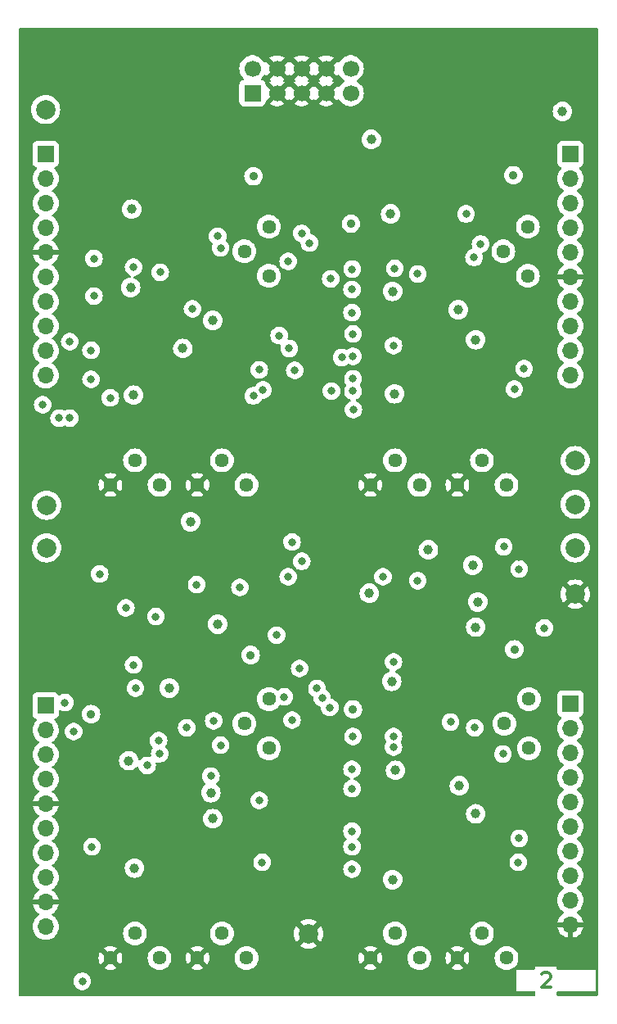
<source format=gbr>
%TF.GenerationSoftware,KiCad,Pcbnew,7.0.7*%
%TF.CreationDate,2023-08-17T15:14:34+01:00*%
%TF.ProjectId,Quadraphone_Components,51756164-7261-4706-986f-6e655f436f6d,rev?*%
%TF.SameCoordinates,Original*%
%TF.FileFunction,Copper,L2,Inr*%
%TF.FilePolarity,Positive*%
%FSLAX46Y46*%
G04 Gerber Fmt 4.6, Leading zero omitted, Abs format (unit mm)*
G04 Created by KiCad (PCBNEW 7.0.7) date 2023-08-17 15:14:34*
%MOMM*%
%LPD*%
G01*
G04 APERTURE LIST*
%ADD10C,0.300000*%
%TA.AperFunction,NonConductor*%
%ADD11C,0.300000*%
%TD*%
%TA.AperFunction,ComponentPad*%
%ADD12C,2.000000*%
%TD*%
%TA.AperFunction,ComponentPad*%
%ADD13C,1.440000*%
%TD*%
%TA.AperFunction,ComponentPad*%
%ADD14R,1.700000X1.700000*%
%TD*%
%TA.AperFunction,ComponentPad*%
%ADD15C,1.700000*%
%TD*%
%TA.AperFunction,ComponentPad*%
%ADD16O,1.700000X1.700000*%
%TD*%
%TA.AperFunction,ViaPad*%
%ADD17C,0.800000*%
%TD*%
%TA.AperFunction,ViaPad*%
%ADD18C,1.000000*%
%TD*%
%TA.AperFunction,ViaPad*%
%ADD19C,0.900000*%
%TD*%
G04 APERTURE END LIST*
D10*
D11*
X104171429Y-147771185D02*
X104242857Y-147699757D01*
X104242857Y-147699757D02*
X104385715Y-147628328D01*
X104385715Y-147628328D02*
X104742857Y-147628328D01*
X104742857Y-147628328D02*
X104885715Y-147699757D01*
X104885715Y-147699757D02*
X104957143Y-147771185D01*
X104957143Y-147771185D02*
X105028572Y-147914042D01*
X105028572Y-147914042D02*
X105028572Y-148056900D01*
X105028572Y-148056900D02*
X104957143Y-148271185D01*
X104957143Y-148271185D02*
X104100000Y-149128328D01*
X104100000Y-149128328D02*
X105028572Y-149128328D01*
D12*
%TO.N,-5V*%
%TO.C,TP6*%
X52800000Y-58400000D03*
%TD*%
D13*
%TO.N,GND*%
%TO.C,HF_Track_Trim3*%
X68500000Y-146100000D03*
%TO.N,Net-(HF_Track_Trim3-Pad2)*%
X71040000Y-143560000D03*
%TO.N,/OSCVoice3/HF_Track*%
X73580000Y-146100000D03*
%TD*%
%TO.N,GND*%
%TO.C,HF_Track_Trim1*%
X68500000Y-97200000D03*
%TO.N,Net-(HF_Track_Trim1-Pad2)*%
X71040000Y-94660000D03*
%TO.N,/OSCVoice1/HF_Track*%
X73580000Y-97200000D03*
%TD*%
%TO.N,GND*%
%TO.C,Base_Freq_Trim4*%
X86400000Y-146100000D03*
%TO.N,Net-(Base_Freq_Trim4-Pad2)*%
X88940000Y-143560000D03*
%TO.N,+5V*%
X91480000Y-146100000D03*
%TD*%
%TO.N,Net-(Expo_Trim2-Pad1)*%
%TO.C,Expo_Trim2*%
X102700000Y-75600000D03*
%TO.N,+2V5*%
X100160000Y-73060000D03*
%TO.N,N/C*%
X102700000Y-70520000D03*
%TD*%
D12*
%TO.N,-12V*%
%TO.C,TP7*%
X52900000Y-103700000D03*
%TD*%
D13*
%TO.N,GND*%
%TO.C,Base_Freq_Trim1*%
X59500000Y-97200000D03*
%TO.N,Net-(Base_Freq_Trim1-Pad2)*%
X62040000Y-94660000D03*
%TO.N,+5V*%
X64580000Y-97200000D03*
%TD*%
%TO.N,Net-(Expo_Trim3-Pad1)*%
%TO.C,Expo_Trim3*%
X75900000Y-124425000D03*
%TO.N,+2V5*%
X73360000Y-121885000D03*
%TO.N,N/C*%
X75900000Y-119345000D03*
%TD*%
D12*
%TO.N,GND*%
%TO.C,TP5*%
X107600000Y-108500000D03*
%TD*%
D13*
%TO.N,Net-(Expo_Trim4-Pad1)*%
%TO.C,Expo_Trim4*%
X102800000Y-124425000D03*
%TO.N,+2V5*%
X100260000Y-121885000D03*
%TO.N,N/C*%
X102800000Y-119345000D03*
%TD*%
D12*
%TO.N,/2.5V_Test*%
%TO.C,TP8*%
X107600000Y-103700000D03*
%TD*%
%TO.N,+5V*%
%TO.C,TP2*%
X107600000Y-94700000D03*
%TD*%
%TO.N,GND*%
%TO.C,TP4*%
X80000000Y-143600000D03*
%TD*%
D13*
%TO.N,GND*%
%TO.C,Base_Freq_Trim2*%
X86400000Y-97200000D03*
%TO.N,Net-(Base_Freq_Trim2-Pad2)*%
X88940000Y-94660000D03*
%TO.N,+5V*%
X91480000Y-97200000D03*
%TD*%
%TO.N,Net-(Expo_Trim1-Pad1)*%
%TO.C,Expo_Trim1*%
X75900000Y-75600000D03*
%TO.N,+2V5*%
X73360000Y-73060000D03*
%TO.N,N/C*%
X75900000Y-70520000D03*
%TD*%
%TO.N,GND*%
%TO.C,Base_Freq_Trim3*%
X59500000Y-146100000D03*
%TO.N,Net-(Base_Freq_Trim3-Pad2)*%
X62040000Y-143560000D03*
%TO.N,+5V*%
X64580000Y-146100000D03*
%TD*%
D12*
%TO.N,+2V5*%
%TO.C,TP3*%
X107600000Y-99200000D03*
%TD*%
D13*
%TO.N,GND*%
%TO.C,HF_Track_Trim2*%
X95400000Y-97200000D03*
%TO.N,Net-(HF_Track_Trim2-Pad2)*%
X97940000Y-94660000D03*
%TO.N,/OSCVoice2/HF_Track*%
X100480000Y-97200000D03*
%TD*%
%TO.N,GND*%
%TO.C,HF_Track_Trim4*%
X95400000Y-146100000D03*
%TO.N,Net-(HF_Track_Trim4-Pad2)*%
X97940000Y-143560000D03*
%TO.N,/OSCVoice4/HF_Track*%
X100480000Y-146100000D03*
%TD*%
D14*
%TO.N,/-12V_IN*%
%TO.C,J5*%
X74200000Y-56700000D03*
D15*
X74200000Y-54160000D03*
%TO.N,GND*%
X76740000Y-56700000D03*
X76740000Y-54160000D03*
X79280000Y-56700000D03*
X79280000Y-54160000D03*
X81820000Y-56700000D03*
X81820000Y-54160000D03*
%TO.N,/+12V_IN*%
X84360000Y-56700000D03*
X84360000Y-54160000D03*
%TD*%
D12*
%TO.N,+12V*%
%TO.C,TP1*%
X52900000Y-99300000D03*
%TD*%
D14*
%TO.N,/LIN_FREQ_IN*%
%TO.C,J4*%
X107100000Y-119800000D03*
D16*
%TO.N,/SOFT_SYNCH_SW*%
X107100000Y-122340000D03*
%TO.N,/MIX_OUT4*%
X107100000Y-124880000D03*
%TO.N,/TRIANGLE_SW*%
X107100000Y-127420000D03*
%TO.N,/SYNCH_SIGNAL4*%
X107100000Y-129960000D03*
%TO.N,/PWM_CV4*%
X107100000Y-132500000D03*
%TO.N,/V_PER_OCT4*%
X107100000Y-135040000D03*
%TO.N,/OCT_TUNE*%
X107100000Y-137580000D03*
%TO.N,/FREQ_MOD4*%
X107100000Y-140120000D03*
%TO.N,GND*%
X107100000Y-142660000D03*
%TD*%
D14*
%TO.N,/MIX_OUT3*%
%TO.C,J3*%
X52800000Y-120000000D03*
D16*
%TO.N,/PWM_CV*%
X52800000Y-122540000D03*
%TO.N,/PWM_POT*%
X52800000Y-125080000D03*
%TO.N,/PWM_CV3*%
X52800000Y-127620000D03*
%TO.N,GND*%
X52800000Y-130160000D03*
%TO.N,/V_PER_OCT3*%
X52800000Y-132700000D03*
%TO.N,/SYNCH_SIGNAL3*%
X52800000Y-135240000D03*
%TO.N,/FREQ_MOD3*%
X52800000Y-137780000D03*
%TO.N,GND*%
X52800000Y-140320000D03*
%TO.N,/FINE_TUNE*%
X52800000Y-142860000D03*
%TD*%
D14*
%TO.N,+12V*%
%TO.C,J2*%
X107100000Y-63000000D03*
D16*
%TO.N,+5V*%
X107100000Y-65540000D03*
%TO.N,+2V5*%
X107100000Y-68080000D03*
%TO.N,/MIX_OUT2*%
X107100000Y-70620000D03*
%TO.N,/PULSE_SW*%
X107100000Y-73160000D03*
%TO.N,GND*%
X107100000Y-75700000D03*
%TO.N,/SYNCH_SIGNAL2*%
X107100000Y-78240000D03*
%TO.N,/PWM_CV2*%
X107100000Y-80780000D03*
%TO.N,/V_PER_OCT2*%
X107100000Y-83320000D03*
%TO.N,/FREQ_MOD2*%
X107100000Y-85860000D03*
%TD*%
D14*
%TO.N,-5V*%
%TO.C,J1*%
X52800000Y-63000000D03*
D16*
%TO.N,-12V*%
X52800000Y-65540000D03*
%TO.N,/MIX_OUT1*%
X52800000Y-68080000D03*
%TO.N,/HARD_SYNCH_SW*%
X52800000Y-70620000D03*
%TO.N,GND*%
X52800000Y-73160000D03*
%TO.N,/SAW_SW*%
X52800000Y-75700000D03*
%TO.N,/SYNCH_SIGNAL1*%
X52800000Y-78240000D03*
%TO.N,/PWM_CV1*%
X52800000Y-80780000D03*
%TO.N,/V_PER_OCT1*%
X52800000Y-83320000D03*
%TO.N,/FREQ_MOD1*%
X52800000Y-85860000D03*
%TD*%
D17*
%TO.N,GND*%
X94900000Y-126000000D03*
X51100000Y-56000000D03*
X72000000Y-122900000D03*
X59300000Y-56600000D03*
X68000000Y-125900000D03*
X95100000Y-52900000D03*
X92000000Y-113400000D03*
X97100000Y-65400000D03*
X94000000Y-73200000D03*
X80700000Y-124800000D03*
X83700000Y-112600000D03*
X75200000Y-66800000D03*
X75800000Y-115900000D03*
D18*
X101800000Y-104600000D03*
D17*
X67400000Y-72100000D03*
X74800000Y-89900000D03*
X57500000Y-57500000D03*
X84300000Y-124800000D03*
X65400000Y-64100000D03*
X101200000Y-112800000D03*
X103600000Y-52200000D03*
X66000000Y-99800000D03*
X74100000Y-106700000D03*
X97000000Y-114300000D03*
X78840145Y-135375500D03*
X97000000Y-138200000D03*
X54800000Y-69600000D03*
X70200000Y-89700000D03*
X98300000Y-121000000D03*
X65100000Y-113000000D03*
X54900000Y-124200000D03*
X75100000Y-137800000D03*
X92349312Y-64149312D03*
X97100000Y-89500000D03*
X93000000Y-105500000D03*
X78800000Y-128900000D03*
X57500000Y-117700000D03*
X70200000Y-65400000D03*
X93400000Y-51000000D03*
X97300000Y-77700000D03*
X61100000Y-58700000D03*
D18*
X100000000Y-100900000D03*
D17*
X70100000Y-78700000D03*
X70100000Y-138100000D03*
X100300000Y-61800000D03*
X91700000Y-52900000D03*
X101212299Y-88912299D03*
X90200000Y-118300000D03*
X93100000Y-108700000D03*
X108000000Y-52900000D03*
X102600000Y-64300000D03*
X63700000Y-106800000D03*
X57500000Y-75900000D03*
X101600000Y-137800000D03*
X71300000Y-120400000D03*
X74900000Y-63700000D03*
X101700000Y-141000000D03*
X72900000Y-109400000D03*
D18*
%TO.N,+2V5*%
X67000000Y-83100000D03*
X70100000Y-131700000D03*
X97300000Y-131200000D03*
X97000000Y-105500000D03*
X67800000Y-101000000D03*
X97287500Y-82187500D03*
%TO.N,+12V*%
X65600000Y-118200000D03*
X88500000Y-69200000D03*
X61700000Y-68700000D03*
D17*
X62100000Y-118200000D03*
D18*
X88600000Y-117500000D03*
%TO.N,+5V*%
X61600000Y-76800000D03*
X86300000Y-108400000D03*
X70100000Y-80200000D03*
X69891477Y-129013471D03*
X97512500Y-109300000D03*
X89000000Y-126700000D03*
X95500000Y-79100000D03*
X95600000Y-128300000D03*
X88700000Y-77200000D03*
X106268750Y-58600000D03*
X92400000Y-103900000D03*
X61400000Y-125700000D03*
D17*
%TO.N,/Start_Pulse*%
X74300000Y-88000000D03*
X101299999Y-87299998D03*
X101700000Y-136200000D03*
X58400000Y-106400000D03*
X75200000Y-136200000D03*
D18*
%TO.N,-12V*%
X61900000Y-87924500D03*
X97300000Y-111900000D03*
X62000000Y-136800000D03*
X70600000Y-111600000D03*
X88900000Y-87775500D03*
X86500000Y-61500000D03*
X88700000Y-138000000D03*
D17*
%TO.N,/LIN_FREQ_IN*%
X78300000Y-103100000D03*
%TO.N,/Linear_Frequency*%
X74900000Y-85300000D03*
X78575500Y-85367398D03*
X101800000Y-133724500D03*
X74900000Y-129800000D03*
X102300000Y-85200000D03*
%TO.N,/OSCVoice1/PWM_Control*%
X55300000Y-90300000D03*
X57500000Y-83300000D03*
%TO.N,/OSCVoice2/PWM_Control*%
X78000000Y-83100000D03*
X88800000Y-82800000D03*
D19*
%TO.N,-5V*%
X84400000Y-70200000D03*
X74300000Y-65300000D03*
X74010756Y-114789244D03*
X101300000Y-114200000D03*
X101200000Y-65200000D03*
X57499312Y-120899312D03*
X84600000Y-120400000D03*
D17*
%TO.N,/OSCVoice4/PWM_Control*%
X76700000Y-112724500D03*
X79075500Y-116179791D03*
%TO.N,/OSCVoice3/PWM_Control*%
X61100000Y-109900000D03*
X63300000Y-126200000D03*
%TO.N,/HARD_SYNCH_SW*%
X88800000Y-124300000D03*
X91300000Y-75400000D03*
X78300000Y-121500000D03*
X64652451Y-75227852D03*
X77900000Y-74100000D03*
X64200000Y-110800000D03*
X64600000Y-125000000D03*
%TO.N,/SOFT_SYNCH_SW*%
X91300000Y-107100000D03*
%TO.N,/PULSE_SW*%
X79300000Y-71200000D03*
X94700000Y-121700000D03*
X70600000Y-71500000D03*
X70185350Y-121575500D03*
X97800000Y-72300000D03*
X79300000Y-105098062D03*
%TO.N,/TRIANGLE_SW*%
X97200000Y-122300000D03*
X67400000Y-122300000D03*
X77900000Y-106700000D03*
X97125652Y-73687174D03*
X70900000Y-72700000D03*
X80100000Y-72200000D03*
%TO.N,/SAW_SW*%
X61900000Y-74700000D03*
X88800000Y-123200000D03*
X88921767Y-74824500D03*
X80875500Y-118243082D03*
X82300000Y-75900000D03*
X64481868Y-123614805D03*
%TO.N,/PWM_POT*%
X57800000Y-77675500D03*
X84500000Y-126600000D03*
X54800000Y-119700000D03*
X84500000Y-77000000D03*
%TO.N,/FINE_TUNE*%
X57500000Y-86300000D03*
X57600000Y-134600000D03*
X84600000Y-86242898D03*
X84500000Y-134600000D03*
%TO.N,/OCT_TUNE*%
X101800000Y-105900000D03*
%TO.N,/SYNCH_SIGNAL3*%
X69900000Y-127300000D03*
X82200000Y-120200000D03*
X70900000Y-124100000D03*
%TO.N,/MIX_OUT3*%
X61900000Y-115800000D03*
%TO.N,/SYNCH_SIGNAL4*%
X100108761Y-125021904D03*
%TO.N,/V_PER_OCT4*%
X84500000Y-133000000D03*
%TO.N,/FREQ_MOD4*%
X84497515Y-136924500D03*
%TO.N,/PWM_CV4*%
X84500000Y-128600000D03*
%TO.N,/MIX_OUT4*%
X88800000Y-115500000D03*
%TO.N,/SYNCH_SIGNAL1*%
X83437500Y-84037500D03*
X68000000Y-79000000D03*
%TO.N,/SYNCH_SIGNAL2*%
X87700000Y-106700000D03*
X104400000Y-112000000D03*
%TO.N,/V_PER_OCT2*%
X84600000Y-83918398D03*
%TO.N,/FREQ_MOD2*%
X84600000Y-87500000D03*
%TO.N,/PWM_CV2*%
X84500000Y-79400000D03*
%TO.N,/MIX_OUT2*%
X96300000Y-69200000D03*
%TO.N,/PWM_CV*%
X84524500Y-74900000D03*
X55700000Y-122700000D03*
X57800000Y-73800000D03*
X84600000Y-123200000D03*
%TO.N,/OSCVoice1/Soft_Synch*%
X82374001Y-87500000D03*
X75300000Y-87400000D03*
%TO.N,/OSCVoice3/Soft_Synch*%
X77500000Y-119100000D03*
X81400000Y-119200000D03*
%TO.N,/OSCVoice1/PWM_Opamp_Mix*%
X54200000Y-90300000D03*
X55300000Y-82400000D03*
%TO.N,/OSCVoice2/PWM_Opamp_Mix*%
X76963756Y-81763756D03*
X84600000Y-81600000D03*
%TO.N,/OSCVoice4/PWM_Opamp_Mix*%
X68424500Y-107500000D03*
X72900000Y-107800000D03*
%TO.N,/2.5V_Test*%
X100200000Y-103600000D03*
%TO.N,/Oct_Buff*%
X84643082Y-89424500D03*
X59500000Y-88200000D03*
X56600000Y-148500000D03*
X52500000Y-88900000D03*
%TD*%
%TA.AperFunction,Conductor*%
%TO.N,GND*%
G36*
X76260209Y-54384745D02*
G01*
X76317045Y-54427292D01*
X76322162Y-54434661D01*
X76358239Y-54490798D01*
X76466900Y-54584952D01*
X76466901Y-54584952D01*
X76473711Y-54590853D01*
X76471686Y-54593189D01*
X76508084Y-54635187D01*
X76518195Y-54705460D01*
X76488709Y-54770043D01*
X76482572Y-54776636D01*
X75974310Y-55284898D01*
X75994694Y-55300763D01*
X75994696Y-55300765D01*
X76028733Y-55319185D01*
X76079123Y-55369199D01*
X76094475Y-55438516D01*
X76069914Y-55505129D01*
X76028735Y-55540811D01*
X75994702Y-55559229D01*
X75974310Y-55575099D01*
X75974310Y-55575100D01*
X76482572Y-56083361D01*
X76516597Y-56145674D01*
X76511533Y-56216489D01*
X76472854Y-56268157D01*
X76473711Y-56269147D01*
X76469164Y-56273086D01*
X76468986Y-56273325D01*
X76468498Y-56273663D01*
X76358238Y-56369202D01*
X76322175Y-56425318D01*
X76268519Y-56471811D01*
X76198245Y-56481914D01*
X76133664Y-56452421D01*
X76127082Y-56446292D01*
X75595405Y-55914615D01*
X75561379Y-55852303D01*
X75558500Y-55825520D01*
X75558500Y-55801367D01*
X75558499Y-55801350D01*
X75551990Y-55740803D01*
X75551988Y-55740795D01*
X75500889Y-55603797D01*
X75500887Y-55603792D01*
X75413261Y-55486738D01*
X75296207Y-55399112D01*
X75296203Y-55399110D01*
X75181192Y-55356213D01*
X75124356Y-55313667D01*
X75099546Y-55247146D01*
X75114638Y-55177772D01*
X75132525Y-55152820D01*
X75275714Y-54997277D01*
X75275724Y-54997265D01*
X75364816Y-54860899D01*
X75418819Y-54814810D01*
X75489167Y-54805235D01*
X75553524Y-54835212D01*
X75575782Y-54860898D01*
X75616922Y-54923866D01*
X76127081Y-54413706D01*
X76189394Y-54379681D01*
X76260209Y-54384745D01*
G37*
%TD.AperFunction*%
%TA.AperFunction,Conductor*%
G36*
X77346333Y-54407576D02*
G01*
X77352918Y-54413707D01*
X77863076Y-54923866D01*
X77904516Y-54860440D01*
X77958520Y-54814352D01*
X78028868Y-54804777D01*
X78093225Y-54834755D01*
X78115481Y-54860439D01*
X78156921Y-54923866D01*
X78156922Y-54923866D01*
X78667081Y-54413706D01*
X78729394Y-54379681D01*
X78800209Y-54384745D01*
X78857045Y-54427292D01*
X78862162Y-54434661D01*
X78898239Y-54490798D01*
X79006900Y-54584952D01*
X79006901Y-54584952D01*
X79013711Y-54590853D01*
X79011686Y-54593189D01*
X79048084Y-54635187D01*
X79058195Y-54705460D01*
X79028709Y-54770043D01*
X79022572Y-54776636D01*
X78514310Y-55284898D01*
X78534694Y-55300763D01*
X78534696Y-55300765D01*
X78568733Y-55319185D01*
X78619123Y-55369199D01*
X78634475Y-55438516D01*
X78609914Y-55505129D01*
X78568735Y-55540811D01*
X78534702Y-55559229D01*
X78514310Y-55575099D01*
X78514310Y-55575100D01*
X79022572Y-56083361D01*
X79056597Y-56145674D01*
X79051533Y-56216489D01*
X79012854Y-56268157D01*
X79013711Y-56269147D01*
X79009164Y-56273086D01*
X79008986Y-56273325D01*
X79008498Y-56273663D01*
X78898238Y-56369202D01*
X78862175Y-56425318D01*
X78808519Y-56471811D01*
X78738245Y-56481914D01*
X78673664Y-56452421D01*
X78667082Y-56446292D01*
X78156922Y-55936132D01*
X78156921Y-55936132D01*
X78115482Y-55999560D01*
X78061478Y-56045648D01*
X77991130Y-56055223D01*
X77926773Y-56025245D01*
X77904516Y-55999560D01*
X77863076Y-55936132D01*
X77352916Y-56446292D01*
X77290604Y-56480317D01*
X77219788Y-56475252D01*
X77162953Y-56432705D01*
X77157836Y-56425336D01*
X77121761Y-56369202D01*
X77013100Y-56275048D01*
X77013098Y-56275047D01*
X77006289Y-56269147D01*
X77008312Y-56266811D01*
X76971912Y-56224809D01*
X76961802Y-56154536D01*
X76991290Y-56089952D01*
X76997426Y-56083361D01*
X77505688Y-55575099D01*
X77485306Y-55559235D01*
X77485299Y-55559230D01*
X77451265Y-55540812D01*
X77400876Y-55490798D01*
X77385524Y-55421481D01*
X77410086Y-55354869D01*
X77451269Y-55319184D01*
X77485299Y-55300768D01*
X77485302Y-55300766D01*
X77505688Y-55284898D01*
X76997427Y-54776638D01*
X76963402Y-54714325D01*
X76968466Y-54643510D01*
X77007145Y-54591840D01*
X77006289Y-54590853D01*
X77010830Y-54586917D01*
X77011013Y-54586674D01*
X77011510Y-54586328D01*
X77013095Y-54584953D01*
X77013100Y-54584952D01*
X77121761Y-54490798D01*
X77157824Y-54434681D01*
X77211478Y-54388189D01*
X77281752Y-54378084D01*
X77346333Y-54407576D01*
G37*
%TD.AperFunction*%
%TA.AperFunction,Conductor*%
G36*
X79886333Y-54407576D02*
G01*
X79892918Y-54413707D01*
X80403076Y-54923866D01*
X80444516Y-54860440D01*
X80498520Y-54814352D01*
X80568868Y-54804777D01*
X80633225Y-54834755D01*
X80655481Y-54860439D01*
X80696921Y-54923866D01*
X80696922Y-54923866D01*
X81207081Y-54413706D01*
X81269394Y-54379681D01*
X81340209Y-54384745D01*
X81397045Y-54427292D01*
X81402162Y-54434661D01*
X81438239Y-54490798D01*
X81546900Y-54584952D01*
X81546901Y-54584952D01*
X81553711Y-54590853D01*
X81551686Y-54593189D01*
X81588084Y-54635187D01*
X81598195Y-54705460D01*
X81568709Y-54770043D01*
X81562572Y-54776636D01*
X81054310Y-55284898D01*
X81074694Y-55300763D01*
X81074696Y-55300765D01*
X81108733Y-55319185D01*
X81159123Y-55369199D01*
X81174475Y-55438516D01*
X81149914Y-55505129D01*
X81108735Y-55540811D01*
X81074702Y-55559229D01*
X81054310Y-55575099D01*
X81054310Y-55575100D01*
X81562572Y-56083361D01*
X81596597Y-56145674D01*
X81591533Y-56216489D01*
X81552854Y-56268157D01*
X81553711Y-56269147D01*
X81549164Y-56273086D01*
X81548986Y-56273325D01*
X81548498Y-56273663D01*
X81438238Y-56369202D01*
X81402175Y-56425318D01*
X81348519Y-56471811D01*
X81278245Y-56481914D01*
X81213664Y-56452421D01*
X81207082Y-56446292D01*
X80696922Y-55936132D01*
X80696921Y-55936132D01*
X80655482Y-55999560D01*
X80601478Y-56045648D01*
X80531130Y-56055223D01*
X80466773Y-56025245D01*
X80444516Y-55999560D01*
X80403076Y-55936132D01*
X79892916Y-56446292D01*
X79830604Y-56480317D01*
X79759788Y-56475252D01*
X79702953Y-56432705D01*
X79697836Y-56425336D01*
X79661761Y-56369202D01*
X79553100Y-56275048D01*
X79553098Y-56275047D01*
X79546289Y-56269147D01*
X79548312Y-56266811D01*
X79511912Y-56224809D01*
X79501802Y-56154536D01*
X79531290Y-56089952D01*
X79537426Y-56083361D01*
X80045688Y-55575099D01*
X80025306Y-55559235D01*
X80025299Y-55559230D01*
X79991265Y-55540812D01*
X79940876Y-55490798D01*
X79925524Y-55421481D01*
X79950086Y-55354869D01*
X79991269Y-55319184D01*
X80025299Y-55300768D01*
X80025302Y-55300766D01*
X80045688Y-55284898D01*
X79537427Y-54776638D01*
X79503402Y-54714325D01*
X79508466Y-54643510D01*
X79547145Y-54591840D01*
X79546289Y-54590853D01*
X79550830Y-54586917D01*
X79551013Y-54586674D01*
X79551510Y-54586328D01*
X79553095Y-54584953D01*
X79553100Y-54584952D01*
X79661761Y-54490798D01*
X79697824Y-54434681D01*
X79751478Y-54388189D01*
X79821752Y-54378084D01*
X79886333Y-54407576D01*
G37*
%TD.AperFunction*%
%TA.AperFunction,Conductor*%
G36*
X82426333Y-54407576D02*
G01*
X82432918Y-54413707D01*
X82943077Y-54923866D01*
X82984218Y-54860898D01*
X83038222Y-54814810D01*
X83108570Y-54805235D01*
X83172927Y-54835213D01*
X83195183Y-54860898D01*
X83284279Y-54997270D01*
X83436762Y-55162908D01*
X83491331Y-55205381D01*
X83614424Y-55301189D01*
X83647680Y-55319186D01*
X83698070Y-55369196D01*
X83713423Y-55438513D01*
X83688864Y-55505126D01*
X83647683Y-55540811D01*
X83614430Y-55558807D01*
X83614424Y-55558811D01*
X83436762Y-55697091D01*
X83284279Y-55862729D01*
X83195183Y-55999102D01*
X83141179Y-56045190D01*
X83070831Y-56054765D01*
X83006474Y-56024788D01*
X82984218Y-55999102D01*
X82943076Y-55936132D01*
X82432916Y-56446292D01*
X82370604Y-56480317D01*
X82299788Y-56475252D01*
X82242953Y-56432705D01*
X82237836Y-56425336D01*
X82201761Y-56369202D01*
X82093100Y-56275048D01*
X82093098Y-56275047D01*
X82086289Y-56269147D01*
X82088312Y-56266811D01*
X82051912Y-56224809D01*
X82041802Y-56154536D01*
X82071290Y-56089952D01*
X82077426Y-56083361D01*
X82585688Y-55575099D01*
X82565306Y-55559235D01*
X82565299Y-55559230D01*
X82531265Y-55540812D01*
X82480876Y-55490798D01*
X82465524Y-55421481D01*
X82490086Y-55354869D01*
X82531269Y-55319184D01*
X82565299Y-55300768D01*
X82565302Y-55300766D01*
X82585688Y-55284898D01*
X82077427Y-54776638D01*
X82043402Y-54714325D01*
X82048466Y-54643510D01*
X82087145Y-54591840D01*
X82086289Y-54590853D01*
X82090830Y-54586917D01*
X82091013Y-54586674D01*
X82091510Y-54586328D01*
X82093095Y-54584953D01*
X82093100Y-54584952D01*
X82201761Y-54490798D01*
X82237824Y-54434681D01*
X82291478Y-54388189D01*
X82361752Y-54378084D01*
X82426333Y-54407576D01*
G37*
%TD.AperFunction*%
%TA.AperFunction,Conductor*%
G36*
X109941621Y-50020502D02*
G01*
X109988114Y-50074158D01*
X109999500Y-50126500D01*
X109999500Y-149873500D01*
X109979498Y-149941621D01*
X109925842Y-149988114D01*
X109873500Y-149999500D01*
X105778591Y-149999500D01*
X105710470Y-149979498D01*
X105663977Y-149925842D01*
X105653873Y-149855568D01*
X105683367Y-149790988D01*
X105687072Y-149787008D01*
X105687072Y-149626000D01*
X105707074Y-149557879D01*
X105760730Y-149511386D01*
X105813072Y-149500000D01*
X109700000Y-149500000D01*
X109700000Y-147300000D01*
X105813072Y-147300000D01*
X105744951Y-147279998D01*
X105698458Y-147226342D01*
X105687072Y-147174000D01*
X105687072Y-146969828D01*
X103441500Y-146969828D01*
X103441500Y-147174000D01*
X103421498Y-147242121D01*
X103367842Y-147288614D01*
X103315500Y-147300000D01*
X101500000Y-147300000D01*
X101500000Y-149500000D01*
X103315500Y-149500000D01*
X103383621Y-149520002D01*
X103430114Y-149573658D01*
X103441500Y-149626000D01*
X103441500Y-149788844D01*
X103473102Y-149846717D01*
X103468037Y-149917532D01*
X103425490Y-149974368D01*
X103358970Y-149999179D01*
X103349981Y-149999500D01*
X50126500Y-149999500D01*
X50058379Y-149979498D01*
X50011886Y-149925842D01*
X50000500Y-149873500D01*
X50000500Y-148500000D01*
X55686496Y-148500000D01*
X55706457Y-148689927D01*
X55736526Y-148782470D01*
X55765473Y-148871556D01*
X55765476Y-148871561D01*
X55860958Y-149036941D01*
X55860965Y-149036951D01*
X55988744Y-149178864D01*
X55988747Y-149178866D01*
X56143248Y-149291118D01*
X56317712Y-149368794D01*
X56504513Y-149408500D01*
X56695487Y-149408500D01*
X56882288Y-149368794D01*
X57056752Y-149291118D01*
X57211253Y-149178866D01*
X57339040Y-149036944D01*
X57434527Y-148871556D01*
X57493542Y-148689928D01*
X57513504Y-148500000D01*
X57493542Y-148310072D01*
X57434527Y-148128444D01*
X57339040Y-147963056D01*
X57339038Y-147963054D01*
X57339034Y-147963048D01*
X57211255Y-147821135D01*
X57056752Y-147708882D01*
X56882288Y-147631206D01*
X56695487Y-147591500D01*
X56504513Y-147591500D01*
X56317711Y-147631206D01*
X56143247Y-147708882D01*
X55988744Y-147821135D01*
X55860965Y-147963048D01*
X55860958Y-147963058D01*
X55765476Y-148128438D01*
X55765473Y-148128445D01*
X55706457Y-148310072D01*
X55686496Y-148500000D01*
X50000500Y-148500000D01*
X50000500Y-146100000D01*
X58267309Y-146100000D01*
X58286036Y-146314052D01*
X58341648Y-146521603D01*
X58341650Y-146521607D01*
X58432459Y-146716347D01*
X58470340Y-146770447D01*
X58958722Y-146282064D01*
X59021035Y-146248039D01*
X59091850Y-146253103D01*
X59148686Y-146295650D01*
X59160084Y-146313955D01*
X59172358Y-146338043D01*
X59172361Y-146338048D01*
X59261952Y-146427639D01*
X59261954Y-146427640D01*
X59261955Y-146427641D01*
X59286042Y-146439914D01*
X59337656Y-146488660D01*
X59354723Y-146557574D01*
X59331823Y-146624776D01*
X59317935Y-146641275D01*
X58829551Y-147129659D01*
X58829551Y-147129660D01*
X58883650Y-147167540D01*
X59078391Y-147258349D01*
X59078396Y-147258351D01*
X59285947Y-147313963D01*
X59500000Y-147332690D01*
X59714052Y-147313963D01*
X59921603Y-147258351D01*
X59921608Y-147258349D01*
X60116345Y-147167542D01*
X60170447Y-147129659D01*
X60170447Y-147129658D01*
X59682065Y-146641277D01*
X59648040Y-146578964D01*
X59653104Y-146508149D01*
X59695651Y-146451313D01*
X59713952Y-146439916D01*
X59738045Y-146427641D01*
X59827641Y-146338045D01*
X59839915Y-146313955D01*
X59888662Y-146262342D01*
X59957577Y-146245276D01*
X60024779Y-146268177D01*
X60041277Y-146282065D01*
X60529658Y-146770447D01*
X60529659Y-146770447D01*
X60567542Y-146716345D01*
X60658349Y-146521608D01*
X60658351Y-146521603D01*
X60713963Y-146314052D01*
X60732690Y-146100000D01*
X63346807Y-146100000D01*
X63365542Y-146314142D01*
X63371947Y-146338045D01*
X63421177Y-146521774D01*
X63421179Y-146521780D01*
X63469207Y-146624776D01*
X63512024Y-146716597D01*
X63635319Y-146892681D01*
X63787319Y-147044681D01*
X63963403Y-147167976D01*
X64158223Y-147258822D01*
X64365858Y-147314458D01*
X64580000Y-147333193D01*
X64794142Y-147314458D01*
X65001777Y-147258822D01*
X65196597Y-147167976D01*
X65372681Y-147044681D01*
X65524681Y-146892681D01*
X65647976Y-146716597D01*
X65738822Y-146521777D01*
X65794458Y-146314142D01*
X65813193Y-146100000D01*
X67267309Y-146100000D01*
X67286036Y-146314052D01*
X67341648Y-146521603D01*
X67341650Y-146521607D01*
X67432459Y-146716347D01*
X67470340Y-146770447D01*
X67958722Y-146282064D01*
X68021035Y-146248039D01*
X68091850Y-146253103D01*
X68148686Y-146295650D01*
X68160084Y-146313955D01*
X68172358Y-146338043D01*
X68172361Y-146338048D01*
X68261952Y-146427639D01*
X68261954Y-146427640D01*
X68261955Y-146427641D01*
X68286042Y-146439914D01*
X68337656Y-146488660D01*
X68354723Y-146557574D01*
X68331823Y-146624776D01*
X68317935Y-146641275D01*
X67829551Y-147129659D01*
X67829551Y-147129660D01*
X67883650Y-147167540D01*
X68078391Y-147258349D01*
X68078396Y-147258351D01*
X68285947Y-147313963D01*
X68499999Y-147332690D01*
X68714052Y-147313963D01*
X68921603Y-147258351D01*
X68921608Y-147258349D01*
X69116345Y-147167542D01*
X69170447Y-147129659D01*
X69170447Y-147129658D01*
X68682065Y-146641277D01*
X68648040Y-146578964D01*
X68653104Y-146508149D01*
X68695651Y-146451313D01*
X68713952Y-146439916D01*
X68738045Y-146427641D01*
X68827641Y-146338045D01*
X68839915Y-146313955D01*
X68888662Y-146262342D01*
X68957577Y-146245276D01*
X69024779Y-146268177D01*
X69041277Y-146282065D01*
X69529658Y-146770447D01*
X69529659Y-146770447D01*
X69567542Y-146716345D01*
X69658349Y-146521608D01*
X69658351Y-146521603D01*
X69713963Y-146314052D01*
X69732690Y-146100000D01*
X72346807Y-146100000D01*
X72365542Y-146314142D01*
X72371947Y-146338045D01*
X72421177Y-146521774D01*
X72421179Y-146521780D01*
X72469207Y-146624776D01*
X72512024Y-146716597D01*
X72635319Y-146892681D01*
X72787319Y-147044681D01*
X72963403Y-147167976D01*
X73158223Y-147258822D01*
X73365858Y-147314458D01*
X73580000Y-147333193D01*
X73794142Y-147314458D01*
X74001777Y-147258822D01*
X74196597Y-147167976D01*
X74372681Y-147044681D01*
X74524681Y-146892681D01*
X74647976Y-146716597D01*
X74738822Y-146521777D01*
X74794458Y-146314142D01*
X74813193Y-146100000D01*
X74813193Y-146099999D01*
X85167309Y-146099999D01*
X85186036Y-146314052D01*
X85241648Y-146521603D01*
X85241650Y-146521607D01*
X85332459Y-146716347D01*
X85370340Y-146770447D01*
X85858722Y-146282064D01*
X85921035Y-146248039D01*
X85991850Y-146253103D01*
X86048686Y-146295650D01*
X86060084Y-146313955D01*
X86072358Y-146338043D01*
X86072361Y-146338048D01*
X86161952Y-146427639D01*
X86161954Y-146427640D01*
X86161955Y-146427641D01*
X86186042Y-146439914D01*
X86237656Y-146488660D01*
X86254723Y-146557574D01*
X86231823Y-146624776D01*
X86217935Y-146641275D01*
X85729551Y-147129659D01*
X85729551Y-147129660D01*
X85783650Y-147167540D01*
X85978391Y-147258349D01*
X85978396Y-147258351D01*
X86185947Y-147313963D01*
X86400000Y-147332690D01*
X86614052Y-147313963D01*
X86821603Y-147258351D01*
X86821608Y-147258349D01*
X87016345Y-147167542D01*
X87070447Y-147129659D01*
X87070447Y-147129658D01*
X86582065Y-146641277D01*
X86548040Y-146578964D01*
X86553104Y-146508149D01*
X86595651Y-146451313D01*
X86613952Y-146439916D01*
X86638045Y-146427641D01*
X86727641Y-146338045D01*
X86739915Y-146313955D01*
X86788662Y-146262342D01*
X86857577Y-146245276D01*
X86924779Y-146268177D01*
X86941277Y-146282065D01*
X87429658Y-146770447D01*
X87429659Y-146770447D01*
X87467542Y-146716345D01*
X87558349Y-146521608D01*
X87558351Y-146521603D01*
X87613963Y-146314052D01*
X87632690Y-146100000D01*
X90246807Y-146100000D01*
X90265542Y-146314142D01*
X90271947Y-146338045D01*
X90321177Y-146521774D01*
X90321179Y-146521780D01*
X90369207Y-146624776D01*
X90412024Y-146716597D01*
X90535319Y-146892681D01*
X90687319Y-147044681D01*
X90863403Y-147167976D01*
X91058223Y-147258822D01*
X91265858Y-147314458D01*
X91480000Y-147333193D01*
X91694142Y-147314458D01*
X91901777Y-147258822D01*
X92096597Y-147167976D01*
X92272681Y-147044681D01*
X92424681Y-146892681D01*
X92547976Y-146716597D01*
X92638822Y-146521777D01*
X92694458Y-146314142D01*
X92713193Y-146100000D01*
X92713193Y-146099999D01*
X94167309Y-146099999D01*
X94186036Y-146314052D01*
X94241648Y-146521603D01*
X94241650Y-146521607D01*
X94332459Y-146716347D01*
X94370340Y-146770447D01*
X94858722Y-146282064D01*
X94921035Y-146248039D01*
X94991850Y-146253103D01*
X95048686Y-146295650D01*
X95060084Y-146313955D01*
X95072358Y-146338043D01*
X95072361Y-146338048D01*
X95161952Y-146427639D01*
X95161954Y-146427640D01*
X95161955Y-146427641D01*
X95186042Y-146439914D01*
X95237656Y-146488660D01*
X95254723Y-146557574D01*
X95231823Y-146624776D01*
X95217935Y-146641275D01*
X94729551Y-147129659D01*
X94729551Y-147129660D01*
X94783650Y-147167540D01*
X94978391Y-147258349D01*
X94978396Y-147258351D01*
X95185947Y-147313963D01*
X95400000Y-147332690D01*
X95614052Y-147313963D01*
X95821603Y-147258351D01*
X95821608Y-147258349D01*
X96016345Y-147167542D01*
X96070447Y-147129659D01*
X96070447Y-147129658D01*
X95582065Y-146641277D01*
X95548040Y-146578964D01*
X95553104Y-146508149D01*
X95595651Y-146451313D01*
X95613952Y-146439916D01*
X95638045Y-146427641D01*
X95727641Y-146338045D01*
X95739915Y-146313955D01*
X95788662Y-146262342D01*
X95857577Y-146245276D01*
X95924779Y-146268177D01*
X95941277Y-146282065D01*
X96429658Y-146770447D01*
X96429659Y-146770447D01*
X96467542Y-146716345D01*
X96558349Y-146521608D01*
X96558351Y-146521603D01*
X96613963Y-146314052D01*
X96632690Y-146100000D01*
X99246807Y-146100000D01*
X99265542Y-146314142D01*
X99271947Y-146338045D01*
X99321177Y-146521774D01*
X99321179Y-146521780D01*
X99369207Y-146624776D01*
X99412024Y-146716597D01*
X99535319Y-146892681D01*
X99687319Y-147044681D01*
X99863403Y-147167976D01*
X100058223Y-147258822D01*
X100265858Y-147314458D01*
X100480000Y-147333193D01*
X100694142Y-147314458D01*
X100901777Y-147258822D01*
X101096597Y-147167976D01*
X101272681Y-147044681D01*
X101424681Y-146892681D01*
X101547976Y-146716597D01*
X101638822Y-146521777D01*
X101694458Y-146314142D01*
X101713193Y-146100000D01*
X101694458Y-145885858D01*
X101638822Y-145678223D01*
X101547976Y-145483404D01*
X101547975Y-145483403D01*
X101547974Y-145483400D01*
X101424685Y-145307323D01*
X101424682Y-145307320D01*
X101424675Y-145307313D01*
X101272681Y-145155319D01*
X101211760Y-145112662D01*
X101096597Y-145032024D01*
X100901780Y-144941179D01*
X100901774Y-144941177D01*
X100814019Y-144917663D01*
X100694142Y-144885542D01*
X100480000Y-144866807D01*
X100265858Y-144885542D01*
X100058225Y-144941177D01*
X100058220Y-144941179D01*
X99863400Y-145032025D01*
X99687323Y-145155314D01*
X99687313Y-145155323D01*
X99535323Y-145307313D01*
X99535314Y-145307323D01*
X99412025Y-145483400D01*
X99321179Y-145678220D01*
X99321177Y-145678225D01*
X99271948Y-145861951D01*
X99265542Y-145885858D01*
X99246807Y-146100000D01*
X96632690Y-146100000D01*
X96632690Y-146099999D01*
X96613963Y-145885947D01*
X96558351Y-145678396D01*
X96558349Y-145678392D01*
X96467542Y-145483655D01*
X96429658Y-145429552D01*
X96429656Y-145429552D01*
X95941275Y-145917934D01*
X95878963Y-145951960D01*
X95808148Y-145946895D01*
X95751312Y-145904348D01*
X95739916Y-145886046D01*
X95727641Y-145861955D01*
X95727640Y-145861954D01*
X95727639Y-145861952D01*
X95638048Y-145772361D01*
X95638043Y-145772358D01*
X95613955Y-145760084D01*
X95562340Y-145711336D01*
X95545275Y-145642421D01*
X95568176Y-145575219D01*
X95582064Y-145558722D01*
X96070447Y-145070340D01*
X96016347Y-145032459D01*
X95821607Y-144941650D01*
X95821603Y-144941648D01*
X95614052Y-144886036D01*
X95400000Y-144867309D01*
X95185947Y-144886036D01*
X94978396Y-144941648D01*
X94978392Y-144941650D01*
X94783651Y-145032459D01*
X94729552Y-145070339D01*
X94729552Y-145070341D01*
X95217934Y-145558723D01*
X95251960Y-145621035D01*
X95246895Y-145691850D01*
X95204348Y-145748686D01*
X95186046Y-145760083D01*
X95161954Y-145772359D01*
X95161951Y-145772361D01*
X95072361Y-145861951D01*
X95072359Y-145861954D01*
X95060083Y-145886046D01*
X95011333Y-145937659D01*
X94942418Y-145954723D01*
X94875217Y-145931820D01*
X94858723Y-145917934D01*
X94370341Y-145429552D01*
X94370339Y-145429552D01*
X94332459Y-145483651D01*
X94241650Y-145678392D01*
X94241648Y-145678396D01*
X94186036Y-145885947D01*
X94167309Y-146099999D01*
X92713193Y-146099999D01*
X92694458Y-145885858D01*
X92638822Y-145678223D01*
X92547976Y-145483404D01*
X92547975Y-145483403D01*
X92547974Y-145483400D01*
X92424685Y-145307323D01*
X92424682Y-145307320D01*
X92424675Y-145307313D01*
X92272681Y-145155319D01*
X92211760Y-145112662D01*
X92096597Y-145032024D01*
X91901780Y-144941179D01*
X91901774Y-144941177D01*
X91814019Y-144917663D01*
X91694142Y-144885542D01*
X91480000Y-144866807D01*
X91265858Y-144885542D01*
X91058225Y-144941177D01*
X91058220Y-144941179D01*
X90863400Y-145032025D01*
X90687323Y-145155314D01*
X90687313Y-145155323D01*
X90535323Y-145307313D01*
X90535314Y-145307323D01*
X90412025Y-145483400D01*
X90321179Y-145678220D01*
X90321177Y-145678225D01*
X90271948Y-145861951D01*
X90265542Y-145885858D01*
X90246807Y-146100000D01*
X87632690Y-146100000D01*
X87632690Y-146099999D01*
X87613963Y-145885947D01*
X87558351Y-145678396D01*
X87558349Y-145678392D01*
X87467542Y-145483655D01*
X87429658Y-145429552D01*
X87429656Y-145429552D01*
X86941275Y-145917934D01*
X86878963Y-145951960D01*
X86808148Y-145946895D01*
X86751312Y-145904348D01*
X86739916Y-145886046D01*
X86727641Y-145861955D01*
X86727640Y-145861954D01*
X86727639Y-145861952D01*
X86638048Y-145772361D01*
X86638043Y-145772358D01*
X86613955Y-145760084D01*
X86562340Y-145711336D01*
X86545275Y-145642421D01*
X86568176Y-145575219D01*
X86582064Y-145558722D01*
X87070447Y-145070340D01*
X87016347Y-145032459D01*
X86821607Y-144941650D01*
X86821603Y-144941648D01*
X86614052Y-144886036D01*
X86400000Y-144867309D01*
X86185947Y-144886036D01*
X85978396Y-144941648D01*
X85978392Y-144941650D01*
X85783651Y-145032459D01*
X85729552Y-145070339D01*
X85729552Y-145070341D01*
X86217934Y-145558723D01*
X86251960Y-145621035D01*
X86246895Y-145691850D01*
X86204348Y-145748686D01*
X86186046Y-145760083D01*
X86161954Y-145772359D01*
X86161951Y-145772361D01*
X86072361Y-145861951D01*
X86072359Y-145861954D01*
X86060083Y-145886046D01*
X86011333Y-145937659D01*
X85942418Y-145954723D01*
X85875217Y-145931820D01*
X85858723Y-145917934D01*
X85370341Y-145429552D01*
X85370339Y-145429552D01*
X85332459Y-145483651D01*
X85241650Y-145678392D01*
X85241648Y-145678396D01*
X85186036Y-145885947D01*
X85167309Y-146099999D01*
X74813193Y-146099999D01*
X74794458Y-145885858D01*
X74738822Y-145678223D01*
X74647976Y-145483404D01*
X74647975Y-145483403D01*
X74647974Y-145483400D01*
X74524685Y-145307323D01*
X74524682Y-145307320D01*
X74524675Y-145307313D01*
X74372681Y-145155319D01*
X74311760Y-145112662D01*
X74196597Y-145032024D01*
X74001780Y-144941179D01*
X74001774Y-144941177D01*
X73914019Y-144917663D01*
X73794142Y-144885542D01*
X73580000Y-144866807D01*
X73365858Y-144885542D01*
X73158225Y-144941177D01*
X73158220Y-144941179D01*
X72963400Y-145032025D01*
X72787323Y-145155314D01*
X72787313Y-145155323D01*
X72635323Y-145307313D01*
X72635314Y-145307323D01*
X72512025Y-145483400D01*
X72421179Y-145678220D01*
X72421177Y-145678225D01*
X72371948Y-145861951D01*
X72365542Y-145885858D01*
X72346807Y-146100000D01*
X69732690Y-146100000D01*
X69713963Y-145885947D01*
X69658351Y-145678396D01*
X69658349Y-145678392D01*
X69567542Y-145483655D01*
X69529658Y-145429552D01*
X69529656Y-145429552D01*
X69041275Y-145917934D01*
X68978963Y-145951960D01*
X68908148Y-145946895D01*
X68851312Y-145904348D01*
X68839916Y-145886046D01*
X68827641Y-145861955D01*
X68827640Y-145861954D01*
X68827639Y-145861952D01*
X68738048Y-145772361D01*
X68738043Y-145772358D01*
X68713955Y-145760084D01*
X68662340Y-145711336D01*
X68645275Y-145642421D01*
X68668176Y-145575219D01*
X68682064Y-145558722D01*
X69170447Y-145070340D01*
X69116347Y-145032459D01*
X68921607Y-144941650D01*
X68921603Y-144941648D01*
X68714052Y-144886036D01*
X68499999Y-144867309D01*
X68285947Y-144886036D01*
X68078396Y-144941648D01*
X68078392Y-144941650D01*
X67883651Y-145032459D01*
X67829552Y-145070339D01*
X67829552Y-145070341D01*
X68317934Y-145558723D01*
X68351960Y-145621035D01*
X68346895Y-145691850D01*
X68304348Y-145748686D01*
X68286046Y-145760083D01*
X68261954Y-145772359D01*
X68261951Y-145772361D01*
X68172361Y-145861951D01*
X68172359Y-145861954D01*
X68160083Y-145886046D01*
X68111333Y-145937659D01*
X68042418Y-145954723D01*
X67975217Y-145931820D01*
X67958723Y-145917934D01*
X67470341Y-145429552D01*
X67470339Y-145429552D01*
X67432459Y-145483651D01*
X67341650Y-145678392D01*
X67341648Y-145678396D01*
X67286036Y-145885947D01*
X67267309Y-146100000D01*
X65813193Y-146100000D01*
X65794458Y-145885858D01*
X65738822Y-145678223D01*
X65647976Y-145483404D01*
X65647975Y-145483403D01*
X65647974Y-145483400D01*
X65524685Y-145307323D01*
X65524682Y-145307320D01*
X65524675Y-145307313D01*
X65372681Y-145155319D01*
X65311760Y-145112662D01*
X65196597Y-145032024D01*
X65001780Y-144941179D01*
X65001774Y-144941177D01*
X64914019Y-144917663D01*
X64794142Y-144885542D01*
X64580000Y-144866807D01*
X64365858Y-144885542D01*
X64158225Y-144941177D01*
X64158220Y-144941179D01*
X63963400Y-145032025D01*
X63787323Y-145155314D01*
X63787313Y-145155323D01*
X63635323Y-145307313D01*
X63635314Y-145307323D01*
X63512025Y-145483400D01*
X63421179Y-145678220D01*
X63421177Y-145678225D01*
X63371948Y-145861951D01*
X63365542Y-145885858D01*
X63346807Y-146100000D01*
X60732690Y-146100000D01*
X60713963Y-145885947D01*
X60658351Y-145678396D01*
X60658349Y-145678392D01*
X60567542Y-145483655D01*
X60529658Y-145429552D01*
X60529656Y-145429552D01*
X60041275Y-145917934D01*
X59978963Y-145951960D01*
X59908148Y-145946895D01*
X59851312Y-145904348D01*
X59839916Y-145886046D01*
X59827641Y-145861955D01*
X59827640Y-145861954D01*
X59827639Y-145861952D01*
X59738048Y-145772361D01*
X59738043Y-145772358D01*
X59713955Y-145760084D01*
X59662340Y-145711336D01*
X59645275Y-145642421D01*
X59668176Y-145575219D01*
X59682064Y-145558722D01*
X60170447Y-145070340D01*
X60116347Y-145032459D01*
X59921607Y-144941650D01*
X59921603Y-144941648D01*
X59714052Y-144886036D01*
X59500000Y-144867309D01*
X59285947Y-144886036D01*
X59078396Y-144941648D01*
X59078392Y-144941650D01*
X58883651Y-145032459D01*
X58829552Y-145070339D01*
X58829552Y-145070341D01*
X59317934Y-145558723D01*
X59351960Y-145621035D01*
X59346895Y-145691850D01*
X59304348Y-145748686D01*
X59286046Y-145760083D01*
X59261954Y-145772359D01*
X59261951Y-145772361D01*
X59172361Y-145861951D01*
X59172359Y-145861954D01*
X59160083Y-145886046D01*
X59111333Y-145937659D01*
X59042418Y-145954723D01*
X58975217Y-145931820D01*
X58958723Y-145917934D01*
X58470341Y-145429552D01*
X58470339Y-145429552D01*
X58432459Y-145483651D01*
X58341650Y-145678392D01*
X58341648Y-145678396D01*
X58286036Y-145885947D01*
X58267309Y-146100000D01*
X50000500Y-146100000D01*
X50000500Y-142860000D01*
X51436844Y-142860000D01*
X51449464Y-143012303D01*
X51455437Y-143084375D01*
X51510702Y-143302612D01*
X51510703Y-143302613D01*
X51510704Y-143302616D01*
X51529672Y-143345858D01*
X51601141Y-143508793D01*
X51724275Y-143697265D01*
X51724279Y-143697270D01*
X51876762Y-143862908D01*
X51931331Y-143905381D01*
X52054424Y-144001189D01*
X52252426Y-144108342D01*
X52252427Y-144108342D01*
X52252428Y-144108343D01*
X52325685Y-144133492D01*
X52465365Y-144181444D01*
X52687431Y-144218500D01*
X52687435Y-144218500D01*
X52912565Y-144218500D01*
X52912569Y-144218500D01*
X53134635Y-144181444D01*
X53347574Y-144108342D01*
X53545576Y-144001189D01*
X53723240Y-143862906D01*
X53875722Y-143697268D01*
X53965404Y-143560000D01*
X60806807Y-143560000D01*
X60825542Y-143774142D01*
X60833129Y-143802457D01*
X60881177Y-143981774D01*
X60881179Y-143981780D01*
X60925859Y-144077596D01*
X60972024Y-144176597D01*
X61095319Y-144352681D01*
X61247319Y-144504681D01*
X61423403Y-144627976D01*
X61618223Y-144718822D01*
X61825858Y-144774458D01*
X62040000Y-144793193D01*
X62254142Y-144774458D01*
X62461777Y-144718822D01*
X62656597Y-144627976D01*
X62832681Y-144504681D01*
X62984681Y-144352681D01*
X63107976Y-144176597D01*
X63198822Y-143981777D01*
X63254458Y-143774142D01*
X63273193Y-143560000D01*
X69806807Y-143560000D01*
X69825542Y-143774142D01*
X69833129Y-143802457D01*
X69881177Y-143981774D01*
X69881179Y-143981780D01*
X69925859Y-144077596D01*
X69972024Y-144176597D01*
X70095319Y-144352681D01*
X70247319Y-144504681D01*
X70423403Y-144627976D01*
X70618223Y-144718822D01*
X70825858Y-144774458D01*
X71040000Y-144793193D01*
X71254142Y-144774458D01*
X71461777Y-144718822D01*
X71656597Y-144627976D01*
X71832681Y-144504681D01*
X71984681Y-144352681D01*
X72107976Y-144176597D01*
X72198822Y-143981777D01*
X72254458Y-143774142D01*
X72269694Y-143599999D01*
X78487337Y-143599999D01*
X78505960Y-143836632D01*
X78561371Y-144067437D01*
X78652206Y-144286733D01*
X78766897Y-144473891D01*
X79278369Y-143962418D01*
X79340682Y-143928393D01*
X79411497Y-143933457D01*
X79468333Y-143976004D01*
X79473848Y-143983996D01*
X79495186Y-144017619D01*
X79559056Y-144077596D01*
X79614902Y-144130039D01*
X79619654Y-144133492D01*
X79663007Y-144189716D01*
X79669081Y-144260452D01*
X79635948Y-144323243D01*
X79634686Y-144324522D01*
X79126107Y-144833100D01*
X79126107Y-144833102D01*
X79313261Y-144947791D01*
X79532562Y-145038628D01*
X79763367Y-145094039D01*
X80000000Y-145112662D01*
X80236632Y-145094039D01*
X80467437Y-145038628D01*
X80686738Y-144947791D01*
X80873891Y-144833102D01*
X80873892Y-144833102D01*
X80361614Y-144320825D01*
X80327589Y-144258512D01*
X80332653Y-144187697D01*
X80375200Y-144130861D01*
X80376648Y-144129793D01*
X80406171Y-144108343D01*
X80448492Y-144077595D01*
X80536032Y-143971776D01*
X80594862Y-143932041D01*
X80665840Y-143930418D01*
X80722210Y-143962999D01*
X81233102Y-144473892D01*
X81233102Y-144473891D01*
X81347791Y-144286738D01*
X81438628Y-144067437D01*
X81494039Y-143836632D01*
X81512662Y-143600000D01*
X81509514Y-143560000D01*
X87706807Y-143560000D01*
X87725542Y-143774142D01*
X87733129Y-143802457D01*
X87781177Y-143981774D01*
X87781179Y-143981780D01*
X87825859Y-144077596D01*
X87872024Y-144176597D01*
X87995319Y-144352681D01*
X88147319Y-144504681D01*
X88323403Y-144627976D01*
X88518223Y-144718822D01*
X88725858Y-144774458D01*
X88940000Y-144793193D01*
X89154142Y-144774458D01*
X89361777Y-144718822D01*
X89556597Y-144627976D01*
X89732681Y-144504681D01*
X89884681Y-144352681D01*
X90007976Y-144176597D01*
X90098822Y-143981777D01*
X90154458Y-143774142D01*
X90173193Y-143560000D01*
X96706807Y-143560000D01*
X96725542Y-143774142D01*
X96733129Y-143802457D01*
X96781177Y-143981774D01*
X96781179Y-143981780D01*
X96825859Y-144077596D01*
X96872024Y-144176597D01*
X96995319Y-144352681D01*
X97147319Y-144504681D01*
X97323403Y-144627976D01*
X97518223Y-144718822D01*
X97725858Y-144774458D01*
X97940000Y-144793193D01*
X98154142Y-144774458D01*
X98361777Y-144718822D01*
X98556597Y-144627976D01*
X98732681Y-144504681D01*
X98884681Y-144352681D01*
X99007976Y-144176597D01*
X99098822Y-143981777D01*
X99154458Y-143774142D01*
X99173193Y-143560000D01*
X99154458Y-143345858D01*
X99098822Y-143138223D01*
X99007976Y-142943404D01*
X99007975Y-142943403D01*
X99007974Y-142943400D01*
X98884685Y-142767323D01*
X98884682Y-142767320D01*
X98843469Y-142726107D01*
X98732681Y-142615319D01*
X98664382Y-142567496D01*
X98556597Y-142492024D01*
X98361780Y-142401179D01*
X98361774Y-142401177D01*
X98233839Y-142366897D01*
X98154142Y-142345542D01*
X97940000Y-142326807D01*
X97939999Y-142326807D01*
X97725858Y-142345542D01*
X97518225Y-142401177D01*
X97518220Y-142401179D01*
X97323400Y-142492025D01*
X97147323Y-142615314D01*
X97147313Y-142615323D01*
X96995323Y-142767313D01*
X96995314Y-142767323D01*
X96872025Y-142943400D01*
X96781179Y-143138220D01*
X96781177Y-143138225D01*
X96737129Y-143302616D01*
X96725542Y-143345858D01*
X96706807Y-143560000D01*
X90173193Y-143560000D01*
X90154458Y-143345858D01*
X90098822Y-143138223D01*
X90007976Y-142943404D01*
X90007975Y-142943403D01*
X90007974Y-142943400D01*
X89884685Y-142767323D01*
X89884682Y-142767320D01*
X89843469Y-142726107D01*
X89732681Y-142615319D01*
X89664382Y-142567496D01*
X89556597Y-142492024D01*
X89361780Y-142401179D01*
X89361774Y-142401177D01*
X89233839Y-142366897D01*
X89154142Y-142345542D01*
X88940000Y-142326807D01*
X88725858Y-142345542D01*
X88518225Y-142401177D01*
X88518220Y-142401179D01*
X88323400Y-142492025D01*
X88147323Y-142615314D01*
X88147313Y-142615323D01*
X87995323Y-142767313D01*
X87995314Y-142767323D01*
X87872025Y-142943400D01*
X87781179Y-143138220D01*
X87781177Y-143138225D01*
X87737129Y-143302616D01*
X87725542Y-143345858D01*
X87706807Y-143560000D01*
X81509514Y-143560000D01*
X81494039Y-143363367D01*
X81438628Y-143132562D01*
X81347791Y-142913261D01*
X81233102Y-142726107D01*
X81233101Y-142726107D01*
X80721628Y-143237580D01*
X80659316Y-143271605D01*
X80588500Y-143266540D01*
X80531665Y-143223993D01*
X80526147Y-143215997D01*
X80519746Y-143205911D01*
X80504814Y-143182381D01*
X80385092Y-143069955D01*
X80380341Y-143066503D01*
X80336990Y-143010279D01*
X80330918Y-142939542D01*
X80364053Y-142876752D01*
X80365312Y-142875475D01*
X80873891Y-142366897D01*
X80686733Y-142252206D01*
X80467437Y-142161371D01*
X80236632Y-142105960D01*
X80000000Y-142087337D01*
X79763367Y-142105960D01*
X79532562Y-142161371D01*
X79313262Y-142252208D01*
X79126107Y-142366896D01*
X79126107Y-142366898D01*
X79638385Y-142879176D01*
X79672411Y-142941488D01*
X79667346Y-143012303D01*
X79624799Y-143069139D01*
X79623352Y-143070207D01*
X79603852Y-143084375D01*
X79551508Y-143122405D01*
X79463968Y-143228221D01*
X79405136Y-143267959D01*
X79334158Y-143269581D01*
X79277789Y-143237000D01*
X78766897Y-142726107D01*
X78766896Y-142726107D01*
X78652208Y-142913262D01*
X78561371Y-143132562D01*
X78505960Y-143363367D01*
X78487337Y-143599999D01*
X72269694Y-143599999D01*
X72273193Y-143560000D01*
X72254458Y-143345858D01*
X72198822Y-143138223D01*
X72107976Y-142943404D01*
X72107975Y-142943403D01*
X72107974Y-142943400D01*
X71984685Y-142767323D01*
X71984682Y-142767320D01*
X71943469Y-142726107D01*
X71832681Y-142615319D01*
X71764382Y-142567496D01*
X71656597Y-142492024D01*
X71461780Y-142401179D01*
X71461774Y-142401177D01*
X71333839Y-142366897D01*
X71254142Y-142345542D01*
X71040000Y-142326807D01*
X70825858Y-142345542D01*
X70618225Y-142401177D01*
X70618220Y-142401179D01*
X70423400Y-142492025D01*
X70247323Y-142615314D01*
X70247313Y-142615323D01*
X70095323Y-142767313D01*
X70095314Y-142767323D01*
X69972025Y-142943400D01*
X69881179Y-143138220D01*
X69881177Y-143138225D01*
X69825542Y-143345858D01*
X69806907Y-143558862D01*
X69806807Y-143560000D01*
X63273193Y-143560000D01*
X63254458Y-143345858D01*
X63198822Y-143138223D01*
X63107976Y-142943404D01*
X63107975Y-142943403D01*
X63107974Y-142943400D01*
X62984685Y-142767323D01*
X62984682Y-142767320D01*
X62943469Y-142726107D01*
X62832681Y-142615319D01*
X62764382Y-142567496D01*
X62656597Y-142492024D01*
X62461780Y-142401179D01*
X62461774Y-142401177D01*
X62333839Y-142366897D01*
X62254142Y-142345542D01*
X62040000Y-142326807D01*
X61825858Y-142345542D01*
X61618225Y-142401177D01*
X61618220Y-142401179D01*
X61423400Y-142492025D01*
X61247323Y-142615314D01*
X61247313Y-142615323D01*
X61095323Y-142767313D01*
X61095314Y-142767323D01*
X60972025Y-142943400D01*
X60881179Y-143138220D01*
X60881177Y-143138225D01*
X60837129Y-143302616D01*
X60825542Y-143345858D01*
X60806807Y-143560000D01*
X53965404Y-143560000D01*
X53998860Y-143508791D01*
X54089296Y-143302616D01*
X54144564Y-143084368D01*
X54163156Y-142860000D01*
X54144564Y-142635632D01*
X54108198Y-142492025D01*
X54089297Y-142417387D01*
X54089296Y-142417386D01*
X54089296Y-142417384D01*
X53998860Y-142211209D01*
X53965404Y-142160000D01*
X53875724Y-142022734D01*
X53875720Y-142022729D01*
X53723237Y-141857091D01*
X53641382Y-141793381D01*
X53545576Y-141718811D01*
X53511792Y-141700528D01*
X53461402Y-141650516D01*
X53446050Y-141581199D01*
X53470610Y-141514586D01*
X53511793Y-141478901D01*
X53545300Y-141460767D01*
X53545301Y-141460767D01*
X53722902Y-141322534D01*
X53875325Y-141156958D01*
X53998419Y-140968548D01*
X54088820Y-140762456D01*
X54088823Y-140762449D01*
X54136544Y-140574000D01*
X53414844Y-140574000D01*
X53346723Y-140553998D01*
X53300230Y-140500342D01*
X53290126Y-140430068D01*
X53293947Y-140412504D01*
X53300000Y-140391888D01*
X53300000Y-140248111D01*
X53293947Y-140227496D01*
X53293948Y-140156500D01*
X53317406Y-140120000D01*
X105736844Y-140120000D01*
X105755437Y-140344375D01*
X105810702Y-140562612D01*
X105810703Y-140562613D01*
X105810704Y-140562616D01*
X105849384Y-140650798D01*
X105901141Y-140768793D01*
X106024275Y-140957265D01*
X106024279Y-140957270D01*
X106176762Y-141122908D01*
X106231331Y-141165381D01*
X106354424Y-141261189D01*
X106388205Y-141279470D01*
X106438596Y-141329482D01*
X106453949Y-141398799D01*
X106429389Y-141465412D01*
X106388209Y-141501096D01*
X106354704Y-141519228D01*
X106354698Y-141519232D01*
X106177097Y-141657465D01*
X106024674Y-141823041D01*
X105901580Y-142011451D01*
X105811179Y-142217543D01*
X105811176Y-142217550D01*
X105763455Y-142405999D01*
X105763456Y-142406000D01*
X106485156Y-142406000D01*
X106553277Y-142426002D01*
X106599770Y-142479658D01*
X106609874Y-142549932D01*
X106606053Y-142567496D01*
X106600000Y-142588111D01*
X106600000Y-142731888D01*
X106606053Y-142752504D01*
X106606052Y-142823500D01*
X106567667Y-142883226D01*
X106503086Y-142912718D01*
X106485156Y-142914000D01*
X105763455Y-142914000D01*
X105811176Y-143102449D01*
X105811179Y-143102456D01*
X105901580Y-143308548D01*
X106024674Y-143496958D01*
X106177097Y-143662534D01*
X106354698Y-143800767D01*
X106354699Y-143800768D01*
X106552628Y-143907882D01*
X106552630Y-143907883D01*
X106765483Y-143980955D01*
X106765492Y-143980957D01*
X106845999Y-143994390D01*
X106845999Y-143274033D01*
X106866001Y-143205912D01*
X106919657Y-143159419D01*
X106989926Y-143149315D01*
X107064237Y-143160000D01*
X107135763Y-143160000D01*
X107210068Y-143149316D01*
X107280340Y-143159419D01*
X107333996Y-143205911D01*
X107353999Y-143274031D01*
X107353999Y-143994391D01*
X107434507Y-143980957D01*
X107434516Y-143980955D01*
X107647369Y-143907883D01*
X107647371Y-143907882D01*
X107845300Y-143800768D01*
X107845301Y-143800767D01*
X108022902Y-143662534D01*
X108175325Y-143496958D01*
X108298419Y-143308548D01*
X108388820Y-143102456D01*
X108388823Y-143102449D01*
X108436544Y-142914000D01*
X107714844Y-142914000D01*
X107646723Y-142893998D01*
X107600230Y-142840342D01*
X107590126Y-142770068D01*
X107593947Y-142752504D01*
X107600000Y-142731888D01*
X107600000Y-142588111D01*
X107593947Y-142567496D01*
X107593948Y-142496500D01*
X107632333Y-142436774D01*
X107696914Y-142407282D01*
X107714844Y-142406000D01*
X108436544Y-142406000D01*
X108436544Y-142405999D01*
X108388823Y-142217550D01*
X108388820Y-142217543D01*
X108298419Y-142011451D01*
X108175325Y-141823041D01*
X108022902Y-141657465D01*
X107845301Y-141519232D01*
X107845300Y-141519231D01*
X107811791Y-141501097D01*
X107761401Y-141451083D01*
X107746050Y-141381766D01*
X107770612Y-141315153D01*
X107811790Y-141279472D01*
X107845576Y-141261189D01*
X108023240Y-141122906D01*
X108175722Y-140957268D01*
X108298860Y-140768791D01*
X108389296Y-140562616D01*
X108444564Y-140344368D01*
X108463156Y-140120000D01*
X108444564Y-139895632D01*
X108389296Y-139677384D01*
X108298860Y-139471209D01*
X108292140Y-139460924D01*
X108175724Y-139282734D01*
X108175720Y-139282729D01*
X108023237Y-139117091D01*
X107926460Y-139041766D01*
X107845576Y-138978811D01*
X107812319Y-138960813D01*
X107761929Y-138910802D01*
X107746576Y-138841485D01*
X107771136Y-138774872D01*
X107812320Y-138739186D01*
X107845576Y-138721189D01*
X108023240Y-138582906D01*
X108175722Y-138417268D01*
X108298860Y-138228791D01*
X108389296Y-138022616D01*
X108444564Y-137804368D01*
X108463156Y-137580000D01*
X108444564Y-137355632D01*
X108439944Y-137337387D01*
X108389297Y-137137387D01*
X108389296Y-137137386D01*
X108389296Y-137137384D01*
X108298860Y-136931209D01*
X108264663Y-136878866D01*
X108175724Y-136742734D01*
X108175720Y-136742729D01*
X108059570Y-136616558D01*
X108023240Y-136577094D01*
X108023239Y-136577093D01*
X108023237Y-136577091D01*
X107937039Y-136510000D01*
X107845576Y-136438811D01*
X107838297Y-136434872D01*
X107812320Y-136420814D01*
X107761929Y-136370802D01*
X107746576Y-136301485D01*
X107771136Y-136234872D01*
X107812320Y-136199186D01*
X107845576Y-136181189D01*
X108023240Y-136042906D01*
X108175722Y-135877268D01*
X108298860Y-135688791D01*
X108389296Y-135482616D01*
X108444564Y-135264368D01*
X108463156Y-135040000D01*
X108444564Y-134815632D01*
X108439944Y-134797387D01*
X108389297Y-134597387D01*
X108389296Y-134597386D01*
X108389296Y-134597384D01*
X108298860Y-134391209D01*
X108214085Y-134261451D01*
X108175724Y-134202734D01*
X108175720Y-134202729D01*
X108047140Y-134063056D01*
X108023240Y-134037094D01*
X108023239Y-134037093D01*
X108023237Y-134037091D01*
X107937039Y-133970000D01*
X107845576Y-133898811D01*
X107845569Y-133898807D01*
X107812318Y-133880812D01*
X107761928Y-133830798D01*
X107746576Y-133761481D01*
X107771137Y-133694869D01*
X107812315Y-133659188D01*
X107845576Y-133641189D01*
X108023240Y-133502906D01*
X108175722Y-133337268D01*
X108298860Y-133148791D01*
X108389296Y-132942616D01*
X108444564Y-132724368D01*
X108463156Y-132500000D01*
X108444564Y-132275632D01*
X108439944Y-132257387D01*
X108389297Y-132057387D01*
X108389296Y-132057386D01*
X108389296Y-132057384D01*
X108298860Y-131851209D01*
X108241233Y-131763004D01*
X108175724Y-131662734D01*
X108175720Y-131662729D01*
X108028037Y-131502305D01*
X108023240Y-131497094D01*
X108023239Y-131497093D01*
X108023237Y-131497091D01*
X107895532Y-131397694D01*
X107845576Y-131358811D01*
X107812319Y-131340813D01*
X107761929Y-131290802D01*
X107746576Y-131221485D01*
X107771136Y-131154872D01*
X107812320Y-131119186D01*
X107845576Y-131101189D01*
X108023240Y-130962906D01*
X108175722Y-130797268D01*
X108298860Y-130608791D01*
X108389296Y-130402616D01*
X108444564Y-130184368D01*
X108463156Y-129960000D01*
X108444564Y-129735632D01*
X108389296Y-129517384D01*
X108298860Y-129311209D01*
X108277728Y-129278864D01*
X108175724Y-129122734D01*
X108175720Y-129122729D01*
X108023237Y-128957091D01*
X107926460Y-128881766D01*
X107845576Y-128818811D01*
X107812319Y-128800813D01*
X107761929Y-128750802D01*
X107746576Y-128681485D01*
X107771136Y-128614872D01*
X107812320Y-128579186D01*
X107845576Y-128561189D01*
X108023240Y-128422906D01*
X108175722Y-128257268D01*
X108298860Y-128068791D01*
X108389296Y-127862616D01*
X108444564Y-127644368D01*
X108463156Y-127420000D01*
X108444564Y-127195632D01*
X108439944Y-127177387D01*
X108389297Y-126977387D01*
X108389296Y-126977386D01*
X108389296Y-126977384D01*
X108298860Y-126771209D01*
X108276472Y-126736941D01*
X108175724Y-126582734D01*
X108175720Y-126582729D01*
X108023237Y-126417091D01*
X107937039Y-126350000D01*
X107845576Y-126278811D01*
X107838297Y-126274872D01*
X107812320Y-126260814D01*
X107761929Y-126210802D01*
X107746576Y-126141485D01*
X107771136Y-126074872D01*
X107812320Y-126039186D01*
X107845576Y-126021189D01*
X108023240Y-125882906D01*
X108175722Y-125717268D01*
X108298860Y-125528791D01*
X108389296Y-125322616D01*
X108444564Y-125104368D01*
X108463156Y-124880000D01*
X108444564Y-124655632D01*
X108439944Y-124637387D01*
X108389297Y-124437387D01*
X108389296Y-124437386D01*
X108389296Y-124437384D01*
X108298860Y-124231209D01*
X108250696Y-124157488D01*
X108175724Y-124042734D01*
X108175720Y-124042729D01*
X108023237Y-123877091D01*
X107930270Y-123804732D01*
X107845576Y-123738811D01*
X107838297Y-123734872D01*
X107812320Y-123720814D01*
X107761929Y-123670802D01*
X107746576Y-123601485D01*
X107771136Y-123534872D01*
X107812320Y-123499186D01*
X107845576Y-123481189D01*
X108023240Y-123342906D01*
X108175722Y-123177268D01*
X108298860Y-122988791D01*
X108389296Y-122782616D01*
X108444564Y-122564368D01*
X108463156Y-122340000D01*
X108444564Y-122115632D01*
X108439944Y-122097387D01*
X108389297Y-121897387D01*
X108389296Y-121897386D01*
X108389296Y-121897384D01*
X108298860Y-121691209D01*
X108285564Y-121670858D01*
X108175724Y-121502734D01*
X108175719Y-121502729D01*
X108032524Y-121347179D01*
X108001103Y-121283514D01*
X108009090Y-121212968D01*
X108053948Y-121157939D01*
X108081183Y-121143789D01*
X108196204Y-121100889D01*
X108202459Y-121096207D01*
X108313261Y-121013261D01*
X108400887Y-120896207D01*
X108400887Y-120896206D01*
X108400889Y-120896204D01*
X108451989Y-120759201D01*
X108455540Y-120726178D01*
X108458499Y-120698649D01*
X108458500Y-120698632D01*
X108458500Y-118901367D01*
X108458499Y-118901350D01*
X108451990Y-118840803D01*
X108451988Y-118840795D01*
X108413253Y-118736944D01*
X108400889Y-118703796D01*
X108400888Y-118703794D01*
X108400887Y-118703792D01*
X108313261Y-118586738D01*
X108196207Y-118499112D01*
X108196202Y-118499110D01*
X108059204Y-118448011D01*
X108059196Y-118448009D01*
X107998649Y-118441500D01*
X107998638Y-118441500D01*
X106201362Y-118441500D01*
X106201350Y-118441500D01*
X106140803Y-118448009D01*
X106140795Y-118448011D01*
X106003797Y-118499110D01*
X106003792Y-118499112D01*
X105886738Y-118586738D01*
X105799112Y-118703792D01*
X105799110Y-118703797D01*
X105748011Y-118840795D01*
X105748009Y-118840803D01*
X105741500Y-118901350D01*
X105741500Y-120698649D01*
X105748009Y-120759196D01*
X105748011Y-120759204D01*
X105799110Y-120896202D01*
X105799112Y-120896207D01*
X105886738Y-121013261D01*
X106003791Y-121100886D01*
X106003792Y-121100886D01*
X106003796Y-121100889D01*
X106118810Y-121143787D01*
X106175642Y-121186332D01*
X106200453Y-121252852D01*
X106185362Y-121322226D01*
X106167475Y-121347179D01*
X106024280Y-121502729D01*
X106024275Y-121502734D01*
X105901141Y-121691206D01*
X105810703Y-121897386D01*
X105810702Y-121897387D01*
X105755437Y-122115624D01*
X105755436Y-122115630D01*
X105755436Y-122115632D01*
X105736844Y-122340000D01*
X105751853Y-122521134D01*
X105755437Y-122564375D01*
X105810702Y-122782612D01*
X105810703Y-122782613D01*
X105810704Y-122782616D01*
X105901140Y-122988791D01*
X105901141Y-122988793D01*
X106024275Y-123177265D01*
X106024279Y-123177270D01*
X106176762Y-123342908D01*
X106194900Y-123357025D01*
X106354424Y-123481189D01*
X106387680Y-123499186D01*
X106438071Y-123549200D01*
X106453423Y-123618516D01*
X106428862Y-123685129D01*
X106387680Y-123720813D01*
X106354426Y-123738810D01*
X106354424Y-123738811D01*
X106176762Y-123877091D01*
X106024279Y-124042729D01*
X106024275Y-124042734D01*
X105901141Y-124231206D01*
X105810703Y-124437386D01*
X105810702Y-124437387D01*
X105755437Y-124655624D01*
X105755436Y-124655630D01*
X105755436Y-124655632D01*
X105736844Y-124880000D01*
X105745036Y-124978866D01*
X105755437Y-125104375D01*
X105810702Y-125322612D01*
X105810703Y-125322613D01*
X105810704Y-125322616D01*
X105901140Y-125528791D01*
X105901141Y-125528793D01*
X106024275Y-125717265D01*
X106024279Y-125717270D01*
X106176762Y-125882908D01*
X106186771Y-125890698D01*
X106354424Y-126021189D01*
X106387680Y-126039186D01*
X106438071Y-126089200D01*
X106453423Y-126158516D01*
X106428862Y-126225129D01*
X106387680Y-126260813D01*
X106354426Y-126278810D01*
X106354424Y-126278811D01*
X106176762Y-126417091D01*
X106024279Y-126582729D01*
X106024275Y-126582734D01*
X105901141Y-126771206D01*
X105810703Y-126977386D01*
X105810702Y-126977387D01*
X105755437Y-127195624D01*
X105755436Y-127195630D01*
X105755436Y-127195632D01*
X105736844Y-127420000D01*
X105754762Y-127636240D01*
X105755437Y-127644375D01*
X105810702Y-127862612D01*
X105810703Y-127862613D01*
X105810704Y-127862616D01*
X105898625Y-128063058D01*
X105901141Y-128068793D01*
X106024275Y-128257265D01*
X106024279Y-128257270D01*
X106176762Y-128422908D01*
X106212170Y-128450467D01*
X106354424Y-128561189D01*
X106387680Y-128579186D01*
X106438071Y-128629200D01*
X106453423Y-128698516D01*
X106428862Y-128765129D01*
X106387680Y-128800813D01*
X106354426Y-128818810D01*
X106354424Y-128818811D01*
X106176762Y-128957091D01*
X106024279Y-129122729D01*
X106024275Y-129122734D01*
X105901141Y-129311206D01*
X105810703Y-129517386D01*
X105810702Y-129517387D01*
X105755437Y-129735624D01*
X105755436Y-129735630D01*
X105755436Y-129735632D01*
X105745456Y-129856066D01*
X105737697Y-129949712D01*
X105736844Y-129960000D01*
X105754374Y-130171556D01*
X105755437Y-130184375D01*
X105810702Y-130402612D01*
X105810703Y-130402613D01*
X105810704Y-130402616D01*
X105844149Y-130478864D01*
X105901141Y-130608793D01*
X106024275Y-130797265D01*
X106024279Y-130797270D01*
X106176762Y-130962908D01*
X106227372Y-131002299D01*
X106354424Y-131101189D01*
X106387680Y-131119186D01*
X106438071Y-131169200D01*
X106453423Y-131238516D01*
X106428862Y-131305129D01*
X106387680Y-131340813D01*
X106354426Y-131358810D01*
X106354424Y-131358811D01*
X106176762Y-131497091D01*
X106024279Y-131662729D01*
X106024275Y-131662734D01*
X105901141Y-131851206D01*
X105810703Y-132057386D01*
X105810702Y-132057387D01*
X105755437Y-132275624D01*
X105755436Y-132275630D01*
X105755436Y-132275632D01*
X105736844Y-132500000D01*
X105754525Y-132713380D01*
X105755437Y-132724375D01*
X105810702Y-132942612D01*
X105810703Y-132942613D01*
X105810704Y-132942616D01*
X105901140Y-133148791D01*
X105901141Y-133148793D01*
X106024275Y-133337265D01*
X106024279Y-133337270D01*
X106176762Y-133502908D01*
X106220904Y-133537265D01*
X106354424Y-133641189D01*
X106387680Y-133659186D01*
X106438070Y-133709196D01*
X106453423Y-133778513D01*
X106428864Y-133845126D01*
X106387683Y-133880811D01*
X106354430Y-133898807D01*
X106354424Y-133898811D01*
X106176762Y-134037091D01*
X106024279Y-134202729D01*
X106024275Y-134202734D01*
X105901141Y-134391206D01*
X105810703Y-134597386D01*
X105810702Y-134597387D01*
X105755437Y-134815624D01*
X105736844Y-135040000D01*
X105755437Y-135264375D01*
X105810702Y-135482612D01*
X105810703Y-135482613D01*
X105810704Y-135482616D01*
X105901140Y-135688791D01*
X105901141Y-135688793D01*
X106024275Y-135877265D01*
X106024279Y-135877270D01*
X106176762Y-136042908D01*
X106193205Y-136055706D01*
X106354424Y-136181189D01*
X106387680Y-136199186D01*
X106438071Y-136249200D01*
X106453423Y-136318516D01*
X106428862Y-136385129D01*
X106387680Y-136420813D01*
X106354426Y-136438810D01*
X106354424Y-136438811D01*
X106176762Y-136577091D01*
X106024279Y-136742729D01*
X106024275Y-136742734D01*
X105901141Y-136931206D01*
X105810703Y-137137386D01*
X105810702Y-137137387D01*
X105755437Y-137355624D01*
X105755436Y-137355630D01*
X105755436Y-137355632D01*
X105736844Y-137580000D01*
X105754569Y-137793909D01*
X105755437Y-137804375D01*
X105810702Y-138022612D01*
X105810703Y-138022613D01*
X105810704Y-138022616D01*
X105901140Y-138228791D01*
X105901141Y-138228793D01*
X106024275Y-138417265D01*
X106024279Y-138417270D01*
X106176762Y-138582908D01*
X106220904Y-138617265D01*
X106354424Y-138721189D01*
X106387680Y-138739186D01*
X106438071Y-138789200D01*
X106453423Y-138858516D01*
X106428862Y-138925129D01*
X106387680Y-138960813D01*
X106354426Y-138978810D01*
X106354424Y-138978811D01*
X106176762Y-139117091D01*
X106024279Y-139282729D01*
X106024275Y-139282734D01*
X105901141Y-139471206D01*
X105810703Y-139677386D01*
X105810702Y-139677387D01*
X105755437Y-139895624D01*
X105755436Y-139895630D01*
X105755436Y-139895632D01*
X105741319Y-140065999D01*
X105736844Y-140120000D01*
X53317406Y-140120000D01*
X53332333Y-140096774D01*
X53396914Y-140067282D01*
X53414844Y-140066000D01*
X54136544Y-140066000D01*
X54136544Y-140065999D01*
X54088823Y-139877550D01*
X54088820Y-139877543D01*
X53998419Y-139671451D01*
X53875325Y-139483041D01*
X53722902Y-139317465D01*
X53545301Y-139179232D01*
X53545300Y-139179231D01*
X53511791Y-139161097D01*
X53461401Y-139111083D01*
X53446050Y-139041766D01*
X53470612Y-138975153D01*
X53511790Y-138939472D01*
X53545576Y-138921189D01*
X53723240Y-138782906D01*
X53875722Y-138617268D01*
X53998860Y-138428791D01*
X54089296Y-138222616D01*
X54144564Y-138004368D01*
X54144926Y-138000003D01*
X87686620Y-138000003D01*
X87706090Y-138197694D01*
X87706091Y-138197700D01*
X87706092Y-138197701D01*
X87763759Y-138387804D01*
X87857405Y-138563004D01*
X87983432Y-138716568D01*
X88136996Y-138842595D01*
X88312196Y-138936241D01*
X88502299Y-138993908D01*
X88502303Y-138993908D01*
X88502305Y-138993909D01*
X88699997Y-139013380D01*
X88700000Y-139013380D01*
X88700003Y-139013380D01*
X88897694Y-138993909D01*
X88897695Y-138993908D01*
X88897701Y-138993908D01*
X89087804Y-138936241D01*
X89263004Y-138842595D01*
X89416568Y-138716568D01*
X89542595Y-138563004D01*
X89636241Y-138387804D01*
X89693908Y-138197701D01*
X89713380Y-138000000D01*
X89696932Y-137833000D01*
X89693909Y-137802305D01*
X89693908Y-137802303D01*
X89693908Y-137802299D01*
X89636241Y-137612196D01*
X89542595Y-137436996D01*
X89416568Y-137283432D01*
X89263004Y-137157405D01*
X89087804Y-137063759D01*
X88897701Y-137006092D01*
X88897700Y-137006091D01*
X88897694Y-137006090D01*
X88700003Y-136986620D01*
X88699997Y-136986620D01*
X88502305Y-137006090D01*
X88312195Y-137063759D01*
X88136995Y-137157405D01*
X87983432Y-137283432D01*
X87857405Y-137436995D01*
X87763759Y-137612195D01*
X87706090Y-137802305D01*
X87686620Y-137999996D01*
X87686620Y-138000003D01*
X54144926Y-138000003D01*
X54163156Y-137780000D01*
X54144564Y-137555632D01*
X54089296Y-137337384D01*
X53998860Y-137131209D01*
X53987896Y-137114427D01*
X53875724Y-136942734D01*
X53875720Y-136942729D01*
X53744329Y-136800003D01*
X60986620Y-136800003D01*
X61006090Y-136997694D01*
X61006091Y-136997700D01*
X61006092Y-136997701D01*
X61063759Y-137187804D01*
X61157405Y-137363004D01*
X61283432Y-137516568D01*
X61436996Y-137642595D01*
X61612196Y-137736241D01*
X61802299Y-137793908D01*
X61802303Y-137793908D01*
X61802305Y-137793909D01*
X61999997Y-137813380D01*
X62000000Y-137813380D01*
X62000003Y-137813380D01*
X62197694Y-137793909D01*
X62197695Y-137793908D01*
X62197701Y-137793908D01*
X62387804Y-137736241D01*
X62563004Y-137642595D01*
X62716568Y-137516568D01*
X62842595Y-137363004D01*
X62936241Y-137187804D01*
X62993908Y-136997701D01*
X62994557Y-136991118D01*
X63013380Y-136800003D01*
X63013380Y-136799996D01*
X62993909Y-136602305D01*
X62993908Y-136602303D01*
X62993908Y-136602299D01*
X62936241Y-136412196D01*
X62842595Y-136236996D01*
X62812232Y-136199999D01*
X74286496Y-136199999D01*
X74306457Y-136389927D01*
X74321061Y-136434872D01*
X74365473Y-136571556D01*
X74365476Y-136571561D01*
X74460958Y-136736941D01*
X74460965Y-136736951D01*
X74588744Y-136878864D01*
X74588747Y-136878866D01*
X74743248Y-136991118D01*
X74917712Y-137068794D01*
X75104513Y-137108500D01*
X75295487Y-137108500D01*
X75482288Y-137068794D01*
X75656752Y-136991118D01*
X75748445Y-136924499D01*
X83584011Y-136924499D01*
X83603972Y-137114427D01*
X83634041Y-137206970D01*
X83662988Y-137296056D01*
X83662991Y-137296061D01*
X83758473Y-137461441D01*
X83758480Y-137461451D01*
X83886259Y-137603364D01*
X83886262Y-137603366D01*
X84040763Y-137715618D01*
X84215227Y-137793294D01*
X84402028Y-137833000D01*
X84593002Y-137833000D01*
X84779803Y-137793294D01*
X84954267Y-137715618D01*
X85108768Y-137603366D01*
X85236555Y-137461444D01*
X85332042Y-137296056D01*
X85391057Y-137114428D01*
X85411019Y-136924500D01*
X85391057Y-136734572D01*
X85332042Y-136552944D01*
X85236555Y-136387556D01*
X85236553Y-136387554D01*
X85236549Y-136387548D01*
X85108770Y-136245635D01*
X85045959Y-136200000D01*
X100786496Y-136200000D01*
X100806457Y-136389927D01*
X100821061Y-136434872D01*
X100865473Y-136571556D01*
X100865476Y-136571561D01*
X100960958Y-136736941D01*
X100960965Y-136736951D01*
X101088744Y-136878864D01*
X101088747Y-136878866D01*
X101243248Y-136991118D01*
X101417712Y-137068794D01*
X101604513Y-137108500D01*
X101795487Y-137108500D01*
X101982288Y-137068794D01*
X102156752Y-136991118D01*
X102311253Y-136878866D01*
X102311255Y-136878864D01*
X102439034Y-136736951D01*
X102439035Y-136736949D01*
X102439040Y-136736944D01*
X102534527Y-136571556D01*
X102593542Y-136389928D01*
X102613504Y-136200000D01*
X102593542Y-136010072D01*
X102534527Y-135828444D01*
X102439040Y-135663056D01*
X102439038Y-135663054D01*
X102439034Y-135663048D01*
X102311255Y-135521135D01*
X102156752Y-135408882D01*
X101982288Y-135331206D01*
X101795487Y-135291500D01*
X101604513Y-135291500D01*
X101417711Y-135331206D01*
X101243247Y-135408882D01*
X101088744Y-135521135D01*
X100960965Y-135663048D01*
X100960958Y-135663058D01*
X100865476Y-135828438D01*
X100865473Y-135828445D01*
X100806457Y-136010072D01*
X100786496Y-136200000D01*
X85045959Y-136200000D01*
X84954267Y-136133382D01*
X84779803Y-136055706D01*
X84593002Y-136016000D01*
X84402028Y-136016000D01*
X84215226Y-136055706D01*
X84040762Y-136133382D01*
X83886259Y-136245635D01*
X83758480Y-136387548D01*
X83758473Y-136387558D01*
X83662991Y-136552938D01*
X83662988Y-136552945D01*
X83603972Y-136734572D01*
X83584011Y-136924499D01*
X75748445Y-136924499D01*
X75811253Y-136878866D01*
X75811255Y-136878864D01*
X75939034Y-136736951D01*
X75939035Y-136736949D01*
X75939040Y-136736944D01*
X76034527Y-136571556D01*
X76093542Y-136389928D01*
X76113504Y-136200000D01*
X76093542Y-136010072D01*
X76034527Y-135828444D01*
X75939040Y-135663056D01*
X75939038Y-135663054D01*
X75939034Y-135663048D01*
X75811255Y-135521135D01*
X75656752Y-135408882D01*
X75482288Y-135331206D01*
X75295487Y-135291500D01*
X75104513Y-135291500D01*
X74917711Y-135331206D01*
X74743247Y-135408882D01*
X74588744Y-135521135D01*
X74460965Y-135663048D01*
X74460958Y-135663058D01*
X74365476Y-135828438D01*
X74365473Y-135828445D01*
X74306457Y-136010072D01*
X74286496Y-136199999D01*
X62812232Y-136199999D01*
X62716568Y-136083432D01*
X62563004Y-135957405D01*
X62387804Y-135863759D01*
X62197701Y-135806092D01*
X62197700Y-135806091D01*
X62197694Y-135806090D01*
X62000003Y-135786620D01*
X61999997Y-135786620D01*
X61802305Y-135806090D01*
X61612195Y-135863759D01*
X61436995Y-135957405D01*
X61283432Y-136083432D01*
X61157405Y-136236995D01*
X61063759Y-136412195D01*
X61006090Y-136602305D01*
X60986620Y-136799996D01*
X60986620Y-136800003D01*
X53744329Y-136800003D01*
X53723237Y-136777091D01*
X53641382Y-136713381D01*
X53545576Y-136638811D01*
X53512319Y-136620813D01*
X53461929Y-136570802D01*
X53446576Y-136501485D01*
X53471136Y-136434872D01*
X53512320Y-136399186D01*
X53545576Y-136381189D01*
X53723240Y-136242906D01*
X53875722Y-136077268D01*
X53998860Y-135888791D01*
X54089296Y-135682616D01*
X54144564Y-135464368D01*
X54163156Y-135240000D01*
X54144564Y-135015632D01*
X54089296Y-134797384D01*
X54002716Y-134600000D01*
X56686496Y-134600000D01*
X56706457Y-134789927D01*
X56736526Y-134882470D01*
X56765473Y-134971556D01*
X56765476Y-134971561D01*
X56860958Y-135136941D01*
X56860965Y-135136951D01*
X56988744Y-135278864D01*
X56988747Y-135278866D01*
X57143248Y-135391118D01*
X57317712Y-135468794D01*
X57504513Y-135508500D01*
X57695487Y-135508500D01*
X57882288Y-135468794D01*
X58056752Y-135391118D01*
X58211253Y-135278866D01*
X58339040Y-135136944D01*
X58434527Y-134971556D01*
X58493542Y-134789928D01*
X58513504Y-134600000D01*
X58513504Y-134599999D01*
X83586496Y-134599999D01*
X83606457Y-134789927D01*
X83636526Y-134882470D01*
X83665473Y-134971556D01*
X83665476Y-134971561D01*
X83760958Y-135136941D01*
X83760965Y-135136951D01*
X83888744Y-135278864D01*
X83888747Y-135278866D01*
X84043248Y-135391118D01*
X84217712Y-135468794D01*
X84404513Y-135508500D01*
X84595487Y-135508500D01*
X84782288Y-135468794D01*
X84956752Y-135391118D01*
X85111253Y-135278866D01*
X85239040Y-135136944D01*
X85334527Y-134971556D01*
X85393542Y-134789928D01*
X85413504Y-134600000D01*
X85393542Y-134410072D01*
X85334527Y-134228444D01*
X85239040Y-134063056D01*
X85239038Y-134063054D01*
X85239034Y-134063048D01*
X85111256Y-133921136D01*
X85094827Y-133909200D01*
X85084829Y-133901935D01*
X85041475Y-133845715D01*
X85035399Y-133774978D01*
X85062034Y-133724500D01*
X100886496Y-133724500D01*
X100906457Y-133914427D01*
X100931552Y-133991658D01*
X100965473Y-134096056D01*
X100965476Y-134096061D01*
X101060958Y-134261441D01*
X101060965Y-134261451D01*
X101188744Y-134403364D01*
X101188747Y-134403366D01*
X101343248Y-134515618D01*
X101517712Y-134593294D01*
X101704513Y-134633000D01*
X101895487Y-134633000D01*
X102082288Y-134593294D01*
X102256752Y-134515618D01*
X102411253Y-134403366D01*
X102539040Y-134261444D01*
X102634527Y-134096056D01*
X102693542Y-133914428D01*
X102713504Y-133724500D01*
X102693542Y-133534572D01*
X102634527Y-133352944D01*
X102539040Y-133187556D01*
X102539038Y-133187554D01*
X102539034Y-133187548D01*
X102411255Y-133045635D01*
X102256752Y-132933382D01*
X102082288Y-132855706D01*
X101895487Y-132816000D01*
X101704513Y-132816000D01*
X101517711Y-132855706D01*
X101343247Y-132933382D01*
X101188744Y-133045635D01*
X101060965Y-133187548D01*
X101060958Y-133187558D01*
X100965476Y-133352938D01*
X100965473Y-133352945D01*
X100906457Y-133534572D01*
X100886496Y-133724500D01*
X85062034Y-133724500D01*
X85068531Y-133712187D01*
X85084829Y-133698064D01*
X85111253Y-133678866D01*
X85128976Y-133659183D01*
X85239034Y-133536951D01*
X85239035Y-133536949D01*
X85239040Y-133536944D01*
X85334527Y-133371556D01*
X85393542Y-133189928D01*
X85413504Y-133000000D01*
X85393542Y-132810072D01*
X85334527Y-132628444D01*
X85239040Y-132463056D01*
X85239038Y-132463054D01*
X85239034Y-132463048D01*
X85111255Y-132321135D01*
X84956752Y-132208882D01*
X84782288Y-132131206D01*
X84595487Y-132091500D01*
X84404513Y-132091500D01*
X84217711Y-132131206D01*
X84043247Y-132208882D01*
X83888744Y-132321135D01*
X83760965Y-132463048D01*
X83760958Y-132463058D01*
X83665476Y-132628438D01*
X83665473Y-132628445D01*
X83606457Y-132810072D01*
X83586496Y-132999999D01*
X83606457Y-133189927D01*
X83636526Y-133282470D01*
X83665473Y-133371556D01*
X83665476Y-133371561D01*
X83760958Y-133536941D01*
X83760965Y-133536951D01*
X83888742Y-133678862D01*
X83888746Y-133678864D01*
X83888747Y-133678866D01*
X83915171Y-133698064D01*
X83958524Y-133754287D01*
X83964599Y-133825023D01*
X83931467Y-133887815D01*
X83915172Y-133901934D01*
X83907964Y-133907171D01*
X83888742Y-133921137D01*
X83760965Y-134063048D01*
X83760958Y-134063058D01*
X83665476Y-134228438D01*
X83665473Y-134228444D01*
X83654752Y-134261441D01*
X83606457Y-134410072D01*
X83586496Y-134599999D01*
X58513504Y-134599999D01*
X58493542Y-134410072D01*
X58434527Y-134228444D01*
X58339040Y-134063056D01*
X58339038Y-134063054D01*
X58339034Y-134063048D01*
X58211255Y-133921135D01*
X58056752Y-133808882D01*
X57882288Y-133731206D01*
X57695487Y-133691500D01*
X57504513Y-133691500D01*
X57317711Y-133731206D01*
X57143247Y-133808882D01*
X56988744Y-133921135D01*
X56860965Y-134063048D01*
X56860958Y-134063058D01*
X56765476Y-134228438D01*
X56765473Y-134228444D01*
X56754752Y-134261441D01*
X56706457Y-134410072D01*
X56686496Y-134600000D01*
X54002716Y-134600000D01*
X53998860Y-134591209D01*
X53949474Y-134515618D01*
X53875724Y-134402734D01*
X53875720Y-134402729D01*
X53723237Y-134237091D01*
X53641382Y-134173381D01*
X53545576Y-134098811D01*
X53540494Y-134096061D01*
X53512320Y-134080814D01*
X53461929Y-134030802D01*
X53446576Y-133961485D01*
X53471136Y-133894872D01*
X53512320Y-133859186D01*
X53545576Y-133841189D01*
X53723240Y-133702906D01*
X53875722Y-133537268D01*
X53998860Y-133348791D01*
X54089296Y-133142616D01*
X54144564Y-132924368D01*
X54163156Y-132700000D01*
X54144564Y-132475632D01*
X54089296Y-132257384D01*
X53998860Y-132051209D01*
X53910895Y-131916568D01*
X53875724Y-131862734D01*
X53875720Y-131862729D01*
X53725918Y-131700003D01*
X69086620Y-131700003D01*
X69106090Y-131897694D01*
X69106091Y-131897700D01*
X69106092Y-131897701D01*
X69163759Y-132087804D01*
X69257405Y-132263004D01*
X69383432Y-132416568D01*
X69536996Y-132542595D01*
X69712196Y-132636241D01*
X69902299Y-132693908D01*
X69902303Y-132693908D01*
X69902305Y-132693909D01*
X70099997Y-132713380D01*
X70100000Y-132713380D01*
X70100003Y-132713380D01*
X70297694Y-132693909D01*
X70297695Y-132693908D01*
X70297701Y-132693908D01*
X70487804Y-132636241D01*
X70663004Y-132542595D01*
X70816568Y-132416568D01*
X70942595Y-132263004D01*
X71036241Y-132087804D01*
X71093908Y-131897701D01*
X71097353Y-131862729D01*
X71113380Y-131700003D01*
X71113380Y-131699996D01*
X71093909Y-131502305D01*
X71093908Y-131502303D01*
X71093908Y-131502299D01*
X71036241Y-131312196D01*
X70976273Y-131200003D01*
X96286620Y-131200003D01*
X96306090Y-131397694D01*
X96306091Y-131397700D01*
X96306092Y-131397701D01*
X96363759Y-131587804D01*
X96457405Y-131763004D01*
X96583432Y-131916568D01*
X96736996Y-132042595D01*
X96912196Y-132136241D01*
X97102299Y-132193908D01*
X97102303Y-132193908D01*
X97102305Y-132193909D01*
X97299997Y-132213380D01*
X97300000Y-132213380D01*
X97300003Y-132213380D01*
X97497694Y-132193909D01*
X97497695Y-132193908D01*
X97497701Y-132193908D01*
X97687804Y-132136241D01*
X97863004Y-132042595D01*
X98016568Y-131916568D01*
X98142595Y-131763004D01*
X98236241Y-131587804D01*
X98293908Y-131397701D01*
X98296744Y-131368915D01*
X98313380Y-131200003D01*
X98313380Y-131199996D01*
X98293909Y-131002305D01*
X98293908Y-131002303D01*
X98293908Y-131002299D01*
X98236241Y-130812196D01*
X98142595Y-130636996D01*
X98016568Y-130483432D01*
X97863004Y-130357405D01*
X97687804Y-130263759D01*
X97497701Y-130206092D01*
X97497700Y-130206091D01*
X97497694Y-130206090D01*
X97300003Y-130186620D01*
X97299997Y-130186620D01*
X97102305Y-130206090D01*
X96912195Y-130263759D01*
X96736995Y-130357405D01*
X96583432Y-130483432D01*
X96457405Y-130636995D01*
X96363759Y-130812195D01*
X96306090Y-131002305D01*
X96286620Y-131199996D01*
X96286620Y-131200003D01*
X70976273Y-131200003D01*
X70942595Y-131136996D01*
X70816568Y-130983432D01*
X70663004Y-130857405D01*
X70487804Y-130763759D01*
X70297701Y-130706092D01*
X70297700Y-130706091D01*
X70297694Y-130706090D01*
X70100003Y-130686620D01*
X70099997Y-130686620D01*
X69902305Y-130706090D01*
X69712195Y-130763759D01*
X69536995Y-130857405D01*
X69383432Y-130983432D01*
X69257405Y-131136995D01*
X69163759Y-131312195D01*
X69106090Y-131502305D01*
X69086620Y-131699996D01*
X69086620Y-131700003D01*
X53725918Y-131700003D01*
X53725915Y-131700000D01*
X53723240Y-131697094D01*
X53723239Y-131697093D01*
X53723237Y-131697091D01*
X53641382Y-131633381D01*
X53545576Y-131558811D01*
X53511792Y-131540528D01*
X53461402Y-131490516D01*
X53446050Y-131421199D01*
X53470610Y-131354586D01*
X53511793Y-131318901D01*
X53545300Y-131300767D01*
X53545301Y-131300767D01*
X53722902Y-131162534D01*
X53875325Y-130996958D01*
X53998419Y-130808548D01*
X54088820Y-130602456D01*
X54088823Y-130602449D01*
X54136544Y-130414000D01*
X53414844Y-130414000D01*
X53346723Y-130393998D01*
X53300230Y-130340342D01*
X53290126Y-130270068D01*
X53293947Y-130252504D01*
X53300000Y-130231888D01*
X53300000Y-130088111D01*
X53293947Y-130067496D01*
X53293948Y-129996500D01*
X53332333Y-129936774D01*
X53396914Y-129907282D01*
X53414844Y-129906000D01*
X54136544Y-129906000D01*
X54136544Y-129905999D01*
X54088823Y-129717550D01*
X54088820Y-129717543D01*
X53998419Y-129511451D01*
X53875325Y-129323041D01*
X53722902Y-129157465D01*
X53545301Y-129019232D01*
X53545300Y-129019231D01*
X53534662Y-129013474D01*
X68878097Y-129013474D01*
X68897567Y-129211165D01*
X68897568Y-129211171D01*
X68897569Y-129211172D01*
X68955236Y-129401275D01*
X69048882Y-129576475D01*
X69174909Y-129730039D01*
X69328473Y-129856066D01*
X69503673Y-129949712D01*
X69693776Y-130007379D01*
X69693780Y-130007379D01*
X69693782Y-130007380D01*
X69891474Y-130026851D01*
X69891477Y-130026851D01*
X69891480Y-130026851D01*
X70089171Y-130007380D01*
X70089172Y-130007379D01*
X70089178Y-130007379D01*
X70279281Y-129949712D01*
X70454481Y-129856066D01*
X70522799Y-129799999D01*
X73986496Y-129799999D01*
X74006457Y-129989927D01*
X74036526Y-130082470D01*
X74065473Y-130171556D01*
X74065476Y-130171561D01*
X74160958Y-130336941D01*
X74160965Y-130336951D01*
X74288744Y-130478864D01*
X74305170Y-130490798D01*
X74443248Y-130591118D01*
X74617712Y-130668794D01*
X74804513Y-130708500D01*
X74995487Y-130708500D01*
X75182288Y-130668794D01*
X75356752Y-130591118D01*
X75511253Y-130478866D01*
X75579909Y-130402616D01*
X75639034Y-130336951D01*
X75639035Y-130336949D01*
X75639040Y-130336944D01*
X75734527Y-130171556D01*
X75793542Y-129989928D01*
X75813504Y-129800000D01*
X75793542Y-129610072D01*
X75734527Y-129428444D01*
X75639040Y-129263056D01*
X75639038Y-129263054D01*
X75639034Y-129263048D01*
X75511255Y-129121135D01*
X75356752Y-129008882D01*
X75182288Y-128931206D01*
X74995487Y-128891500D01*
X74804513Y-128891500D01*
X74617711Y-128931206D01*
X74443247Y-129008882D01*
X74288744Y-129121135D01*
X74160965Y-129263048D01*
X74160958Y-129263058D01*
X74065476Y-129428438D01*
X74065473Y-129428445D01*
X74006457Y-129610072D01*
X73986496Y-129799999D01*
X70522799Y-129799999D01*
X70608045Y-129730039D01*
X70734072Y-129576475D01*
X70827718Y-129401275D01*
X70885385Y-129211172D01*
X70892140Y-129142595D01*
X70904857Y-129013474D01*
X70904857Y-129013467D01*
X70885386Y-128815776D01*
X70885385Y-128815774D01*
X70885385Y-128815770D01*
X70827718Y-128625667D01*
X70813999Y-128600000D01*
X83586496Y-128600000D01*
X83606457Y-128789927D01*
X83619310Y-128829482D01*
X83665473Y-128971556D01*
X83692998Y-129019231D01*
X83760958Y-129136941D01*
X83760965Y-129136951D01*
X83888744Y-129278864D01*
X83888747Y-129278866D01*
X84043248Y-129391118D01*
X84217712Y-129468794D01*
X84404513Y-129508500D01*
X84595487Y-129508500D01*
X84782288Y-129468794D01*
X84956752Y-129391118D01*
X85111253Y-129278866D01*
X85125487Y-129263058D01*
X85239034Y-129136951D01*
X85239035Y-129136949D01*
X85239040Y-129136944D01*
X85334527Y-128971556D01*
X85393542Y-128789928D01*
X85413504Y-128600000D01*
X85393542Y-128410072D01*
X85357778Y-128300003D01*
X94586620Y-128300003D01*
X94606090Y-128497694D01*
X94606091Y-128497700D01*
X94606092Y-128497701D01*
X94663759Y-128687804D01*
X94757405Y-128863004D01*
X94883432Y-129016568D01*
X95036996Y-129142595D01*
X95212196Y-129236241D01*
X95402299Y-129293908D01*
X95402303Y-129293908D01*
X95402305Y-129293909D01*
X95599997Y-129313380D01*
X95600000Y-129313380D01*
X95600003Y-129313380D01*
X95797694Y-129293909D01*
X95797695Y-129293908D01*
X95797701Y-129293908D01*
X95987804Y-129236241D01*
X96163004Y-129142595D01*
X96316568Y-129016568D01*
X96442595Y-128863004D01*
X96536241Y-128687804D01*
X96593908Y-128497701D01*
X96597891Y-128457268D01*
X96613380Y-128300003D01*
X96613380Y-128299996D01*
X96593909Y-128102305D01*
X96593908Y-128102303D01*
X96593908Y-128102299D01*
X96536241Y-127912196D01*
X96442595Y-127736996D01*
X96316568Y-127583432D01*
X96163004Y-127457405D01*
X95987804Y-127363759D01*
X95797701Y-127306092D01*
X95797700Y-127306091D01*
X95797694Y-127306090D01*
X95600003Y-127286620D01*
X95599997Y-127286620D01*
X95402305Y-127306090D01*
X95212195Y-127363759D01*
X95036995Y-127457405D01*
X94883432Y-127583432D01*
X94757405Y-127736995D01*
X94663759Y-127912195D01*
X94606090Y-128102305D01*
X94586620Y-128299996D01*
X94586620Y-128300003D01*
X85357778Y-128300003D01*
X85334527Y-128228444D01*
X85239040Y-128063056D01*
X85239038Y-128063054D01*
X85239034Y-128063048D01*
X85111255Y-127921135D01*
X84956752Y-127808882D01*
X84782288Y-127731206D01*
X84782288Y-127731205D01*
X84744842Y-127723246D01*
X84682370Y-127689519D01*
X84648048Y-127627369D01*
X84652776Y-127556530D01*
X84695052Y-127499493D01*
X84744842Y-127476753D01*
X84782288Y-127468794D01*
X84956752Y-127391118D01*
X85111253Y-127278866D01*
X85186197Y-127195632D01*
X85239034Y-127136951D01*
X85239035Y-127136949D01*
X85239040Y-127136944D01*
X85334527Y-126971556D01*
X85393542Y-126789928D01*
X85402993Y-126700003D01*
X87986620Y-126700003D01*
X88006090Y-126897694D01*
X88006091Y-126897700D01*
X88006092Y-126897701D01*
X88063759Y-127087804D01*
X88157405Y-127263004D01*
X88283432Y-127416568D01*
X88436996Y-127542595D01*
X88612196Y-127636241D01*
X88802299Y-127693908D01*
X88802303Y-127693908D01*
X88802305Y-127693909D01*
X88999997Y-127713380D01*
X89000000Y-127713380D01*
X89000003Y-127713380D01*
X89197694Y-127693909D01*
X89197695Y-127693908D01*
X89197701Y-127693908D01*
X89387804Y-127636241D01*
X89563004Y-127542595D01*
X89716568Y-127416568D01*
X89842595Y-127263004D01*
X89936241Y-127087804D01*
X89993908Y-126897701D01*
X89995764Y-126878864D01*
X90013380Y-126700003D01*
X90013380Y-126699996D01*
X89993909Y-126502305D01*
X89993908Y-126502303D01*
X89993908Y-126502299D01*
X89936241Y-126312196D01*
X89842595Y-126136996D01*
X89716568Y-125983432D01*
X89563004Y-125857405D01*
X89387804Y-125763759D01*
X89197701Y-125706092D01*
X89197700Y-125706091D01*
X89197694Y-125706090D01*
X89000003Y-125686620D01*
X88999997Y-125686620D01*
X88802305Y-125706090D01*
X88612195Y-125763759D01*
X88436995Y-125857405D01*
X88283432Y-125983432D01*
X88157405Y-126136995D01*
X88063759Y-126312195D01*
X88006090Y-126502305D01*
X87986620Y-126699996D01*
X87986620Y-126700003D01*
X85402993Y-126700003D01*
X85413504Y-126600000D01*
X85393542Y-126410072D01*
X85334527Y-126228444D01*
X85239040Y-126063056D01*
X85239038Y-126063054D01*
X85239034Y-126063048D01*
X85111255Y-125921135D01*
X84956752Y-125808882D01*
X84782288Y-125731206D01*
X84595487Y-125691500D01*
X84404513Y-125691500D01*
X84217711Y-125731206D01*
X84043247Y-125808882D01*
X83888744Y-125921135D01*
X83760965Y-126063048D01*
X83760958Y-126063058D01*
X83665476Y-126228438D01*
X83665473Y-126228445D01*
X83606457Y-126410072D01*
X83586496Y-126599999D01*
X83606457Y-126789927D01*
X83635355Y-126878864D01*
X83665473Y-126971556D01*
X83665476Y-126971561D01*
X83760958Y-127136941D01*
X83760965Y-127136951D01*
X83888744Y-127278864D01*
X83888747Y-127278866D01*
X84043248Y-127391118D01*
X84217712Y-127468794D01*
X84255156Y-127476753D01*
X84317630Y-127510482D01*
X84351951Y-127572631D01*
X84347223Y-127643470D01*
X84304947Y-127700508D01*
X84255156Y-127723247D01*
X84217711Y-127731206D01*
X84043247Y-127808882D01*
X83888744Y-127921135D01*
X83760965Y-128063048D01*
X83760958Y-128063058D01*
X83685142Y-128194376D01*
X83665473Y-128228444D01*
X83656107Y-128257270D01*
X83606457Y-128410072D01*
X83586496Y-128600000D01*
X70813999Y-128600000D01*
X70734072Y-128450467D01*
X70608045Y-128296903D01*
X70483116Y-128194376D01*
X70443147Y-128135699D01*
X70441247Y-128064728D01*
X70478018Y-128003996D01*
X70488975Y-127995051D01*
X70511253Y-127978866D01*
X70563235Y-127921135D01*
X70639034Y-127836951D01*
X70639035Y-127836949D01*
X70639040Y-127836944D01*
X70734527Y-127671556D01*
X70793542Y-127489928D01*
X70813504Y-127300000D01*
X70793542Y-127110072D01*
X70734527Y-126928444D01*
X70639040Y-126763056D01*
X70639038Y-126763054D01*
X70639034Y-126763048D01*
X70511255Y-126621135D01*
X70356752Y-126508882D01*
X70182288Y-126431206D01*
X69995487Y-126391500D01*
X69804513Y-126391500D01*
X69617711Y-126431206D01*
X69443247Y-126508882D01*
X69288744Y-126621135D01*
X69160965Y-126763048D01*
X69160958Y-126763058D01*
X69065476Y-126928438D01*
X69065473Y-126928445D01*
X69006457Y-127110072D01*
X68986496Y-127299999D01*
X69006457Y-127489927D01*
X69028098Y-127556530D01*
X69065473Y-127671556D01*
X69089620Y-127713380D01*
X69160958Y-127836941D01*
X69160965Y-127836951D01*
X69288742Y-127978862D01*
X69288746Y-127978864D01*
X69288747Y-127978866D01*
X69301969Y-127988472D01*
X69345322Y-128044695D01*
X69351397Y-128115431D01*
X69318265Y-128178223D01*
X69307841Y-128187807D01*
X69174909Y-128296902D01*
X69048882Y-128450466D01*
X68955236Y-128625666D01*
X68897567Y-128815776D01*
X68878097Y-129013467D01*
X68878097Y-129013474D01*
X53534662Y-129013474D01*
X53511791Y-129001097D01*
X53461401Y-128951083D01*
X53446050Y-128881766D01*
X53470612Y-128815153D01*
X53511790Y-128779472D01*
X53545576Y-128761189D01*
X53723240Y-128622906D01*
X53875722Y-128457268D01*
X53998860Y-128268791D01*
X54089296Y-128062616D01*
X54144564Y-127844368D01*
X54163156Y-127620000D01*
X54144564Y-127395632D01*
X54120347Y-127300000D01*
X54089297Y-127177387D01*
X54089296Y-127177386D01*
X54089296Y-127177384D01*
X53998860Y-126971209D01*
X53950835Y-126897701D01*
X53875724Y-126782734D01*
X53875720Y-126782729D01*
X53723237Y-126617091D01*
X53627523Y-126542594D01*
X53545576Y-126478811D01*
X53512319Y-126460813D01*
X53461929Y-126410802D01*
X53446576Y-126341485D01*
X53471136Y-126274872D01*
X53512320Y-126239186D01*
X53545576Y-126221189D01*
X53723240Y-126082906D01*
X53875722Y-125917268D01*
X53998860Y-125728791D01*
X54011487Y-125700003D01*
X60386620Y-125700003D01*
X60406090Y-125897694D01*
X60406091Y-125897700D01*
X60406092Y-125897701D01*
X60463759Y-126087804D01*
X60557405Y-126263004D01*
X60683432Y-126416568D01*
X60836996Y-126542595D01*
X61012196Y-126636241D01*
X61202299Y-126693908D01*
X61202303Y-126693908D01*
X61202305Y-126693909D01*
X61399997Y-126713380D01*
X61400000Y-126713380D01*
X61400003Y-126713380D01*
X61597694Y-126693909D01*
X61597695Y-126693908D01*
X61597701Y-126693908D01*
X61787804Y-126636241D01*
X61963004Y-126542595D01*
X62116568Y-126416568D01*
X62185136Y-126333017D01*
X62243814Y-126293048D01*
X62314785Y-126291147D01*
X62375517Y-126327918D01*
X62404218Y-126383711D01*
X62404417Y-126383647D01*
X62404813Y-126384867D01*
X62405782Y-126386750D01*
X62406457Y-126389925D01*
X62406458Y-126389927D01*
X62406458Y-126389928D01*
X62465473Y-126571556D01*
X62471927Y-126582734D01*
X62560958Y-126736941D01*
X62560965Y-126736951D01*
X62688744Y-126878864D01*
X62688747Y-126878866D01*
X62843248Y-126991118D01*
X63017712Y-127068794D01*
X63204513Y-127108500D01*
X63395487Y-127108500D01*
X63582288Y-127068794D01*
X63756752Y-126991118D01*
X63911253Y-126878866D01*
X63997811Y-126782734D01*
X64039034Y-126736951D01*
X64039035Y-126736949D01*
X64039040Y-126736944D01*
X64134527Y-126571556D01*
X64193542Y-126389928D01*
X64213504Y-126200000D01*
X64193644Y-126011042D01*
X64206416Y-125941205D01*
X64254918Y-125889358D01*
X64323751Y-125871964D01*
X64345151Y-125874627D01*
X64504508Y-125908500D01*
X64504513Y-125908500D01*
X64695487Y-125908500D01*
X64882288Y-125868794D01*
X65056752Y-125791118D01*
X65211253Y-125678866D01*
X65211255Y-125678864D01*
X65339034Y-125536951D01*
X65339035Y-125536949D01*
X65339040Y-125536944D01*
X65434527Y-125371556D01*
X65493542Y-125189928D01*
X65513504Y-125000000D01*
X65493542Y-124810072D01*
X65434527Y-124628444D01*
X65339040Y-124463056D01*
X65243022Y-124356417D01*
X65215736Y-124326112D01*
X65185019Y-124262104D01*
X65193784Y-124191651D01*
X65215738Y-124157490D01*
X65220908Y-124151749D01*
X65250786Y-124099999D01*
X69986496Y-124099999D01*
X70006457Y-124289927D01*
X70023715Y-124343039D01*
X70065473Y-124471556D01*
X70065476Y-124471561D01*
X70160958Y-124636941D01*
X70160965Y-124636951D01*
X70288744Y-124778864D01*
X70288747Y-124778866D01*
X70443248Y-124891118D01*
X70617712Y-124968794D01*
X70804513Y-125008500D01*
X70995487Y-125008500D01*
X71182288Y-124968794D01*
X71356752Y-124891118D01*
X71511253Y-124778866D01*
X71511255Y-124778864D01*
X71639034Y-124636951D01*
X71639035Y-124636949D01*
X71639040Y-124636944D01*
X71734527Y-124471556D01*
X71749654Y-124425000D01*
X74666807Y-124425000D01*
X74685542Y-124639142D01*
X74694229Y-124671561D01*
X74741177Y-124846774D01*
X74741179Y-124846780D01*
X74832024Y-125041597D01*
X74935205Y-125188956D01*
X74955319Y-125217681D01*
X75107319Y-125369681D01*
X75283403Y-125492976D01*
X75478223Y-125583822D01*
X75685858Y-125639458D01*
X75900000Y-125658193D01*
X76114142Y-125639458D01*
X76321777Y-125583822D01*
X76516597Y-125492976D01*
X76692681Y-125369681D01*
X76844681Y-125217681D01*
X76967976Y-125041597D01*
X77058822Y-124846777D01*
X77114458Y-124639142D01*
X77133193Y-124425000D01*
X77122257Y-124299999D01*
X87886496Y-124299999D01*
X87906457Y-124489927D01*
X87936526Y-124582470D01*
X87965473Y-124671556D01*
X87965476Y-124671561D01*
X88060958Y-124836941D01*
X88060965Y-124836951D01*
X88188744Y-124978864D01*
X88247983Y-125021904D01*
X88343248Y-125091118D01*
X88517712Y-125168794D01*
X88704513Y-125208500D01*
X88895487Y-125208500D01*
X89082288Y-125168794D01*
X89256752Y-125091118D01*
X89352017Y-125021904D01*
X99195257Y-125021904D01*
X99215218Y-125211831D01*
X99230478Y-125258795D01*
X99274234Y-125393460D01*
X99274237Y-125393465D01*
X99369719Y-125558845D01*
X99369726Y-125558855D01*
X99497505Y-125700768D01*
X99497508Y-125700770D01*
X99652009Y-125813022D01*
X99826473Y-125890698D01*
X100013274Y-125930404D01*
X100204248Y-125930404D01*
X100391049Y-125890698D01*
X100565513Y-125813022D01*
X100720014Y-125700770D01*
X100720705Y-125700003D01*
X100847795Y-125558855D01*
X100847796Y-125558853D01*
X100847801Y-125558848D01*
X100943288Y-125393460D01*
X101002303Y-125211832D01*
X101022265Y-125021904D01*
X101002303Y-124831976D01*
X100943288Y-124650348D01*
X100847801Y-124484960D01*
X100847799Y-124484958D01*
X100847795Y-124484952D01*
X100793814Y-124425000D01*
X101566807Y-124425000D01*
X101585542Y-124639142D01*
X101594229Y-124671561D01*
X101641177Y-124846774D01*
X101641179Y-124846780D01*
X101732024Y-125041597D01*
X101835205Y-125188956D01*
X101855319Y-125217681D01*
X102007319Y-125369681D01*
X102183403Y-125492976D01*
X102378223Y-125583822D01*
X102585858Y-125639458D01*
X102800000Y-125658193D01*
X103014142Y-125639458D01*
X103221777Y-125583822D01*
X103416597Y-125492976D01*
X103592681Y-125369681D01*
X103744681Y-125217681D01*
X103867976Y-125041597D01*
X103958822Y-124846777D01*
X104014458Y-124639142D01*
X104033193Y-124425000D01*
X104014458Y-124210858D01*
X103958822Y-124003223D01*
X103867976Y-123808404D01*
X103867975Y-123808403D01*
X103867974Y-123808400D01*
X103744685Y-123632323D01*
X103744682Y-123632320D01*
X103675410Y-123563048D01*
X103592681Y-123480319D01*
X103513501Y-123424877D01*
X103416597Y-123357024D01*
X103221780Y-123266179D01*
X103221774Y-123266177D01*
X103112664Y-123236941D01*
X103014142Y-123210542D01*
X102800000Y-123191807D01*
X102799999Y-123191807D01*
X102585858Y-123210542D01*
X102378225Y-123266177D01*
X102378220Y-123266179D01*
X102183400Y-123357025D01*
X102007323Y-123480314D01*
X102007313Y-123480323D01*
X101855323Y-123632313D01*
X101855314Y-123632323D01*
X101732025Y-123808400D01*
X101641179Y-124003220D01*
X101641177Y-124003225D01*
X101585541Y-124210857D01*
X101585542Y-124210858D01*
X101566807Y-124425000D01*
X100793814Y-124425000D01*
X100720016Y-124343039D01*
X100565513Y-124230786D01*
X100391049Y-124153110D01*
X100204248Y-124113404D01*
X100013274Y-124113404D01*
X99826472Y-124153110D01*
X99652008Y-124230786D01*
X99497505Y-124343039D01*
X99369726Y-124484952D01*
X99369719Y-124484962D01*
X99274237Y-124650342D01*
X99274234Y-124650348D01*
X99262448Y-124686620D01*
X99215218Y-124831976D01*
X99195257Y-125021904D01*
X89352017Y-125021904D01*
X89411253Y-124978866D01*
X89490262Y-124891118D01*
X89539034Y-124836951D01*
X89539035Y-124836949D01*
X89539040Y-124836944D01*
X89634527Y-124671556D01*
X89693542Y-124489928D01*
X89713504Y-124300000D01*
X89693542Y-124110072D01*
X89634527Y-123928444D01*
X89593606Y-123857568D01*
X89567875Y-123812999D01*
X89551137Y-123744004D01*
X89567873Y-123687002D01*
X89634527Y-123571556D01*
X89693542Y-123389928D01*
X89713504Y-123200000D01*
X89693542Y-123010072D01*
X89634527Y-122828444D01*
X89539040Y-122663056D01*
X89539038Y-122663054D01*
X89539034Y-122663048D01*
X89411255Y-122521135D01*
X89256752Y-122408882D01*
X89082288Y-122331206D01*
X88895487Y-122291500D01*
X88704513Y-122291500D01*
X88517711Y-122331206D01*
X88343247Y-122408882D01*
X88188744Y-122521135D01*
X88060965Y-122663048D01*
X88060958Y-122663058D01*
X87968219Y-122823687D01*
X87965473Y-122828444D01*
X87962712Y-122836941D01*
X87906457Y-123010072D01*
X87886496Y-123200000D01*
X87906457Y-123389927D01*
X87935826Y-123480314D01*
X87965473Y-123571556D01*
X87965476Y-123571561D01*
X88032124Y-123687000D01*
X88048862Y-123755996D01*
X88032124Y-123813000D01*
X87965476Y-123928438D01*
X87965473Y-123928445D01*
X87906457Y-124110072D01*
X87886496Y-124299999D01*
X77122257Y-124299999D01*
X77114458Y-124210858D01*
X77058822Y-124003223D01*
X76967976Y-123808404D01*
X76967975Y-123808403D01*
X76967974Y-123808400D01*
X76844685Y-123632323D01*
X76844682Y-123632320D01*
X76775410Y-123563048D01*
X76692681Y-123480319D01*
X76613501Y-123424877D01*
X76516597Y-123357024D01*
X76321780Y-123266179D01*
X76321774Y-123266177D01*
X76212664Y-123236941D01*
X76114142Y-123210542D01*
X75993646Y-123200000D01*
X83686496Y-123200000D01*
X83706457Y-123389927D01*
X83735826Y-123480314D01*
X83765473Y-123571556D01*
X83765476Y-123571561D01*
X83860958Y-123736941D01*
X83860965Y-123736951D01*
X83988744Y-123878864D01*
X83988747Y-123878866D01*
X84143248Y-123991118D01*
X84317712Y-124068794D01*
X84504513Y-124108500D01*
X84695487Y-124108500D01*
X84882288Y-124068794D01*
X85056752Y-123991118D01*
X85211253Y-123878866D01*
X85253759Y-123831658D01*
X85339034Y-123736951D01*
X85339035Y-123736949D01*
X85339040Y-123736944D01*
X85434527Y-123571556D01*
X85493542Y-123389928D01*
X85513504Y-123200000D01*
X85493542Y-123010072D01*
X85434527Y-122828444D01*
X85339040Y-122663056D01*
X85339038Y-122663054D01*
X85339034Y-122663048D01*
X85211255Y-122521135D01*
X85056752Y-122408882D01*
X84882288Y-122331206D01*
X84695487Y-122291500D01*
X84504513Y-122291500D01*
X84317711Y-122331206D01*
X84143247Y-122408882D01*
X83988744Y-122521135D01*
X83860965Y-122663048D01*
X83860958Y-122663058D01*
X83768219Y-122823687D01*
X83765473Y-122828444D01*
X83762712Y-122836941D01*
X83706457Y-123010072D01*
X83686496Y-123200000D01*
X75993646Y-123200000D01*
X75900000Y-123191807D01*
X75685858Y-123210542D01*
X75478225Y-123266177D01*
X75478220Y-123266179D01*
X75283400Y-123357025D01*
X75107323Y-123480314D01*
X75107313Y-123480323D01*
X74955323Y-123632313D01*
X74955314Y-123632323D01*
X74832025Y-123808400D01*
X74741179Y-124003220D01*
X74741177Y-124003225D01*
X74685542Y-124210858D01*
X74666807Y-124425000D01*
X71749654Y-124425000D01*
X71793542Y-124289928D01*
X71813504Y-124100000D01*
X71793542Y-123910072D01*
X71734527Y-123728444D01*
X71639040Y-123563056D01*
X71639038Y-123563054D01*
X71639034Y-123563048D01*
X71511255Y-123421135D01*
X71356752Y-123308882D01*
X71182288Y-123231206D01*
X70995487Y-123191500D01*
X70804513Y-123191500D01*
X70617711Y-123231206D01*
X70443247Y-123308882D01*
X70288744Y-123421135D01*
X70160965Y-123563048D01*
X70160958Y-123563058D01*
X70082365Y-123699186D01*
X70065473Y-123728444D01*
X70062712Y-123736941D01*
X70006457Y-123910072D01*
X69986496Y-124099999D01*
X65250786Y-124099999D01*
X65316395Y-123986361D01*
X65375410Y-123804733D01*
X65395372Y-123614805D01*
X65375410Y-123424877D01*
X65316395Y-123243249D01*
X65220908Y-123077861D01*
X65220906Y-123077859D01*
X65220902Y-123077853D01*
X65093123Y-122935940D01*
X64938620Y-122823687D01*
X64764156Y-122746011D01*
X64577355Y-122706305D01*
X64386381Y-122706305D01*
X64199579Y-122746011D01*
X64025115Y-122823687D01*
X63870612Y-122935940D01*
X63742833Y-123077853D01*
X63742826Y-123077863D01*
X63647344Y-123243243D01*
X63647341Y-123243250D01*
X63588325Y-123424877D01*
X63568364Y-123614805D01*
X63588325Y-123804732D01*
X63609793Y-123870802D01*
X63647341Y-123986361D01*
X63675709Y-124035496D01*
X63712950Y-124100000D01*
X63742828Y-124151749D01*
X63747995Y-124157488D01*
X63866131Y-124288692D01*
X63896848Y-124352700D01*
X63888083Y-124423153D01*
X63866136Y-124457307D01*
X63860957Y-124463059D01*
X63765476Y-124628438D01*
X63765473Y-124628444D01*
X63761997Y-124639142D01*
X63706457Y-124810072D01*
X63686496Y-125000000D01*
X63706355Y-125188956D01*
X63693582Y-125258795D01*
X63645080Y-125310641D01*
X63576247Y-125328035D01*
X63554848Y-125325373D01*
X63395487Y-125291500D01*
X63204513Y-125291500D01*
X63017711Y-125331206D01*
X62843247Y-125408882D01*
X62688746Y-125521134D01*
X62615695Y-125602265D01*
X62555248Y-125639504D01*
X62484265Y-125638152D01*
X62425280Y-125598638D01*
X62397023Y-125533507D01*
X62396673Y-125530375D01*
X62393908Y-125502299D01*
X62336241Y-125312196D01*
X62242595Y-125136996D01*
X62116568Y-124983432D01*
X61963004Y-124857405D01*
X61787804Y-124763759D01*
X61597701Y-124706092D01*
X61597700Y-124706091D01*
X61597694Y-124706090D01*
X61400003Y-124686620D01*
X61399997Y-124686620D01*
X61202305Y-124706090D01*
X61012195Y-124763759D01*
X60836995Y-124857405D01*
X60683432Y-124983432D01*
X60557405Y-125136995D01*
X60463759Y-125312195D01*
X60406090Y-125502305D01*
X60386620Y-125699996D01*
X60386620Y-125700003D01*
X54011487Y-125700003D01*
X54089296Y-125522616D01*
X54144564Y-125304368D01*
X54163156Y-125080000D01*
X54144564Y-124855632D01*
X54139831Y-124836941D01*
X54089297Y-124637387D01*
X54089296Y-124637386D01*
X54089296Y-124637384D01*
X53998860Y-124431209D01*
X53913137Y-124300000D01*
X53875724Y-124242734D01*
X53875720Y-124242729D01*
X53753599Y-124110072D01*
X53723240Y-124077094D01*
X53723239Y-124077093D01*
X53723237Y-124077091D01*
X53628334Y-124003225D01*
X53545576Y-123938811D01*
X53512319Y-123920813D01*
X53461929Y-123870802D01*
X53446576Y-123801485D01*
X53471136Y-123734872D01*
X53512320Y-123699186D01*
X53545576Y-123681189D01*
X53723240Y-123542906D01*
X53875722Y-123377268D01*
X53998860Y-123188791D01*
X54089296Y-122982616D01*
X54144564Y-122764368D01*
X54149898Y-122700000D01*
X54786496Y-122700000D01*
X54806457Y-122889927D01*
X54835355Y-122978864D01*
X54865473Y-123071556D01*
X54865476Y-123071561D01*
X54960958Y-123236941D01*
X54960965Y-123236951D01*
X55088744Y-123378864D01*
X55088747Y-123378866D01*
X55243248Y-123491118D01*
X55417712Y-123568794D01*
X55604513Y-123608500D01*
X55795487Y-123608500D01*
X55982288Y-123568794D01*
X56156752Y-123491118D01*
X56311253Y-123378866D01*
X56343630Y-123342908D01*
X56439034Y-123236951D01*
X56439035Y-123236949D01*
X56439040Y-123236944D01*
X56534527Y-123071556D01*
X56593542Y-122889928D01*
X56613504Y-122700000D01*
X56593542Y-122510072D01*
X56534527Y-122328444D01*
X56518105Y-122300000D01*
X66486496Y-122300000D01*
X66506457Y-122489927D01*
X66530645Y-122564368D01*
X66565473Y-122671556D01*
X66581895Y-122700000D01*
X66660958Y-122836941D01*
X66660965Y-122836951D01*
X66788744Y-122978864D01*
X66802410Y-122988793D01*
X66943248Y-123091118D01*
X67117712Y-123168794D01*
X67304513Y-123208500D01*
X67495487Y-123208500D01*
X67682288Y-123168794D01*
X67856752Y-123091118D01*
X68011253Y-122978866D01*
X68011255Y-122978864D01*
X68139034Y-122836951D01*
X68139035Y-122836949D01*
X68139040Y-122836944D01*
X68234527Y-122671556D01*
X68293542Y-122489928D01*
X68313504Y-122300000D01*
X68293542Y-122110072D01*
X68234527Y-121928444D01*
X68139040Y-121763056D01*
X68139038Y-121763054D01*
X68139034Y-121763048D01*
X68011255Y-121621135D01*
X67948444Y-121575500D01*
X69271846Y-121575500D01*
X69291807Y-121765427D01*
X69300279Y-121791500D01*
X69350823Y-121947056D01*
X69350826Y-121947061D01*
X69446308Y-122112441D01*
X69446315Y-122112451D01*
X69574094Y-122254364D01*
X69574097Y-122254366D01*
X69728598Y-122366618D01*
X69903062Y-122444294D01*
X70089863Y-122484000D01*
X70280837Y-122484000D01*
X70467638Y-122444294D01*
X70642102Y-122366618D01*
X70796603Y-122254366D01*
X70812293Y-122236941D01*
X70924384Y-122112451D01*
X70924385Y-122112449D01*
X70924390Y-122112444D01*
X71019877Y-121947056D01*
X71040040Y-121885000D01*
X72126807Y-121885000D01*
X72145542Y-122099142D01*
X72149961Y-122115632D01*
X72201177Y-122306774D01*
X72201179Y-122306780D01*
X72292024Y-122501597D01*
X72335981Y-122564375D01*
X72415319Y-122677681D01*
X72567319Y-122829681D01*
X72743403Y-122952976D01*
X72938223Y-123043822D01*
X73145858Y-123099458D01*
X73360000Y-123118193D01*
X73574142Y-123099458D01*
X73781777Y-123043822D01*
X73976597Y-122952976D01*
X74152681Y-122829681D01*
X74304681Y-122677681D01*
X74427976Y-122501597D01*
X74518822Y-122306777D01*
X74574458Y-122099142D01*
X74593193Y-121885000D01*
X74574458Y-121670858D01*
X74528676Y-121500000D01*
X77386496Y-121500000D01*
X77406457Y-121689927D01*
X77430989Y-121765427D01*
X77465473Y-121871556D01*
X77465476Y-121871561D01*
X77560958Y-122036941D01*
X77560965Y-122036951D01*
X77688744Y-122178864D01*
X77688747Y-122178866D01*
X77843248Y-122291118D01*
X78017712Y-122368794D01*
X78204513Y-122408500D01*
X78395487Y-122408500D01*
X78582288Y-122368794D01*
X78756752Y-122291118D01*
X78911253Y-122178866D01*
X78925487Y-122163058D01*
X79039034Y-122036951D01*
X79039035Y-122036949D01*
X79039040Y-122036944D01*
X79134527Y-121871556D01*
X79190269Y-121700000D01*
X93786496Y-121700000D01*
X93806457Y-121889927D01*
X93825020Y-121947056D01*
X93865473Y-122071556D01*
X93865476Y-122071561D01*
X93960958Y-122236941D01*
X93960965Y-122236951D01*
X94088744Y-122378864D01*
X94130060Y-122408882D01*
X94243248Y-122491118D01*
X94417712Y-122568794D01*
X94604513Y-122608500D01*
X94795487Y-122608500D01*
X94982288Y-122568794D01*
X95156752Y-122491118D01*
X95311253Y-122378866D01*
X95368189Y-122315632D01*
X95382264Y-122300000D01*
X96286496Y-122300000D01*
X96306457Y-122489927D01*
X96330645Y-122564368D01*
X96365473Y-122671556D01*
X96381895Y-122700000D01*
X96460958Y-122836941D01*
X96460965Y-122836951D01*
X96588744Y-122978864D01*
X96602410Y-122988793D01*
X96743248Y-123091118D01*
X96917712Y-123168794D01*
X97104513Y-123208500D01*
X97295487Y-123208500D01*
X97482288Y-123168794D01*
X97656752Y-123091118D01*
X97811253Y-122978866D01*
X97811255Y-122978864D01*
X97939034Y-122836951D01*
X97939035Y-122836949D01*
X97939040Y-122836944D01*
X98034527Y-122671556D01*
X98093542Y-122489928D01*
X98113504Y-122300000D01*
X98093542Y-122110072D01*
X98034527Y-121928444D01*
X98009445Y-121885000D01*
X99026807Y-121885000D01*
X99045542Y-122099142D01*
X99049961Y-122115632D01*
X99101177Y-122306774D01*
X99101179Y-122306780D01*
X99192024Y-122501597D01*
X99235981Y-122564375D01*
X99315319Y-122677681D01*
X99467319Y-122829681D01*
X99643403Y-122952976D01*
X99838223Y-123043822D01*
X100045858Y-123099458D01*
X100260000Y-123118193D01*
X100474142Y-123099458D01*
X100681777Y-123043822D01*
X100876597Y-122952976D01*
X101052681Y-122829681D01*
X101204681Y-122677681D01*
X101327976Y-122501597D01*
X101418822Y-122306777D01*
X101474458Y-122099142D01*
X101493193Y-121885000D01*
X101474458Y-121670858D01*
X101418822Y-121463223D01*
X101327976Y-121268404D01*
X101327975Y-121268403D01*
X101327974Y-121268400D01*
X101204685Y-121092323D01*
X101204682Y-121092320D01*
X101133496Y-121021134D01*
X101052681Y-120940319D01*
X100989682Y-120896207D01*
X100876597Y-120817024D01*
X100681780Y-120726179D01*
X100681774Y-120726177D01*
X100578997Y-120698638D01*
X100474142Y-120670542D01*
X100260000Y-120651807D01*
X100259999Y-120651807D01*
X100045858Y-120670542D01*
X99838225Y-120726177D01*
X99838220Y-120726179D01*
X99643400Y-120817025D01*
X99467323Y-120940314D01*
X99467313Y-120940323D01*
X99315323Y-121092313D01*
X99315314Y-121092323D01*
X99192025Y-121268400D01*
X99101179Y-121463220D01*
X99101177Y-121463225D01*
X99058865Y-121621135D01*
X99045542Y-121670858D01*
X99026807Y-121885000D01*
X98009445Y-121885000D01*
X97939040Y-121763056D01*
X97939038Y-121763054D01*
X97939034Y-121763048D01*
X97811255Y-121621135D01*
X97656752Y-121508882D01*
X97482288Y-121431206D01*
X97295487Y-121391500D01*
X97104513Y-121391500D01*
X96917711Y-121431206D01*
X96743247Y-121508882D01*
X96588744Y-121621135D01*
X96460965Y-121763048D01*
X96460958Y-121763058D01*
X96365476Y-121928438D01*
X96365473Y-121928445D01*
X96306457Y-122110072D01*
X96286496Y-122300000D01*
X95382264Y-122300000D01*
X95439034Y-122236951D01*
X95439035Y-122236949D01*
X95439040Y-122236944D01*
X95534527Y-122071556D01*
X95593542Y-121889928D01*
X95613504Y-121700000D01*
X95593542Y-121510072D01*
X95534527Y-121328444D01*
X95439040Y-121163056D01*
X95439038Y-121163054D01*
X95439034Y-121163048D01*
X95311255Y-121021135D01*
X95156752Y-120908882D01*
X94982288Y-120831206D01*
X94795487Y-120791500D01*
X94604513Y-120791500D01*
X94417711Y-120831206D01*
X94243247Y-120908882D01*
X94088744Y-121021135D01*
X93960965Y-121163048D01*
X93960958Y-121163058D01*
X93865476Y-121328438D01*
X93865473Y-121328444D01*
X93855707Y-121358500D01*
X93806457Y-121510072D01*
X93786496Y-121700000D01*
X79190269Y-121700000D01*
X79193542Y-121689928D01*
X79213504Y-121500000D01*
X79193542Y-121310072D01*
X79134527Y-121128444D01*
X79039040Y-120963056D01*
X79039038Y-120963054D01*
X79039034Y-120963048D01*
X78911255Y-120821135D01*
X78756752Y-120708882D01*
X78582288Y-120631206D01*
X78395487Y-120591500D01*
X78204513Y-120591500D01*
X78017711Y-120631206D01*
X77843247Y-120708882D01*
X77688744Y-120821135D01*
X77560965Y-120963048D01*
X77560958Y-120963058D01*
X77465476Y-121128438D01*
X77465473Y-121128444D01*
X77455707Y-121158500D01*
X77406457Y-121310072D01*
X77386496Y-121500000D01*
X74528676Y-121500000D01*
X74518822Y-121463223D01*
X74427976Y-121268404D01*
X74427975Y-121268403D01*
X74427974Y-121268400D01*
X74304685Y-121092323D01*
X74304682Y-121092320D01*
X74233496Y-121021134D01*
X74152681Y-120940319D01*
X74089682Y-120896207D01*
X73976597Y-120817024D01*
X73781780Y-120726179D01*
X73781774Y-120726177D01*
X73678997Y-120698638D01*
X73574142Y-120670542D01*
X73360000Y-120651807D01*
X73145858Y-120670542D01*
X72938225Y-120726177D01*
X72938220Y-120726179D01*
X72743400Y-120817025D01*
X72567323Y-120940314D01*
X72567313Y-120940323D01*
X72415323Y-121092313D01*
X72415314Y-121092323D01*
X72292025Y-121268400D01*
X72201179Y-121463220D01*
X72201177Y-121463225D01*
X72158865Y-121621135D01*
X72145542Y-121670858D01*
X72126807Y-121885000D01*
X71040040Y-121885000D01*
X71078892Y-121765428D01*
X71098854Y-121575500D01*
X71078892Y-121385572D01*
X71019877Y-121203944D01*
X70924390Y-121038556D01*
X70924388Y-121038554D01*
X70924384Y-121038548D01*
X70796605Y-120896635D01*
X70642102Y-120784382D01*
X70467638Y-120706706D01*
X70280837Y-120667000D01*
X70089863Y-120667000D01*
X69903061Y-120706706D01*
X69728597Y-120784382D01*
X69574094Y-120896635D01*
X69446315Y-121038548D01*
X69446308Y-121038558D01*
X69350826Y-121203938D01*
X69350823Y-121203945D01*
X69291807Y-121385572D01*
X69271846Y-121575500D01*
X67948444Y-121575500D01*
X67856752Y-121508882D01*
X67682288Y-121431206D01*
X67495487Y-121391500D01*
X67304513Y-121391500D01*
X67117711Y-121431206D01*
X66943247Y-121508882D01*
X66788744Y-121621135D01*
X66660965Y-121763048D01*
X66660958Y-121763058D01*
X66565476Y-121928438D01*
X66565473Y-121928445D01*
X66506457Y-122110072D01*
X66486496Y-122300000D01*
X56518105Y-122300000D01*
X56439040Y-122163056D01*
X56439038Y-122163054D01*
X56439034Y-122163048D01*
X56311255Y-122021135D01*
X56156752Y-121908882D01*
X55982288Y-121831206D01*
X55795487Y-121791500D01*
X55604513Y-121791500D01*
X55417711Y-121831206D01*
X55243247Y-121908882D01*
X55088744Y-122021135D01*
X54960965Y-122163048D01*
X54960958Y-122163058D01*
X54865476Y-122328438D01*
X54865473Y-122328445D01*
X54806457Y-122510072D01*
X54786496Y-122700000D01*
X54149898Y-122700000D01*
X54163156Y-122540000D01*
X54144564Y-122315632D01*
X54124639Y-122236951D01*
X54089297Y-122097387D01*
X54089296Y-122097386D01*
X54089296Y-122097384D01*
X53998860Y-121891209D01*
X53932172Y-121789135D01*
X53875724Y-121702734D01*
X53875719Y-121702729D01*
X53873328Y-121700132D01*
X53732524Y-121547179D01*
X53701103Y-121483514D01*
X53709090Y-121412968D01*
X53753948Y-121357939D01*
X53781183Y-121343789D01*
X53896204Y-121300889D01*
X53910987Y-121289823D01*
X54013261Y-121213261D01*
X54100887Y-121096207D01*
X54100887Y-121096206D01*
X54100889Y-121096204D01*
X54151989Y-120959201D01*
X54154020Y-120940316D01*
X54158427Y-120899315D01*
X56536174Y-120899315D01*
X56554678Y-121087203D01*
X56554680Y-121087211D01*
X56609489Y-121267890D01*
X56650509Y-121344633D01*
X56698492Y-121434403D01*
X56818271Y-121580353D01*
X56964221Y-121700132D01*
X57130735Y-121789135D01*
X57311413Y-121843944D01*
X57311417Y-121843944D01*
X57311420Y-121843945D01*
X57499309Y-121862450D01*
X57499312Y-121862450D01*
X57499315Y-121862450D01*
X57687203Y-121843945D01*
X57687204Y-121843944D01*
X57687211Y-121843944D01*
X57867889Y-121789135D01*
X58034403Y-121700132D01*
X58180353Y-121580353D01*
X58300132Y-121434403D01*
X58389135Y-121267889D01*
X58443944Y-121087211D01*
X58450452Y-121021134D01*
X58462450Y-120899315D01*
X58462450Y-120899308D01*
X58443945Y-120711420D01*
X58443944Y-120711417D01*
X58443944Y-120711413D01*
X58389135Y-120530735D01*
X58300132Y-120364221D01*
X58180353Y-120218271D01*
X58034403Y-120098492D01*
X58006276Y-120083458D01*
X57867890Y-120009489D01*
X57687211Y-119954680D01*
X57687203Y-119954678D01*
X57499315Y-119936174D01*
X57499309Y-119936174D01*
X57311420Y-119954678D01*
X57311412Y-119954680D01*
X57130733Y-120009489D01*
X56964220Y-120098492D01*
X56818271Y-120218271D01*
X56698492Y-120364220D01*
X56609489Y-120530733D01*
X56554680Y-120711412D01*
X56554678Y-120711420D01*
X56536174Y-120899308D01*
X56536174Y-120899315D01*
X54158427Y-120899315D01*
X54158499Y-120898649D01*
X54158500Y-120898632D01*
X54158500Y-120602691D01*
X54178502Y-120534570D01*
X54232158Y-120488077D01*
X54302432Y-120477973D01*
X54336602Y-120489810D01*
X54337216Y-120488432D01*
X54343246Y-120491116D01*
X54343248Y-120491118D01*
X54517712Y-120568794D01*
X54704513Y-120608500D01*
X54895487Y-120608500D01*
X55082288Y-120568794D01*
X55256752Y-120491118D01*
X55411253Y-120378866D01*
X55411255Y-120378864D01*
X55539034Y-120236951D01*
X55539035Y-120236949D01*
X55539040Y-120236944D01*
X55634527Y-120071556D01*
X55693542Y-119889928D01*
X55713504Y-119700000D01*
X55693542Y-119510072D01*
X55639906Y-119345000D01*
X74666807Y-119345000D01*
X74685542Y-119559142D01*
X74688870Y-119571561D01*
X74741177Y-119766774D01*
X74741179Y-119766780D01*
X74832024Y-119961597D01*
X74927878Y-120098492D01*
X74955319Y-120137681D01*
X75107319Y-120289681D01*
X75283403Y-120412976D01*
X75478223Y-120503822D01*
X75685858Y-120559458D01*
X75900000Y-120578193D01*
X76114142Y-120559458D01*
X76321777Y-120503822D01*
X76516597Y-120412976D01*
X76692681Y-120289681D01*
X76844681Y-120137681D01*
X76963912Y-119967399D01*
X77019367Y-119923073D01*
X77089987Y-119915764D01*
X77118368Y-119924563D01*
X77217712Y-119968794D01*
X77404513Y-120008500D01*
X77595487Y-120008500D01*
X77782288Y-119968794D01*
X77956752Y-119891118D01*
X78111253Y-119778866D01*
X78122141Y-119766774D01*
X78239034Y-119636951D01*
X78239035Y-119636949D01*
X78239040Y-119636944D01*
X78334527Y-119471556D01*
X78393542Y-119289928D01*
X78413504Y-119100000D01*
X78393542Y-118910072D01*
X78334527Y-118728444D01*
X78239040Y-118563056D01*
X78239038Y-118563054D01*
X78239034Y-118563048D01*
X78111255Y-118421135D01*
X77956752Y-118308882D01*
X77808962Y-118243082D01*
X79961996Y-118243082D01*
X79981957Y-118433009D01*
X80008072Y-118513380D01*
X80040973Y-118614638D01*
X80040976Y-118614643D01*
X80136458Y-118780023D01*
X80136465Y-118780033D01*
X80264244Y-118921946D01*
X80264243Y-118921946D01*
X80418745Y-119034198D01*
X80424462Y-119037499D01*
X80423502Y-119039161D01*
X80470570Y-119079157D01*
X80491229Y-119147081D01*
X80490545Y-119161466D01*
X80487136Y-119193908D01*
X80486496Y-119200000D01*
X80487902Y-119213380D01*
X80506457Y-119389927D01*
X80521708Y-119436862D01*
X80565473Y-119571556D01*
X80565476Y-119571561D01*
X80660958Y-119736941D01*
X80660965Y-119736951D01*
X80788744Y-119878864D01*
X80849592Y-119923073D01*
X80943248Y-119991118D01*
X81117712Y-120068794D01*
X81186702Y-120083458D01*
X81249176Y-120117186D01*
X81283497Y-120179335D01*
X81285816Y-120193534D01*
X81306457Y-120389927D01*
X81335066Y-120477973D01*
X81365473Y-120571556D01*
X81365476Y-120571561D01*
X81460958Y-120736941D01*
X81460965Y-120736951D01*
X81588744Y-120878864D01*
X81630060Y-120908882D01*
X81743248Y-120991118D01*
X81917712Y-121068794D01*
X82104513Y-121108500D01*
X82295487Y-121108500D01*
X82482288Y-121068794D01*
X82656752Y-120991118D01*
X82811253Y-120878866D01*
X82919000Y-120759201D01*
X82939034Y-120736951D01*
X82939035Y-120736949D01*
X82939040Y-120736944D01*
X83034527Y-120571556D01*
X83090268Y-120400003D01*
X83636862Y-120400003D01*
X83655366Y-120587891D01*
X83655368Y-120587899D01*
X83710177Y-120768578D01*
X83779701Y-120898649D01*
X83799180Y-120935091D01*
X83918959Y-121081041D01*
X84064909Y-121200820D01*
X84231423Y-121289823D01*
X84412101Y-121344632D01*
X84412105Y-121344632D01*
X84412108Y-121344633D01*
X84599997Y-121363138D01*
X84600000Y-121363138D01*
X84600003Y-121363138D01*
X84787891Y-121344633D01*
X84787892Y-121344632D01*
X84787899Y-121344632D01*
X84968577Y-121289823D01*
X85135091Y-121200820D01*
X85281041Y-121081041D01*
X85400820Y-120935091D01*
X85489823Y-120768577D01*
X85544632Y-120587899D01*
X85547433Y-120559457D01*
X85563138Y-120400003D01*
X85563138Y-120399996D01*
X85544633Y-120212108D01*
X85544632Y-120212105D01*
X85544632Y-120212101D01*
X85489823Y-120031423D01*
X85400820Y-119864909D01*
X85281041Y-119718959D01*
X85135091Y-119599180D01*
X85060183Y-119559141D01*
X84968578Y-119510177D01*
X84787899Y-119455368D01*
X84787891Y-119455366D01*
X84600003Y-119436862D01*
X84599997Y-119436862D01*
X84412108Y-119455366D01*
X84412100Y-119455368D01*
X84231421Y-119510177D01*
X84064908Y-119599180D01*
X83918959Y-119718959D01*
X83799180Y-119864908D01*
X83710177Y-120031421D01*
X83655368Y-120212100D01*
X83655366Y-120212108D01*
X83636862Y-120399996D01*
X83636862Y-120400003D01*
X83090268Y-120400003D01*
X83093542Y-120389928D01*
X83113504Y-120200000D01*
X83093542Y-120010072D01*
X83034527Y-119828444D01*
X82939040Y-119663056D01*
X82939038Y-119663054D01*
X82939034Y-119663048D01*
X82811255Y-119521135D01*
X82656752Y-119408882D01*
X82513270Y-119345000D01*
X101566807Y-119345000D01*
X101585542Y-119559142D01*
X101588870Y-119571561D01*
X101641177Y-119766774D01*
X101641179Y-119766780D01*
X101732024Y-119961597D01*
X101827878Y-120098492D01*
X101855319Y-120137681D01*
X102007319Y-120289681D01*
X102183403Y-120412976D01*
X102378223Y-120503822D01*
X102585858Y-120559458D01*
X102800000Y-120578193D01*
X103014142Y-120559458D01*
X103221777Y-120503822D01*
X103416597Y-120412976D01*
X103592681Y-120289681D01*
X103744681Y-120137681D01*
X103867976Y-119961597D01*
X103958822Y-119766777D01*
X104014458Y-119559142D01*
X104033193Y-119345000D01*
X104014458Y-119130858D01*
X103958822Y-118923223D01*
X103867976Y-118728404D01*
X103867975Y-118728403D01*
X103867974Y-118728400D01*
X103744685Y-118552323D01*
X103744682Y-118552320D01*
X103686270Y-118493908D01*
X103592681Y-118400319D01*
X103510242Y-118342595D01*
X103416597Y-118277024D01*
X103221780Y-118186179D01*
X103221774Y-118186177D01*
X103134019Y-118162663D01*
X103014142Y-118130542D01*
X102800000Y-118111807D01*
X102799999Y-118111807D01*
X102585858Y-118130542D01*
X102378225Y-118186177D01*
X102378220Y-118186179D01*
X102183400Y-118277025D01*
X102007323Y-118400314D01*
X102007313Y-118400323D01*
X101855323Y-118552313D01*
X101855314Y-118552323D01*
X101732025Y-118728400D01*
X101641179Y-118923220D01*
X101641177Y-118923225D01*
X101602172Y-119068793D01*
X101585542Y-119130858D01*
X101566807Y-119345000D01*
X82513270Y-119345000D01*
X82482288Y-119331206D01*
X82482287Y-119331205D01*
X82482283Y-119331204D01*
X82413296Y-119316540D01*
X82350822Y-119282812D01*
X82316501Y-119220662D01*
X82314183Y-119206464D01*
X82313503Y-119199998D01*
X82293542Y-119010072D01*
X82234527Y-118828444D01*
X82139040Y-118663056D01*
X82139038Y-118663054D01*
X82139034Y-118663048D01*
X82011255Y-118521135D01*
X81951910Y-118478019D01*
X81856752Y-118408882D01*
X81856747Y-118408880D01*
X81851031Y-118405579D01*
X81851987Y-118403922D01*
X81804905Y-118363887D01*
X81784269Y-118295955D01*
X81784954Y-118281611D01*
X81785436Y-118277024D01*
X81789004Y-118243082D01*
X81769042Y-118053154D01*
X81710027Y-117871526D01*
X81614540Y-117706138D01*
X81614538Y-117706136D01*
X81614534Y-117706130D01*
X81486755Y-117564217D01*
X81398372Y-117500003D01*
X87586620Y-117500003D01*
X87606090Y-117697694D01*
X87606091Y-117697700D01*
X87606092Y-117697701D01*
X87663759Y-117887804D01*
X87757405Y-118063004D01*
X87883432Y-118216568D01*
X88036996Y-118342595D01*
X88212196Y-118436241D01*
X88402299Y-118493908D01*
X88402303Y-118493908D01*
X88402305Y-118493909D01*
X88599997Y-118513380D01*
X88600000Y-118513380D01*
X88600003Y-118513380D01*
X88797694Y-118493909D01*
X88797695Y-118493908D01*
X88797701Y-118493908D01*
X88987804Y-118436241D01*
X89163004Y-118342595D01*
X89316568Y-118216568D01*
X89442595Y-118063004D01*
X89536241Y-117887804D01*
X89593908Y-117697701D01*
X89597321Y-117663056D01*
X89613380Y-117500003D01*
X89613380Y-117499996D01*
X89593909Y-117302305D01*
X89593908Y-117302303D01*
X89593908Y-117302299D01*
X89536241Y-117112196D01*
X89442595Y-116936996D01*
X89316568Y-116783432D01*
X89163004Y-116657405D01*
X89163003Y-116657404D01*
X89057667Y-116601101D01*
X89007019Y-116551349D01*
X88991309Y-116482112D01*
X89015525Y-116415373D01*
X89071979Y-116372321D01*
X89078132Y-116370144D01*
X89082279Y-116368795D01*
X89082288Y-116368794D01*
X89256752Y-116291118D01*
X89411253Y-116178866D01*
X89411255Y-116178864D01*
X89539034Y-116036951D01*
X89539035Y-116036949D01*
X89539040Y-116036944D01*
X89634527Y-115871556D01*
X89693542Y-115689928D01*
X89713504Y-115500000D01*
X89693542Y-115310072D01*
X89634527Y-115128444D01*
X89539040Y-114963056D01*
X89539038Y-114963054D01*
X89539034Y-114963048D01*
X89411255Y-114821135D01*
X89256752Y-114708882D01*
X89082288Y-114631206D01*
X88895487Y-114591500D01*
X88704513Y-114591500D01*
X88517711Y-114631206D01*
X88343247Y-114708882D01*
X88188744Y-114821135D01*
X88060965Y-114963048D01*
X88060958Y-114963058D01*
X87965476Y-115128438D01*
X87965473Y-115128444D01*
X87954200Y-115163138D01*
X87906457Y-115310072D01*
X87886496Y-115499999D01*
X87906457Y-115689927D01*
X87936526Y-115782470D01*
X87965473Y-115871556D01*
X87965476Y-115871561D01*
X88060958Y-116036941D01*
X88060965Y-116036951D01*
X88188744Y-116178864D01*
X88188747Y-116178866D01*
X88343248Y-116291118D01*
X88343249Y-116291118D01*
X88343250Y-116291119D01*
X88345462Y-116292104D01*
X88346533Y-116293014D01*
X88348969Y-116294421D01*
X88348711Y-116294866D01*
X88399557Y-116338084D01*
X88420206Y-116406012D01*
X88400853Y-116474320D01*
X88347642Y-116521321D01*
X88330793Y-116527782D01*
X88282381Y-116542468D01*
X88212194Y-116563759D01*
X88036995Y-116657405D01*
X87883432Y-116783432D01*
X87757405Y-116936995D01*
X87663759Y-117112195D01*
X87606090Y-117302305D01*
X87586620Y-117499996D01*
X87586620Y-117500003D01*
X81398372Y-117500003D01*
X81332252Y-117451964D01*
X81157788Y-117374288D01*
X80970987Y-117334582D01*
X80780013Y-117334582D01*
X80593211Y-117374288D01*
X80418747Y-117451964D01*
X80264244Y-117564217D01*
X80136465Y-117706130D01*
X80136458Y-117706140D01*
X80040976Y-117871520D01*
X80040973Y-117871527D01*
X79981957Y-118053154D01*
X79961996Y-118243082D01*
X77808962Y-118243082D01*
X77782288Y-118231206D01*
X77595487Y-118191500D01*
X77404513Y-118191500D01*
X77217711Y-118231206D01*
X77043247Y-118308882D01*
X76888738Y-118421140D01*
X76885376Y-118424167D01*
X76821366Y-118454878D01*
X76750913Y-118446108D01*
X76711980Y-118419618D01*
X76692683Y-118400321D01*
X76692677Y-118400316D01*
X76516597Y-118277024D01*
X76321780Y-118186179D01*
X76321774Y-118186177D01*
X76234019Y-118162663D01*
X76114142Y-118130542D01*
X75900000Y-118111807D01*
X75685858Y-118130542D01*
X75478225Y-118186177D01*
X75478220Y-118186179D01*
X75283400Y-118277025D01*
X75107323Y-118400314D01*
X75107313Y-118400323D01*
X74955323Y-118552313D01*
X74955314Y-118552323D01*
X74832025Y-118728400D01*
X74741179Y-118923220D01*
X74741177Y-118923225D01*
X74702172Y-119068793D01*
X74685542Y-119130858D01*
X74666807Y-119345000D01*
X55639906Y-119345000D01*
X55634527Y-119328444D01*
X55539040Y-119163056D01*
X55539038Y-119163054D01*
X55539034Y-119163048D01*
X55411255Y-119021135D01*
X55256752Y-118908882D01*
X55082288Y-118831206D01*
X54895487Y-118791500D01*
X54704513Y-118791500D01*
X54517711Y-118831206D01*
X54343248Y-118908882D01*
X54287672Y-118949260D01*
X54220804Y-118973118D01*
X54151653Y-118957036D01*
X54103019Y-118907699D01*
X54100891Y-118903802D01*
X54100889Y-118903796D01*
X54044482Y-118828445D01*
X54013261Y-118786738D01*
X53896207Y-118699112D01*
X53896202Y-118699110D01*
X53759204Y-118648011D01*
X53759196Y-118648009D01*
X53698649Y-118641500D01*
X53698638Y-118641500D01*
X51901362Y-118641500D01*
X51901350Y-118641500D01*
X51840803Y-118648009D01*
X51840795Y-118648011D01*
X51703797Y-118699110D01*
X51703792Y-118699112D01*
X51586738Y-118786738D01*
X51499112Y-118903792D01*
X51499110Y-118903797D01*
X51448011Y-119040795D01*
X51448009Y-119040803D01*
X51441500Y-119101350D01*
X51441500Y-120898649D01*
X51448009Y-120959196D01*
X51448011Y-120959204D01*
X51499110Y-121096202D01*
X51499112Y-121096207D01*
X51586738Y-121213261D01*
X51703791Y-121300886D01*
X51703792Y-121300886D01*
X51703796Y-121300889D01*
X51818810Y-121343787D01*
X51875642Y-121386332D01*
X51900453Y-121452852D01*
X51885362Y-121522226D01*
X51867475Y-121547179D01*
X51724280Y-121702729D01*
X51724275Y-121702734D01*
X51601141Y-121891206D01*
X51510703Y-122097386D01*
X51510702Y-122097387D01*
X51455437Y-122315624D01*
X51455436Y-122315630D01*
X51455436Y-122315632D01*
X51436844Y-122540000D01*
X51450102Y-122700000D01*
X51455437Y-122764375D01*
X51510702Y-122982612D01*
X51510703Y-122982613D01*
X51510704Y-122982616D01*
X51601140Y-123188791D01*
X51601141Y-123188793D01*
X51724275Y-123377265D01*
X51724279Y-123377270D01*
X51876762Y-123542908D01*
X51931331Y-123585381D01*
X52054424Y-123681189D01*
X52087680Y-123699186D01*
X52138071Y-123749200D01*
X52153423Y-123818516D01*
X52128862Y-123885129D01*
X52087680Y-123920813D01*
X52054426Y-123938810D01*
X52054424Y-123938811D01*
X51876762Y-124077091D01*
X51724279Y-124242729D01*
X51724275Y-124242734D01*
X51601141Y-124431206D01*
X51510703Y-124637386D01*
X51510702Y-124637387D01*
X51455437Y-124855624D01*
X51455436Y-124855630D01*
X51455436Y-124855632D01*
X51436844Y-125080000D01*
X51448252Y-125217677D01*
X51455437Y-125304375D01*
X51510702Y-125522612D01*
X51510703Y-125522613D01*
X51510704Y-125522616D01*
X51601140Y-125728791D01*
X51601141Y-125728793D01*
X51724275Y-125917265D01*
X51724279Y-125917270D01*
X51876762Y-126082908D01*
X51884846Y-126089200D01*
X52054424Y-126221189D01*
X52087680Y-126239186D01*
X52138071Y-126289200D01*
X52153423Y-126358516D01*
X52128862Y-126425129D01*
X52087680Y-126460813D01*
X52054426Y-126478810D01*
X52054424Y-126478811D01*
X51876762Y-126617091D01*
X51724279Y-126782729D01*
X51724275Y-126782734D01*
X51601141Y-126971206D01*
X51510703Y-127177386D01*
X51510702Y-127177387D01*
X51455437Y-127395624D01*
X51455436Y-127395630D01*
X51455436Y-127395632D01*
X51436844Y-127620000D01*
X51454821Y-127836951D01*
X51455437Y-127844375D01*
X51510702Y-128062612D01*
X51510703Y-128062613D01*
X51510704Y-128062616D01*
X51601140Y-128268791D01*
X51601141Y-128268793D01*
X51724275Y-128457265D01*
X51724279Y-128457270D01*
X51876762Y-128622908D01*
X51880307Y-128625667D01*
X52054424Y-128761189D01*
X52088205Y-128779470D01*
X52138596Y-128829482D01*
X52153949Y-128898799D01*
X52129389Y-128965412D01*
X52088209Y-129001096D01*
X52054704Y-129019228D01*
X52054698Y-129019232D01*
X51877097Y-129157465D01*
X51724674Y-129323041D01*
X51601580Y-129511451D01*
X51511179Y-129717543D01*
X51511176Y-129717550D01*
X51463455Y-129905999D01*
X51463456Y-129906000D01*
X52185156Y-129906000D01*
X52253277Y-129926002D01*
X52299770Y-129979658D01*
X52309874Y-130049932D01*
X52306053Y-130067496D01*
X52300000Y-130088111D01*
X52300000Y-130231888D01*
X52306053Y-130252504D01*
X52306052Y-130323500D01*
X52267667Y-130383226D01*
X52203086Y-130412718D01*
X52185156Y-130414000D01*
X51463455Y-130414000D01*
X51511176Y-130602449D01*
X51511179Y-130602456D01*
X51601580Y-130808548D01*
X51724674Y-130996958D01*
X51877097Y-131162534D01*
X52054698Y-131300767D01*
X52054704Y-131300771D01*
X52088207Y-131318902D01*
X52138597Y-131368915D01*
X52153949Y-131438232D01*
X52129388Y-131504845D01*
X52088207Y-131540528D01*
X52054430Y-131558807D01*
X52054424Y-131558811D01*
X51876762Y-131697091D01*
X51724279Y-131862729D01*
X51724275Y-131862734D01*
X51601141Y-132051206D01*
X51510703Y-132257386D01*
X51510702Y-132257387D01*
X51455437Y-132475624D01*
X51455436Y-132475630D01*
X51455436Y-132475632D01*
X51436844Y-132700000D01*
X51449746Y-132855706D01*
X51455437Y-132924375D01*
X51510702Y-133142612D01*
X51510703Y-133142613D01*
X51510704Y-133142616D01*
X51601140Y-133348791D01*
X51601141Y-133348793D01*
X51724275Y-133537265D01*
X51724279Y-133537270D01*
X51876762Y-133702908D01*
X51913119Y-133731206D01*
X52054424Y-133841189D01*
X52087680Y-133859186D01*
X52138071Y-133909200D01*
X52153423Y-133978516D01*
X52128862Y-134045129D01*
X52087680Y-134080813D01*
X52054426Y-134098810D01*
X52054424Y-134098811D01*
X51876762Y-134237091D01*
X51724279Y-134402729D01*
X51724275Y-134402734D01*
X51601141Y-134591206D01*
X51510703Y-134797386D01*
X51510702Y-134797387D01*
X51455437Y-135015624D01*
X51455436Y-135015630D01*
X51455436Y-135015632D01*
X51436844Y-135240000D01*
X51450838Y-135408882D01*
X51455437Y-135464375D01*
X51510702Y-135682612D01*
X51510703Y-135682613D01*
X51510704Y-135682616D01*
X51601140Y-135888791D01*
X51601141Y-135888793D01*
X51724275Y-136077265D01*
X51724279Y-136077270D01*
X51837261Y-136199999D01*
X51871319Y-136236996D01*
X51876762Y-136242908D01*
X51880266Y-136245635D01*
X52054424Y-136381189D01*
X52087680Y-136399186D01*
X52138071Y-136449200D01*
X52153423Y-136518516D01*
X52128862Y-136585129D01*
X52087680Y-136620813D01*
X52054426Y-136638810D01*
X52054424Y-136638811D01*
X51876762Y-136777091D01*
X51724279Y-136942729D01*
X51724275Y-136942734D01*
X51601141Y-137131206D01*
X51510703Y-137337386D01*
X51510702Y-137337387D01*
X51455437Y-137555624D01*
X51455436Y-137555630D01*
X51455436Y-137555632D01*
X51436844Y-137780000D01*
X51455074Y-138000003D01*
X51455437Y-138004375D01*
X51510702Y-138222612D01*
X51510703Y-138222613D01*
X51510704Y-138222616D01*
X51601140Y-138428791D01*
X51601141Y-138428793D01*
X51724275Y-138617265D01*
X51724279Y-138617270D01*
X51876762Y-138782908D01*
X51884846Y-138789200D01*
X52054424Y-138921189D01*
X52088205Y-138939470D01*
X52138596Y-138989482D01*
X52153949Y-139058799D01*
X52129389Y-139125412D01*
X52088209Y-139161096D01*
X52054704Y-139179228D01*
X52054698Y-139179232D01*
X51877097Y-139317465D01*
X51724674Y-139483041D01*
X51601580Y-139671451D01*
X51511179Y-139877543D01*
X51511176Y-139877550D01*
X51463455Y-140065999D01*
X51463456Y-140066000D01*
X52185156Y-140066000D01*
X52253277Y-140086002D01*
X52299770Y-140139658D01*
X52309874Y-140209932D01*
X52306053Y-140227496D01*
X52300000Y-140248111D01*
X52300000Y-140391888D01*
X52306053Y-140412504D01*
X52306052Y-140483500D01*
X52267667Y-140543226D01*
X52203086Y-140572718D01*
X52185156Y-140574000D01*
X51463455Y-140574000D01*
X51511176Y-140762449D01*
X51511179Y-140762456D01*
X51601580Y-140968548D01*
X51724674Y-141156958D01*
X51877097Y-141322534D01*
X52054698Y-141460767D01*
X52054704Y-141460771D01*
X52088207Y-141478902D01*
X52138597Y-141528915D01*
X52153949Y-141598232D01*
X52129388Y-141664845D01*
X52088207Y-141700528D01*
X52054430Y-141718807D01*
X52054424Y-141718811D01*
X51876762Y-141857091D01*
X51724279Y-142022729D01*
X51724275Y-142022734D01*
X51601141Y-142211206D01*
X51510703Y-142417386D01*
X51510702Y-142417387D01*
X51455437Y-142635624D01*
X51455436Y-142635630D01*
X51455436Y-142635632D01*
X51436844Y-142860000D01*
X50000500Y-142860000D01*
X50000500Y-118200000D01*
X61186496Y-118200000D01*
X61206457Y-118389927D01*
X61221506Y-118436241D01*
X61265473Y-118571556D01*
X61265476Y-118571561D01*
X61360958Y-118736941D01*
X61360965Y-118736951D01*
X61488744Y-118878864D01*
X61523060Y-118903796D01*
X61643248Y-118991118D01*
X61817712Y-119068794D01*
X62004513Y-119108500D01*
X62195487Y-119108500D01*
X62382288Y-119068794D01*
X62556752Y-118991118D01*
X62711253Y-118878866D01*
X62789918Y-118791500D01*
X62839034Y-118736951D01*
X62839035Y-118736949D01*
X62839040Y-118736944D01*
X62934527Y-118571556D01*
X62993542Y-118389928D01*
X63013504Y-118200003D01*
X64586620Y-118200003D01*
X64606090Y-118397694D01*
X64606091Y-118397700D01*
X64606092Y-118397701D01*
X64663759Y-118587804D01*
X64757405Y-118763004D01*
X64883432Y-118916568D01*
X65036996Y-119042595D01*
X65212196Y-119136241D01*
X65402299Y-119193908D01*
X65402303Y-119193908D01*
X65402305Y-119193909D01*
X65599997Y-119213380D01*
X65600000Y-119213380D01*
X65600003Y-119213380D01*
X65797694Y-119193909D01*
X65797695Y-119193908D01*
X65797701Y-119193908D01*
X65987804Y-119136241D01*
X66163004Y-119042595D01*
X66316568Y-118916568D01*
X66442595Y-118763004D01*
X66536241Y-118587804D01*
X66593908Y-118397701D01*
X66597239Y-118363887D01*
X66613380Y-118200003D01*
X66613380Y-118199996D01*
X66593909Y-118002305D01*
X66593908Y-118002303D01*
X66593908Y-118002299D01*
X66536241Y-117812196D01*
X66442595Y-117636996D01*
X66316568Y-117483432D01*
X66163004Y-117357405D01*
X65987804Y-117263759D01*
X65797701Y-117206092D01*
X65797700Y-117206091D01*
X65797694Y-117206090D01*
X65600003Y-117186620D01*
X65599997Y-117186620D01*
X65402305Y-117206090D01*
X65212195Y-117263759D01*
X65036995Y-117357405D01*
X64883432Y-117483432D01*
X64757405Y-117636995D01*
X64663759Y-117812195D01*
X64606090Y-118002305D01*
X64586620Y-118199996D01*
X64586620Y-118200003D01*
X63013504Y-118200003D01*
X63013504Y-118200000D01*
X62993542Y-118010072D01*
X62934527Y-117828444D01*
X62839040Y-117663056D01*
X62839038Y-117663054D01*
X62839034Y-117663048D01*
X62711255Y-117521135D01*
X62556752Y-117408882D01*
X62382288Y-117331206D01*
X62195487Y-117291500D01*
X62004513Y-117291500D01*
X61817711Y-117331206D01*
X61643247Y-117408882D01*
X61488744Y-117521135D01*
X61360965Y-117663048D01*
X61360958Y-117663058D01*
X61265476Y-117828438D01*
X61265473Y-117828445D01*
X61206457Y-118010072D01*
X61186496Y-118200000D01*
X50000500Y-118200000D01*
X50000500Y-115800000D01*
X60986496Y-115800000D01*
X61006457Y-115989927D01*
X61036526Y-116082470D01*
X61065473Y-116171556D01*
X61093841Y-116220691D01*
X61160958Y-116336941D01*
X61160965Y-116336951D01*
X61288744Y-116478864D01*
X61299419Y-116486620D01*
X61443248Y-116591118D01*
X61617712Y-116668794D01*
X61804513Y-116708500D01*
X61995487Y-116708500D01*
X62182288Y-116668794D01*
X62356752Y-116591118D01*
X62511253Y-116478866D01*
X62515346Y-116474320D01*
X62639034Y-116336951D01*
X62639035Y-116336949D01*
X62639040Y-116336944D01*
X62729773Y-116179790D01*
X78161996Y-116179790D01*
X78181957Y-116369718D01*
X78196792Y-116415373D01*
X78240973Y-116551347D01*
X78240973Y-116551348D01*
X78240974Y-116551349D01*
X78336458Y-116716732D01*
X78336465Y-116716742D01*
X78464244Y-116858655D01*
X78464247Y-116858657D01*
X78618748Y-116970909D01*
X78793212Y-117048585D01*
X78980013Y-117088291D01*
X79170987Y-117088291D01*
X79357788Y-117048585D01*
X79532252Y-116970909D01*
X79686753Y-116858657D01*
X79814540Y-116716735D01*
X79910027Y-116551347D01*
X79969042Y-116369719D01*
X79989004Y-116179791D01*
X79969042Y-115989863D01*
X79910027Y-115808235D01*
X79814540Y-115642847D01*
X79814538Y-115642845D01*
X79814534Y-115642839D01*
X79686755Y-115500926D01*
X79532252Y-115388673D01*
X79357788Y-115310997D01*
X79170987Y-115271291D01*
X78980013Y-115271291D01*
X78793211Y-115310997D01*
X78618747Y-115388673D01*
X78464244Y-115500926D01*
X78336465Y-115642839D01*
X78336458Y-115642849D01*
X78240976Y-115808229D01*
X78240973Y-115808236D01*
X78181957Y-115989863D01*
X78161996Y-116179790D01*
X62729773Y-116179790D01*
X62734527Y-116171556D01*
X62793542Y-115989928D01*
X62813504Y-115800000D01*
X62793542Y-115610072D01*
X62734527Y-115428444D01*
X62639040Y-115263056D01*
X62639038Y-115263054D01*
X62639034Y-115263048D01*
X62511255Y-115121135D01*
X62356752Y-115008882D01*
X62182288Y-114931206D01*
X61995487Y-114891500D01*
X61804513Y-114891500D01*
X61617711Y-114931206D01*
X61443247Y-115008882D01*
X61288744Y-115121135D01*
X61160965Y-115263048D01*
X61160958Y-115263058D01*
X61065476Y-115428438D01*
X61065473Y-115428445D01*
X61006457Y-115610072D01*
X60986496Y-115800000D01*
X50000500Y-115800000D01*
X50000500Y-114789247D01*
X73047618Y-114789247D01*
X73066122Y-114977135D01*
X73066124Y-114977143D01*
X73120933Y-115157822D01*
X73202312Y-115310072D01*
X73209936Y-115324335D01*
X73329715Y-115470285D01*
X73475665Y-115590064D01*
X73642179Y-115679067D01*
X73822857Y-115733876D01*
X73822861Y-115733876D01*
X73822864Y-115733877D01*
X74010753Y-115752382D01*
X74010756Y-115752382D01*
X74010759Y-115752382D01*
X74198647Y-115733877D01*
X74198648Y-115733876D01*
X74198655Y-115733876D01*
X74379333Y-115679067D01*
X74545847Y-115590064D01*
X74691797Y-115470285D01*
X74811576Y-115324335D01*
X74900579Y-115157821D01*
X74955388Y-114977143D01*
X74956775Y-114963058D01*
X74973894Y-114789247D01*
X74973894Y-114789240D01*
X74955389Y-114601352D01*
X74955388Y-114601349D01*
X74955388Y-114601345D01*
X74900579Y-114420667D01*
X74811576Y-114254153D01*
X74767136Y-114200003D01*
X100336862Y-114200003D01*
X100355366Y-114387891D01*
X100355368Y-114387899D01*
X100410177Y-114568578D01*
X100485171Y-114708882D01*
X100499180Y-114735091D01*
X100618959Y-114881041D01*
X100764909Y-115000820D01*
X100931423Y-115089823D01*
X101112101Y-115144632D01*
X101112105Y-115144632D01*
X101112108Y-115144633D01*
X101299997Y-115163138D01*
X101300000Y-115163138D01*
X101300003Y-115163138D01*
X101487891Y-115144633D01*
X101487892Y-115144632D01*
X101487899Y-115144632D01*
X101668577Y-115089823D01*
X101835091Y-115000820D01*
X101981041Y-114881041D01*
X102100820Y-114735091D01*
X102189823Y-114568577D01*
X102244632Y-114387899D01*
X102263138Y-114200000D01*
X102244632Y-114012101D01*
X102189823Y-113831423D01*
X102100820Y-113664909D01*
X101981041Y-113518959D01*
X101835091Y-113399180D01*
X101835090Y-113399179D01*
X101668578Y-113310177D01*
X101487899Y-113255368D01*
X101487891Y-113255366D01*
X101300003Y-113236862D01*
X101299997Y-113236862D01*
X101112108Y-113255366D01*
X101112100Y-113255368D01*
X100931421Y-113310177D01*
X100764908Y-113399180D01*
X100618959Y-113518959D01*
X100499180Y-113664908D01*
X100410177Y-113831421D01*
X100355368Y-114012100D01*
X100355366Y-114012108D01*
X100336862Y-114199996D01*
X100336862Y-114200003D01*
X74767136Y-114200003D01*
X74691797Y-114108203D01*
X74545847Y-113988424D01*
X74545846Y-113988423D01*
X74379334Y-113899421D01*
X74198655Y-113844612D01*
X74198647Y-113844610D01*
X74010759Y-113826106D01*
X74010753Y-113826106D01*
X73822864Y-113844610D01*
X73822856Y-113844612D01*
X73642177Y-113899421D01*
X73475664Y-113988424D01*
X73329715Y-114108203D01*
X73209936Y-114254152D01*
X73120933Y-114420665D01*
X73066124Y-114601344D01*
X73066122Y-114601352D01*
X73047618Y-114789240D01*
X73047618Y-114789247D01*
X50000500Y-114789247D01*
X50000500Y-112724500D01*
X75786496Y-112724500D01*
X75806457Y-112914427D01*
X75836526Y-113006970D01*
X75865473Y-113096056D01*
X75865476Y-113096061D01*
X75960958Y-113261441D01*
X75960965Y-113261451D01*
X76088744Y-113403364D01*
X76088747Y-113403366D01*
X76243248Y-113515618D01*
X76417712Y-113593294D01*
X76604513Y-113633000D01*
X76795487Y-113633000D01*
X76982288Y-113593294D01*
X77156752Y-113515618D01*
X77311253Y-113403366D01*
X77439040Y-113261444D01*
X77534527Y-113096056D01*
X77593542Y-112914428D01*
X77613504Y-112724500D01*
X77593542Y-112534572D01*
X77534527Y-112352944D01*
X77439040Y-112187556D01*
X77439038Y-112187554D01*
X77439034Y-112187548D01*
X77311255Y-112045635D01*
X77156752Y-111933382D01*
X77081781Y-111900003D01*
X96286620Y-111900003D01*
X96306090Y-112097694D01*
X96306091Y-112097700D01*
X96306092Y-112097701D01*
X96363759Y-112287804D01*
X96457405Y-112463004D01*
X96583432Y-112616568D01*
X96736996Y-112742595D01*
X96912196Y-112836241D01*
X97102299Y-112893908D01*
X97102303Y-112893908D01*
X97102305Y-112893909D01*
X97299997Y-112913380D01*
X97300000Y-112913380D01*
X97300003Y-112913380D01*
X97497694Y-112893909D01*
X97497695Y-112893908D01*
X97497701Y-112893908D01*
X97687804Y-112836241D01*
X97863004Y-112742595D01*
X98016568Y-112616568D01*
X98142595Y-112463004D01*
X98236241Y-112287804D01*
X98293908Y-112097701D01*
X98303531Y-112000000D01*
X103486496Y-112000000D01*
X103506457Y-112189927D01*
X103536526Y-112282470D01*
X103565473Y-112371556D01*
X103565476Y-112371561D01*
X103660958Y-112536941D01*
X103660965Y-112536951D01*
X103788744Y-112678864D01*
X103788747Y-112678866D01*
X103943248Y-112791118D01*
X104117712Y-112868794D01*
X104304513Y-112908500D01*
X104495487Y-112908500D01*
X104682288Y-112868794D01*
X104856752Y-112791118D01*
X105011253Y-112678866D01*
X105011255Y-112678864D01*
X105139034Y-112536951D01*
X105139035Y-112536949D01*
X105139040Y-112536944D01*
X105234527Y-112371556D01*
X105293542Y-112189928D01*
X105313504Y-112000000D01*
X105293542Y-111810072D01*
X105234527Y-111628444D01*
X105139040Y-111463056D01*
X105139038Y-111463054D01*
X105139034Y-111463048D01*
X105011255Y-111321135D01*
X104856752Y-111208882D01*
X104682288Y-111131206D01*
X104495487Y-111091500D01*
X104304513Y-111091500D01*
X104117711Y-111131206D01*
X103943247Y-111208882D01*
X103788744Y-111321135D01*
X103660965Y-111463048D01*
X103660958Y-111463058D01*
X103565476Y-111628438D01*
X103565473Y-111628445D01*
X103506457Y-111810072D01*
X103486496Y-112000000D01*
X98303531Y-112000000D01*
X98313380Y-111900000D01*
X98313380Y-111899996D01*
X98293909Y-111702305D01*
X98293908Y-111702303D01*
X98293908Y-111702299D01*
X98236241Y-111512196D01*
X98142595Y-111336996D01*
X98016568Y-111183432D01*
X97863004Y-111057405D01*
X97687804Y-110963759D01*
X97497701Y-110906092D01*
X97497700Y-110906091D01*
X97497694Y-110906090D01*
X97300003Y-110886620D01*
X97299997Y-110886620D01*
X97102305Y-110906090D01*
X96912195Y-110963759D01*
X96736995Y-111057405D01*
X96583432Y-111183432D01*
X96457405Y-111336995D01*
X96363759Y-111512195D01*
X96306090Y-111702305D01*
X96286620Y-111899996D01*
X96286620Y-111900003D01*
X77081781Y-111900003D01*
X76982288Y-111855706D01*
X76795487Y-111816000D01*
X76604513Y-111816000D01*
X76417711Y-111855706D01*
X76243247Y-111933382D01*
X76088744Y-112045635D01*
X75960965Y-112187548D01*
X75960958Y-112187558D01*
X75865476Y-112352938D01*
X75865473Y-112352945D01*
X75806457Y-112534572D01*
X75786496Y-112724500D01*
X50000500Y-112724500D01*
X50000500Y-109900000D01*
X60186496Y-109900000D01*
X60206457Y-110089927D01*
X60236526Y-110182470D01*
X60265473Y-110271556D01*
X60265476Y-110271561D01*
X60360958Y-110436941D01*
X60360965Y-110436951D01*
X60488744Y-110578864D01*
X60488747Y-110578866D01*
X60643248Y-110691118D01*
X60817712Y-110768794D01*
X61004513Y-110808500D01*
X61195487Y-110808500D01*
X61235476Y-110800000D01*
X63286496Y-110800000D01*
X63306457Y-110989927D01*
X63321751Y-111036995D01*
X63365473Y-111171556D01*
X63365476Y-111171561D01*
X63460958Y-111336941D01*
X63460965Y-111336951D01*
X63588744Y-111478864D01*
X63588747Y-111478866D01*
X63743248Y-111591118D01*
X63917712Y-111668794D01*
X64104513Y-111708500D01*
X64295487Y-111708500D01*
X64482288Y-111668794D01*
X64636796Y-111600003D01*
X69586620Y-111600003D01*
X69606090Y-111797694D01*
X69606091Y-111797700D01*
X69606092Y-111797701D01*
X69663759Y-111987804D01*
X69757405Y-112163004D01*
X69883432Y-112316568D01*
X70036996Y-112442595D01*
X70212196Y-112536241D01*
X70402299Y-112593908D01*
X70402303Y-112593908D01*
X70402305Y-112593909D01*
X70599997Y-112613380D01*
X70600000Y-112613380D01*
X70600003Y-112613380D01*
X70797694Y-112593909D01*
X70797695Y-112593908D01*
X70797701Y-112593908D01*
X70987804Y-112536241D01*
X71163004Y-112442595D01*
X71316568Y-112316568D01*
X71442595Y-112163004D01*
X71536241Y-111987804D01*
X71593908Y-111797701D01*
X71603305Y-111702299D01*
X71613380Y-111600003D01*
X71613380Y-111599996D01*
X71593909Y-111402305D01*
X71593908Y-111402303D01*
X71593908Y-111402299D01*
X71536241Y-111212196D01*
X71442595Y-111036996D01*
X71316568Y-110883432D01*
X71163004Y-110757405D01*
X70987804Y-110663759D01*
X70797701Y-110606092D01*
X70797700Y-110606091D01*
X70797694Y-110606090D01*
X70600003Y-110586620D01*
X70599997Y-110586620D01*
X70402305Y-110606090D01*
X70212195Y-110663759D01*
X70036995Y-110757405D01*
X69883432Y-110883432D01*
X69757405Y-111036995D01*
X69663759Y-111212195D01*
X69606090Y-111402305D01*
X69586620Y-111599996D01*
X69586620Y-111600003D01*
X64636796Y-111600003D01*
X64656752Y-111591118D01*
X64811253Y-111478866D01*
X64825487Y-111463058D01*
X64939034Y-111336951D01*
X64939035Y-111336949D01*
X64939040Y-111336944D01*
X65034527Y-111171556D01*
X65093542Y-110989928D01*
X65113504Y-110800000D01*
X65093542Y-110610072D01*
X65034527Y-110428444D01*
X64939040Y-110263056D01*
X64939038Y-110263054D01*
X64939034Y-110263048D01*
X64811255Y-110121135D01*
X64656752Y-110008882D01*
X64482288Y-109931206D01*
X64295487Y-109891500D01*
X64104513Y-109891500D01*
X63917711Y-109931206D01*
X63743247Y-110008882D01*
X63588744Y-110121135D01*
X63460965Y-110263048D01*
X63460958Y-110263058D01*
X63365476Y-110428438D01*
X63365473Y-110428445D01*
X63306457Y-110610072D01*
X63286496Y-110800000D01*
X61235476Y-110800000D01*
X61382288Y-110768794D01*
X61556752Y-110691118D01*
X61711253Y-110578866D01*
X61839040Y-110436944D01*
X61934527Y-110271556D01*
X61993542Y-110089928D01*
X62013504Y-109900000D01*
X61993542Y-109710072D01*
X61934527Y-109528444D01*
X61839040Y-109363056D01*
X61839038Y-109363054D01*
X61839034Y-109363048D01*
X61711255Y-109221135D01*
X61556752Y-109108882D01*
X61382288Y-109031206D01*
X61195487Y-108991500D01*
X61004513Y-108991500D01*
X60817711Y-109031206D01*
X60643247Y-109108882D01*
X60488744Y-109221135D01*
X60360965Y-109363048D01*
X60360958Y-109363058D01*
X60265476Y-109528438D01*
X60265473Y-109528445D01*
X60206457Y-109710072D01*
X60186496Y-109900000D01*
X50000500Y-109900000D01*
X50000500Y-107500000D01*
X67510996Y-107500000D01*
X67530957Y-107689927D01*
X67558754Y-107775475D01*
X67589973Y-107871556D01*
X67589976Y-107871561D01*
X67685458Y-108036941D01*
X67685465Y-108036951D01*
X67813244Y-108178864D01*
X67813247Y-108178866D01*
X67967748Y-108291118D01*
X68142212Y-108368794D01*
X68329013Y-108408500D01*
X68519987Y-108408500D01*
X68706788Y-108368794D01*
X68881252Y-108291118D01*
X69035753Y-108178866D01*
X69042291Y-108171605D01*
X69163534Y-108036951D01*
X69163535Y-108036949D01*
X69163540Y-108036944D01*
X69259027Y-107871556D01*
X69282277Y-107800000D01*
X71986496Y-107800000D01*
X72006457Y-107989927D01*
X72036498Y-108082381D01*
X72065473Y-108171556D01*
X72083223Y-108202299D01*
X72160958Y-108336941D01*
X72160965Y-108336951D01*
X72288744Y-108478864D01*
X72288747Y-108478866D01*
X72443248Y-108591118D01*
X72617712Y-108668794D01*
X72804513Y-108708500D01*
X72995487Y-108708500D01*
X73182288Y-108668794D01*
X73356752Y-108591118D01*
X73511253Y-108478866D01*
X73574611Y-108408500D01*
X73582262Y-108400003D01*
X85286620Y-108400003D01*
X85306090Y-108597694D01*
X85306091Y-108597700D01*
X85306092Y-108597701D01*
X85363759Y-108787804D01*
X85457405Y-108963004D01*
X85583432Y-109116568D01*
X85736996Y-109242595D01*
X85912196Y-109336241D01*
X86102299Y-109393908D01*
X86102303Y-109393908D01*
X86102305Y-109393909D01*
X86299997Y-109413380D01*
X86300000Y-109413380D01*
X86300003Y-109413380D01*
X86497694Y-109393909D01*
X86497695Y-109393908D01*
X86497701Y-109393908D01*
X86687804Y-109336241D01*
X86755601Y-109300003D01*
X96499120Y-109300003D01*
X96518590Y-109497694D01*
X96518591Y-109497700D01*
X96518592Y-109497701D01*
X96576259Y-109687804D01*
X96669905Y-109863004D01*
X96795932Y-110016568D01*
X96949496Y-110142595D01*
X97124696Y-110236241D01*
X97314799Y-110293908D01*
X97314803Y-110293908D01*
X97314805Y-110293909D01*
X97512497Y-110313380D01*
X97512500Y-110313380D01*
X97512503Y-110313380D01*
X97710194Y-110293909D01*
X97710195Y-110293908D01*
X97710201Y-110293908D01*
X97900304Y-110236241D01*
X98075504Y-110142595D01*
X98229068Y-110016568D01*
X98355095Y-109863004D01*
X98448741Y-109687804D01*
X98506408Y-109497701D01*
X98518603Y-109373892D01*
X98525880Y-109300003D01*
X98525880Y-109299996D01*
X98506409Y-109102305D01*
X98506408Y-109102303D01*
X98506408Y-109102299D01*
X98448741Y-108912196D01*
X98448740Y-108912195D01*
X98448740Y-108912193D01*
X98355094Y-108736995D01*
X98331709Y-108708500D01*
X98229068Y-108583432D01*
X98127406Y-108500000D01*
X106087337Y-108500000D01*
X106105960Y-108736632D01*
X106161371Y-108967437D01*
X106252206Y-109186733D01*
X106366897Y-109373891D01*
X106878369Y-108862418D01*
X106940682Y-108828393D01*
X107011497Y-108833457D01*
X107068333Y-108876004D01*
X107073851Y-108884000D01*
X107091742Y-108912193D01*
X107095186Y-108917619D01*
X107159056Y-108977596D01*
X107214902Y-109030039D01*
X107219654Y-109033492D01*
X107263007Y-109089716D01*
X107269081Y-109160452D01*
X107235948Y-109223243D01*
X107234686Y-109224522D01*
X106726107Y-109733100D01*
X106726107Y-109733102D01*
X106913261Y-109847791D01*
X107132562Y-109938628D01*
X107363367Y-109994039D01*
X107600000Y-110012662D01*
X107836632Y-109994039D01*
X108067437Y-109938628D01*
X108286738Y-109847791D01*
X108473891Y-109733102D01*
X108473892Y-109733102D01*
X107961614Y-109220825D01*
X107927589Y-109158512D01*
X107932653Y-109087697D01*
X107975200Y-109030861D01*
X107976648Y-109029793D01*
X108029353Y-108991500D01*
X108048492Y-108977595D01*
X108136032Y-108871776D01*
X108194862Y-108832041D01*
X108265840Y-108830418D01*
X108322210Y-108862999D01*
X108833102Y-109373892D01*
X108833102Y-109373891D01*
X108947791Y-109186738D01*
X109038628Y-108967437D01*
X109094039Y-108736632D01*
X109112662Y-108500000D01*
X109094039Y-108263367D01*
X109038628Y-108032562D01*
X108947791Y-107813261D01*
X108833102Y-107626107D01*
X108833101Y-107626107D01*
X108321628Y-108137580D01*
X108259316Y-108171605D01*
X108188500Y-108166540D01*
X108131665Y-108123993D01*
X108126147Y-108115997D01*
X108104814Y-108082381D01*
X107985092Y-107969955D01*
X107980341Y-107966503D01*
X107936990Y-107910279D01*
X107930918Y-107839542D01*
X107964053Y-107776752D01*
X107965312Y-107775475D01*
X108473891Y-107266897D01*
X108286733Y-107152206D01*
X108067437Y-107061371D01*
X107836632Y-107005960D01*
X107600000Y-106987337D01*
X107363367Y-107005960D01*
X107132562Y-107061371D01*
X106913262Y-107152208D01*
X106726107Y-107266896D01*
X106726107Y-107266898D01*
X107238385Y-107779176D01*
X107272411Y-107841488D01*
X107267346Y-107912303D01*
X107224799Y-107969139D01*
X107223352Y-107970207D01*
X107165561Y-108012195D01*
X107151508Y-108022405D01*
X107063968Y-108128221D01*
X107005136Y-108167959D01*
X106934158Y-108169581D01*
X106877789Y-108137000D01*
X106366897Y-107626107D01*
X106366896Y-107626107D01*
X106252208Y-107813262D01*
X106161371Y-108032562D01*
X106105960Y-108263367D01*
X106087337Y-108500000D01*
X98127406Y-108500000D01*
X98075504Y-108457405D01*
X97900304Y-108363759D01*
X97710201Y-108306092D01*
X97710200Y-108306091D01*
X97710194Y-108306090D01*
X97512503Y-108286620D01*
X97512497Y-108286620D01*
X97314805Y-108306090D01*
X97124695Y-108363759D01*
X96949495Y-108457405D01*
X96795932Y-108583432D01*
X96669905Y-108736995D01*
X96576260Y-108912193D01*
X96518590Y-109102305D01*
X96499120Y-109299996D01*
X96499120Y-109300003D01*
X86755601Y-109300003D01*
X86863004Y-109242595D01*
X87016568Y-109116568D01*
X87142595Y-108963004D01*
X87236241Y-108787804D01*
X87293908Y-108597701D01*
X87294557Y-108591118D01*
X87313380Y-108400003D01*
X87313380Y-108399996D01*
X87293909Y-108202305D01*
X87293908Y-108202303D01*
X87293908Y-108202299D01*
X87236241Y-108012196D01*
X87142595Y-107836996D01*
X87016568Y-107683432D01*
X86863004Y-107557405D01*
X86687804Y-107463759D01*
X86497701Y-107406092D01*
X86497700Y-107406091D01*
X86497694Y-107406090D01*
X86300003Y-107386620D01*
X86299997Y-107386620D01*
X86102305Y-107406090D01*
X85912195Y-107463759D01*
X85736995Y-107557405D01*
X85583432Y-107683432D01*
X85457405Y-107836995D01*
X85363759Y-108012195D01*
X85306090Y-108202305D01*
X85286620Y-108399996D01*
X85286620Y-108400003D01*
X73582262Y-108400003D01*
X73639034Y-108336951D01*
X73639035Y-108336949D01*
X73639040Y-108336944D01*
X73734527Y-108171556D01*
X73793542Y-107989928D01*
X73813504Y-107800000D01*
X73793542Y-107610072D01*
X73734527Y-107428444D01*
X73639040Y-107263056D01*
X73639038Y-107263054D01*
X73639034Y-107263048D01*
X73511255Y-107121135D01*
X73356752Y-107008882D01*
X73182288Y-106931206D01*
X72995487Y-106891500D01*
X72804513Y-106891500D01*
X72617711Y-106931206D01*
X72443247Y-107008882D01*
X72288744Y-107121135D01*
X72160965Y-107263048D01*
X72160958Y-107263058D01*
X72065476Y-107428438D01*
X72065473Y-107428445D01*
X72006457Y-107610072D01*
X71986496Y-107800000D01*
X69282277Y-107800000D01*
X69318042Y-107689928D01*
X69338004Y-107500000D01*
X69318042Y-107310072D01*
X69259027Y-107128444D01*
X69163540Y-106963056D01*
X69163538Y-106963054D01*
X69163534Y-106963048D01*
X69035755Y-106821135D01*
X68881252Y-106708882D01*
X68861300Y-106699999D01*
X76986496Y-106699999D01*
X77006457Y-106889927D01*
X77036526Y-106982470D01*
X77065473Y-107071556D01*
X77081895Y-107100000D01*
X77160958Y-107236941D01*
X77160965Y-107236951D01*
X77288744Y-107378864D01*
X77288747Y-107378866D01*
X77443248Y-107491118D01*
X77617712Y-107568794D01*
X77804513Y-107608500D01*
X77995487Y-107608500D01*
X78182288Y-107568794D01*
X78356752Y-107491118D01*
X78511253Y-107378866D01*
X78511255Y-107378864D01*
X78639034Y-107236951D01*
X78639035Y-107236949D01*
X78639040Y-107236944D01*
X78734527Y-107071556D01*
X78793542Y-106889928D01*
X78813504Y-106700000D01*
X86786496Y-106700000D01*
X86806457Y-106889927D01*
X86836526Y-106982470D01*
X86865473Y-107071556D01*
X86881895Y-107100000D01*
X86960958Y-107236941D01*
X86960965Y-107236951D01*
X87088744Y-107378864D01*
X87088747Y-107378866D01*
X87243248Y-107491118D01*
X87417712Y-107568794D01*
X87604513Y-107608500D01*
X87795487Y-107608500D01*
X87982288Y-107568794D01*
X88156752Y-107491118D01*
X88311253Y-107378866D01*
X88311255Y-107378864D01*
X88439034Y-107236951D01*
X88439035Y-107236949D01*
X88439040Y-107236944D01*
X88518105Y-107100000D01*
X90386496Y-107100000D01*
X90406457Y-107289927D01*
X90412492Y-107308500D01*
X90465473Y-107471556D01*
X90465476Y-107471561D01*
X90560958Y-107636941D01*
X90560965Y-107636951D01*
X90688744Y-107778864D01*
X90717835Y-107800000D01*
X90843248Y-107891118D01*
X91017712Y-107968794D01*
X91204513Y-108008500D01*
X91395487Y-108008500D01*
X91582288Y-107968794D01*
X91756752Y-107891118D01*
X91911253Y-107778866D01*
X91911255Y-107778864D01*
X92039034Y-107636951D01*
X92039035Y-107636949D01*
X92039040Y-107636944D01*
X92134527Y-107471556D01*
X92193542Y-107289928D01*
X92213504Y-107100000D01*
X92193542Y-106910072D01*
X92134527Y-106728444D01*
X92039040Y-106563056D01*
X92039038Y-106563054D01*
X92039034Y-106563048D01*
X91911255Y-106421135D01*
X91756752Y-106308882D01*
X91582288Y-106231206D01*
X91395487Y-106191500D01*
X91204513Y-106191500D01*
X91017711Y-106231206D01*
X90843247Y-106308882D01*
X90688744Y-106421135D01*
X90560965Y-106563048D01*
X90560958Y-106563058D01*
X90465476Y-106728438D01*
X90465473Y-106728445D01*
X90406457Y-106910072D01*
X90386496Y-107100000D01*
X88518105Y-107100000D01*
X88534527Y-107071556D01*
X88593542Y-106889928D01*
X88613504Y-106700000D01*
X88593542Y-106510072D01*
X88534527Y-106328444D01*
X88439040Y-106163056D01*
X88439038Y-106163054D01*
X88439034Y-106163048D01*
X88311255Y-106021135D01*
X88156752Y-105908882D01*
X87982288Y-105831206D01*
X87795487Y-105791500D01*
X87604513Y-105791500D01*
X87417711Y-105831206D01*
X87243247Y-105908882D01*
X87088744Y-106021135D01*
X86960965Y-106163048D01*
X86960958Y-106163058D01*
X86898317Y-106271556D01*
X86865473Y-106328444D01*
X86860875Y-106342595D01*
X86806457Y-106510072D01*
X86786496Y-106700000D01*
X78813504Y-106700000D01*
X78793542Y-106510072D01*
X78734527Y-106328444D01*
X78639040Y-106163056D01*
X78639038Y-106163054D01*
X78639034Y-106163048D01*
X78511255Y-106021135D01*
X78356752Y-105908882D01*
X78182288Y-105831206D01*
X77995487Y-105791500D01*
X77804513Y-105791500D01*
X77617711Y-105831206D01*
X77443247Y-105908882D01*
X77288744Y-106021135D01*
X77160965Y-106163048D01*
X77160958Y-106163058D01*
X77098317Y-106271556D01*
X77065473Y-106328444D01*
X77060875Y-106342595D01*
X77006457Y-106510072D01*
X76986496Y-106699999D01*
X68861300Y-106699999D01*
X68706788Y-106631206D01*
X68519987Y-106591500D01*
X68329013Y-106591500D01*
X68142211Y-106631206D01*
X67967747Y-106708882D01*
X67813244Y-106821135D01*
X67685465Y-106963048D01*
X67685458Y-106963058D01*
X67589976Y-107128438D01*
X67589973Y-107128445D01*
X67530957Y-107310072D01*
X67510996Y-107500000D01*
X50000500Y-107500000D01*
X50000500Y-106399999D01*
X57486496Y-106399999D01*
X57506457Y-106589927D01*
X57519870Y-106631206D01*
X57565473Y-106771556D01*
X57565476Y-106771561D01*
X57660958Y-106936941D01*
X57660965Y-106936951D01*
X57788744Y-107078864D01*
X57788747Y-107078866D01*
X57943248Y-107191118D01*
X58117712Y-107268794D01*
X58304513Y-107308500D01*
X58495487Y-107308500D01*
X58682288Y-107268794D01*
X58856752Y-107191118D01*
X59011253Y-107078866D01*
X59011255Y-107078864D01*
X59139034Y-106936951D01*
X59139035Y-106936949D01*
X59139040Y-106936944D01*
X59234527Y-106771556D01*
X59293542Y-106589928D01*
X59313504Y-106400000D01*
X59293542Y-106210072D01*
X59234527Y-106028444D01*
X59139040Y-105863056D01*
X59139038Y-105863054D01*
X59139034Y-105863048D01*
X59011255Y-105721135D01*
X58856752Y-105608882D01*
X58682288Y-105531206D01*
X58495487Y-105491500D01*
X58304513Y-105491500D01*
X58117711Y-105531206D01*
X57943247Y-105608882D01*
X57788744Y-105721135D01*
X57660965Y-105863048D01*
X57660958Y-105863058D01*
X57565476Y-106028438D01*
X57565473Y-106028445D01*
X57506457Y-106210072D01*
X57486496Y-106399999D01*
X50000500Y-106399999D01*
X50000500Y-103700000D01*
X51386835Y-103700000D01*
X51405465Y-103936711D01*
X51413830Y-103971554D01*
X51460894Y-104167592D01*
X51460895Y-104167594D01*
X51551760Y-104386963D01*
X51660101Y-104563759D01*
X51675825Y-104589417D01*
X51675826Y-104589419D01*
X51830030Y-104769969D01*
X52010580Y-104924173D01*
X52010584Y-104924176D01*
X52213037Y-105048240D01*
X52432406Y-105139105D01*
X52663289Y-105194535D01*
X52900000Y-105213165D01*
X53136711Y-105194535D01*
X53367594Y-105139105D01*
X53466684Y-105098061D01*
X78386496Y-105098061D01*
X78406457Y-105287989D01*
X78430849Y-105363058D01*
X78465473Y-105469618D01*
X78465476Y-105469623D01*
X78560958Y-105635003D01*
X78560965Y-105635013D01*
X78688744Y-105776926D01*
X78749999Y-105821430D01*
X78843248Y-105889180D01*
X79017712Y-105966856D01*
X79204513Y-106006562D01*
X79395487Y-106006562D01*
X79582288Y-105966856D01*
X79756752Y-105889180D01*
X79911253Y-105776928D01*
X79961490Y-105721134D01*
X80039034Y-105635013D01*
X80039035Y-105635011D01*
X80039040Y-105635006D01*
X80116984Y-105500003D01*
X95986620Y-105500003D01*
X96006090Y-105697694D01*
X96006091Y-105697700D01*
X96006092Y-105697701D01*
X96063759Y-105887804D01*
X96157405Y-106063004D01*
X96283432Y-106216568D01*
X96436996Y-106342595D01*
X96612196Y-106436241D01*
X96802299Y-106493908D01*
X96802303Y-106493908D01*
X96802305Y-106493909D01*
X96999997Y-106513380D01*
X97000000Y-106513380D01*
X97000003Y-106513380D01*
X97197694Y-106493909D01*
X97197695Y-106493908D01*
X97197701Y-106493908D01*
X97387804Y-106436241D01*
X97563004Y-106342595D01*
X97716568Y-106216568D01*
X97842595Y-106063004D01*
X97929723Y-105899999D01*
X100886496Y-105899999D01*
X100906457Y-106089927D01*
X100936526Y-106182470D01*
X100965473Y-106271556D01*
X100965476Y-106271561D01*
X101060958Y-106436941D01*
X101060965Y-106436951D01*
X101188744Y-106578864D01*
X101188747Y-106578866D01*
X101343248Y-106691118D01*
X101517712Y-106768794D01*
X101704513Y-106808500D01*
X101895487Y-106808500D01*
X102082288Y-106768794D01*
X102256752Y-106691118D01*
X102411253Y-106578866D01*
X102425487Y-106563058D01*
X102539034Y-106436951D01*
X102539035Y-106436949D01*
X102539040Y-106436944D01*
X102634527Y-106271556D01*
X102693542Y-106089928D01*
X102713504Y-105900000D01*
X102693542Y-105710072D01*
X102634527Y-105528444D01*
X102539040Y-105363056D01*
X102539038Y-105363054D01*
X102539034Y-105363048D01*
X102411255Y-105221135D01*
X102256752Y-105108882D01*
X102082288Y-105031206D01*
X101895487Y-104991500D01*
X101704513Y-104991500D01*
X101517711Y-105031206D01*
X101343247Y-105108882D01*
X101188744Y-105221135D01*
X101060965Y-105363048D01*
X101060958Y-105363058D01*
X100965476Y-105528438D01*
X100965473Y-105528445D01*
X100906457Y-105710072D01*
X100886496Y-105899999D01*
X97929723Y-105899999D01*
X97936241Y-105887804D01*
X97993908Y-105697701D01*
X98000083Y-105635013D01*
X98013380Y-105500003D01*
X98013380Y-105499996D01*
X97993909Y-105302305D01*
X97993908Y-105302303D01*
X97993908Y-105302299D01*
X97936241Y-105112196D01*
X97842595Y-104936996D01*
X97716568Y-104783432D01*
X97563004Y-104657405D01*
X97387804Y-104563759D01*
X97197701Y-104506092D01*
X97197700Y-104506091D01*
X97197694Y-104506090D01*
X97000003Y-104486620D01*
X96999997Y-104486620D01*
X96802305Y-104506090D01*
X96612195Y-104563759D01*
X96436995Y-104657405D01*
X96283432Y-104783432D01*
X96157405Y-104936995D01*
X96063759Y-105112195D01*
X96006090Y-105302305D01*
X95986620Y-105499996D01*
X95986620Y-105500003D01*
X80116984Y-105500003D01*
X80134527Y-105469618D01*
X80193542Y-105287990D01*
X80213504Y-105098062D01*
X80193542Y-104908134D01*
X80134527Y-104726506D01*
X80039040Y-104561118D01*
X80039038Y-104561116D01*
X80039034Y-104561110D01*
X79911255Y-104419197D01*
X79756752Y-104306944D01*
X79582288Y-104229268D01*
X79395487Y-104189562D01*
X79204513Y-104189562D01*
X79017711Y-104229268D01*
X78843247Y-104306944D01*
X78688744Y-104419197D01*
X78560965Y-104561110D01*
X78560958Y-104561120D01*
X78465476Y-104726500D01*
X78465473Y-104726506D01*
X78451351Y-104769969D01*
X78406457Y-104908134D01*
X78386496Y-105098061D01*
X53466684Y-105098061D01*
X53586963Y-105048240D01*
X53789416Y-104924176D01*
X53969969Y-104769969D01*
X54124176Y-104589416D01*
X54248240Y-104386963D01*
X54339105Y-104167594D01*
X54394535Y-103936711D01*
X54413165Y-103700000D01*
X54394535Y-103463289D01*
X54339105Y-103232406D01*
X54284261Y-103100000D01*
X77386496Y-103100000D01*
X77406457Y-103289927D01*
X77421751Y-103336995D01*
X77465473Y-103471556D01*
X77465476Y-103471561D01*
X77560958Y-103636941D01*
X77560965Y-103636951D01*
X77688744Y-103778864D01*
X77688747Y-103778866D01*
X77843248Y-103891118D01*
X78017712Y-103968794D01*
X78204513Y-104008500D01*
X78395487Y-104008500D01*
X78582288Y-103968794D01*
X78736796Y-103900003D01*
X91386620Y-103900003D01*
X91406090Y-104097694D01*
X91406091Y-104097700D01*
X91406092Y-104097701D01*
X91463759Y-104287804D01*
X91557405Y-104463004D01*
X91683432Y-104616568D01*
X91836996Y-104742595D01*
X92012196Y-104836241D01*
X92202299Y-104893908D01*
X92202303Y-104893908D01*
X92202305Y-104893909D01*
X92399997Y-104913380D01*
X92400000Y-104913380D01*
X92400003Y-104913380D01*
X92597694Y-104893909D01*
X92597695Y-104893908D01*
X92597701Y-104893908D01*
X92787804Y-104836241D01*
X92963004Y-104742595D01*
X93116568Y-104616568D01*
X93242595Y-104463004D01*
X93336241Y-104287804D01*
X93393908Y-104097701D01*
X93406333Y-103971556D01*
X93413380Y-103900003D01*
X93413380Y-103899996D01*
X93393909Y-103702305D01*
X93393908Y-103702303D01*
X93393908Y-103702299D01*
X93362876Y-103600000D01*
X99286496Y-103600000D01*
X99306457Y-103789927D01*
X99336526Y-103882470D01*
X99365473Y-103971556D01*
X99365476Y-103971561D01*
X99460958Y-104136941D01*
X99460965Y-104136951D01*
X99588744Y-104278864D01*
X99588747Y-104278866D01*
X99743248Y-104391118D01*
X99917712Y-104468794D01*
X100104513Y-104508500D01*
X100295487Y-104508500D01*
X100482288Y-104468794D01*
X100656752Y-104391118D01*
X100811253Y-104278866D01*
X100911443Y-104167594D01*
X100939034Y-104136951D01*
X100939035Y-104136949D01*
X100939040Y-104136944D01*
X101034527Y-103971556D01*
X101093542Y-103789928D01*
X101102994Y-103700000D01*
X106086835Y-103700000D01*
X106105465Y-103936711D01*
X106113830Y-103971554D01*
X106160894Y-104167592D01*
X106160895Y-104167594D01*
X106251760Y-104386963D01*
X106360101Y-104563759D01*
X106375825Y-104589417D01*
X106375826Y-104589419D01*
X106530030Y-104769969D01*
X106710580Y-104924173D01*
X106710584Y-104924176D01*
X106913037Y-105048240D01*
X107132406Y-105139105D01*
X107363289Y-105194535D01*
X107600000Y-105213165D01*
X107836711Y-105194535D01*
X108067594Y-105139105D01*
X108286963Y-105048240D01*
X108489416Y-104924176D01*
X108669969Y-104769969D01*
X108824176Y-104589416D01*
X108948240Y-104386963D01*
X109039105Y-104167594D01*
X109094535Y-103936711D01*
X109113165Y-103700000D01*
X109094535Y-103463289D01*
X109039105Y-103232406D01*
X108948240Y-103013037D01*
X108824176Y-102810584D01*
X108824173Y-102810580D01*
X108669969Y-102630030D01*
X108489419Y-102475826D01*
X108489417Y-102475825D01*
X108489416Y-102475824D01*
X108286963Y-102351760D01*
X108067594Y-102260895D01*
X108067592Y-102260894D01*
X107909651Y-102222976D01*
X107836711Y-102205465D01*
X107600000Y-102186835D01*
X107363289Y-102205465D01*
X107132407Y-102260894D01*
X106913038Y-102351759D01*
X106710582Y-102475825D01*
X106710580Y-102475826D01*
X106530030Y-102630030D01*
X106375826Y-102810580D01*
X106375825Y-102810582D01*
X106251759Y-103013038D01*
X106160894Y-103232407D01*
X106147085Y-103289927D01*
X106105465Y-103463289D01*
X106086835Y-103700000D01*
X101102994Y-103700000D01*
X101113504Y-103600000D01*
X101093542Y-103410072D01*
X101034527Y-103228444D01*
X100939040Y-103063056D01*
X100939038Y-103063054D01*
X100939034Y-103063048D01*
X100811255Y-102921135D01*
X100656752Y-102808882D01*
X100482288Y-102731206D01*
X100295487Y-102691500D01*
X100104513Y-102691500D01*
X99917711Y-102731206D01*
X99743247Y-102808882D01*
X99588744Y-102921135D01*
X99460965Y-103063048D01*
X99460958Y-103063058D01*
X99365476Y-103228438D01*
X99365473Y-103228444D01*
X99350999Y-103272986D01*
X99306457Y-103410072D01*
X99286496Y-103600000D01*
X93362876Y-103600000D01*
X93336241Y-103512196D01*
X93242595Y-103336996D01*
X93116568Y-103183432D01*
X92963004Y-103057405D01*
X92787804Y-102963759D01*
X92597701Y-102906092D01*
X92597700Y-102906091D01*
X92597694Y-102906090D01*
X92400003Y-102886620D01*
X92399997Y-102886620D01*
X92202305Y-102906090D01*
X92012195Y-102963759D01*
X91836995Y-103057405D01*
X91683432Y-103183432D01*
X91557405Y-103336995D01*
X91463759Y-103512195D01*
X91406090Y-103702305D01*
X91386620Y-103899996D01*
X91386620Y-103900003D01*
X78736796Y-103900003D01*
X78756752Y-103891118D01*
X78911253Y-103778866D01*
X79039040Y-103636944D01*
X79134527Y-103471556D01*
X79193542Y-103289928D01*
X79213504Y-103100000D01*
X79193542Y-102910072D01*
X79134527Y-102728444D01*
X79039040Y-102563056D01*
X79039038Y-102563054D01*
X79039034Y-102563048D01*
X78911255Y-102421135D01*
X78756752Y-102308882D01*
X78582288Y-102231206D01*
X78395487Y-102191500D01*
X78204513Y-102191500D01*
X78017711Y-102231206D01*
X77843247Y-102308882D01*
X77688744Y-102421135D01*
X77560965Y-102563048D01*
X77560958Y-102563058D01*
X77465476Y-102728438D01*
X77465473Y-102728445D01*
X77406457Y-102910072D01*
X77386496Y-103100000D01*
X54284261Y-103100000D01*
X54248240Y-103013037D01*
X54124176Y-102810584D01*
X54124173Y-102810580D01*
X53969969Y-102630030D01*
X53789419Y-102475826D01*
X53789417Y-102475825D01*
X53789416Y-102475824D01*
X53586963Y-102351760D01*
X53367594Y-102260895D01*
X53367592Y-102260894D01*
X53209651Y-102222976D01*
X53136711Y-102205465D01*
X52900000Y-102186835D01*
X52663289Y-102205465D01*
X52432407Y-102260894D01*
X52213038Y-102351759D01*
X52010582Y-102475825D01*
X52010580Y-102475826D01*
X51830030Y-102630030D01*
X51675826Y-102810580D01*
X51675825Y-102810582D01*
X51551759Y-103013038D01*
X51460894Y-103232407D01*
X51447085Y-103289927D01*
X51405465Y-103463289D01*
X51386835Y-103700000D01*
X50000500Y-103700000D01*
X50000500Y-101000003D01*
X66786620Y-101000003D01*
X66806090Y-101197694D01*
X66806091Y-101197700D01*
X66806092Y-101197701D01*
X66863759Y-101387804D01*
X66957405Y-101563004D01*
X67083432Y-101716568D01*
X67236996Y-101842595D01*
X67412196Y-101936241D01*
X67602299Y-101993908D01*
X67602303Y-101993908D01*
X67602305Y-101993909D01*
X67799997Y-102013380D01*
X67800000Y-102013380D01*
X67800003Y-102013380D01*
X67997694Y-101993909D01*
X67997695Y-101993908D01*
X67997701Y-101993908D01*
X68187804Y-101936241D01*
X68363004Y-101842595D01*
X68516568Y-101716568D01*
X68642595Y-101563004D01*
X68736241Y-101387804D01*
X68793908Y-101197701D01*
X68813380Y-101000000D01*
X68813380Y-100999996D01*
X68793909Y-100802305D01*
X68793908Y-100802303D01*
X68793908Y-100802299D01*
X68736241Y-100612196D01*
X68642595Y-100436996D01*
X68516568Y-100283432D01*
X68363004Y-100157405D01*
X68187804Y-100063759D01*
X67997701Y-100006092D01*
X67997700Y-100006091D01*
X67997694Y-100006090D01*
X67800003Y-99986620D01*
X67799997Y-99986620D01*
X67602305Y-100006090D01*
X67412195Y-100063759D01*
X67236995Y-100157405D01*
X67083432Y-100283432D01*
X66957405Y-100436995D01*
X66863759Y-100612195D01*
X66806090Y-100802305D01*
X66786620Y-100999996D01*
X66786620Y-101000003D01*
X50000500Y-101000003D01*
X50000500Y-99300000D01*
X51386835Y-99300000D01*
X51405465Y-99536710D01*
X51460894Y-99767592D01*
X51460895Y-99767594D01*
X51551760Y-99986963D01*
X51614545Y-100089419D01*
X51675825Y-100189417D01*
X51675826Y-100189419D01*
X51830030Y-100369969D01*
X51908509Y-100436996D01*
X52010584Y-100524176D01*
X52213037Y-100648240D01*
X52432406Y-100739105D01*
X52663289Y-100794535D01*
X52900000Y-100813165D01*
X53136711Y-100794535D01*
X53367594Y-100739105D01*
X53586963Y-100648240D01*
X53789416Y-100524176D01*
X53969969Y-100369969D01*
X54124176Y-100189416D01*
X54248240Y-99986963D01*
X54339105Y-99767594D01*
X54394535Y-99536711D01*
X54413165Y-99300000D01*
X54405295Y-99200000D01*
X106086835Y-99200000D01*
X106105465Y-99436710D01*
X106160894Y-99667592D01*
X106160895Y-99667594D01*
X106251760Y-99886963D01*
X106360101Y-100063759D01*
X106375825Y-100089417D01*
X106375826Y-100089419D01*
X106530030Y-100269969D01*
X106710580Y-100424173D01*
X106710584Y-100424176D01*
X106913037Y-100548240D01*
X107132406Y-100639105D01*
X107363289Y-100694535D01*
X107600000Y-100713165D01*
X107836711Y-100694535D01*
X108067594Y-100639105D01*
X108286963Y-100548240D01*
X108489416Y-100424176D01*
X108669969Y-100269969D01*
X108824176Y-100089416D01*
X108948240Y-99886963D01*
X109039105Y-99667594D01*
X109094535Y-99436711D01*
X109113165Y-99200000D01*
X109094535Y-98963289D01*
X109039105Y-98732406D01*
X108948240Y-98513037D01*
X108824176Y-98310584D01*
X108824173Y-98310580D01*
X108669969Y-98130030D01*
X108489419Y-97975826D01*
X108489417Y-97975825D01*
X108489416Y-97975824D01*
X108286963Y-97851760D01*
X108202072Y-97816597D01*
X108067592Y-97760894D01*
X107909651Y-97722976D01*
X107836711Y-97705465D01*
X107600000Y-97686835D01*
X107363289Y-97705465D01*
X107132407Y-97760894D01*
X106913038Y-97851759D01*
X106710582Y-97975825D01*
X106710580Y-97975826D01*
X106530030Y-98130030D01*
X106375826Y-98310580D01*
X106375825Y-98310582D01*
X106251759Y-98513038D01*
X106160894Y-98732407D01*
X106105465Y-98963289D01*
X106086835Y-99200000D01*
X54405295Y-99200000D01*
X54394535Y-99063289D01*
X54339105Y-98832406D01*
X54248240Y-98613037D01*
X54124176Y-98410584D01*
X54124173Y-98410580D01*
X53969969Y-98230030D01*
X53789419Y-98075826D01*
X53789417Y-98075825D01*
X53789416Y-98075824D01*
X53586963Y-97951760D01*
X53367594Y-97860895D01*
X53367592Y-97860894D01*
X53183079Y-97816597D01*
X53136711Y-97805465D01*
X52900000Y-97786835D01*
X52663289Y-97805465D01*
X52432407Y-97860894D01*
X52213038Y-97951759D01*
X52010582Y-98075825D01*
X52010580Y-98075826D01*
X51830030Y-98230030D01*
X51675826Y-98410580D01*
X51675825Y-98410582D01*
X51551759Y-98613038D01*
X51460894Y-98832407D01*
X51405465Y-99063289D01*
X51386835Y-99300000D01*
X50000500Y-99300000D01*
X50000500Y-97200000D01*
X58267309Y-97200000D01*
X58286036Y-97414052D01*
X58341648Y-97621603D01*
X58341650Y-97621607D01*
X58432459Y-97816347D01*
X58470340Y-97870447D01*
X58958722Y-97382064D01*
X59021035Y-97348039D01*
X59091850Y-97353103D01*
X59148686Y-97395650D01*
X59160084Y-97413955D01*
X59172358Y-97438043D01*
X59172361Y-97438048D01*
X59261952Y-97527639D01*
X59261954Y-97527640D01*
X59261955Y-97527641D01*
X59286042Y-97539914D01*
X59337656Y-97588660D01*
X59354723Y-97657574D01*
X59331823Y-97724776D01*
X59317935Y-97741275D01*
X58829551Y-98229659D01*
X58829551Y-98229660D01*
X58883650Y-98267540D01*
X59078391Y-98358349D01*
X59078396Y-98358351D01*
X59285947Y-98413963D01*
X59500000Y-98432690D01*
X59714052Y-98413963D01*
X59921603Y-98358351D01*
X59921608Y-98358349D01*
X60116345Y-98267542D01*
X60170447Y-98229659D01*
X60170447Y-98229658D01*
X59682065Y-97741277D01*
X59648040Y-97678964D01*
X59653104Y-97608149D01*
X59695651Y-97551313D01*
X59713952Y-97539916D01*
X59738045Y-97527641D01*
X59827641Y-97438045D01*
X59839915Y-97413955D01*
X59888662Y-97362342D01*
X59957577Y-97345276D01*
X60024779Y-97368177D01*
X60041277Y-97382065D01*
X60529658Y-97870447D01*
X60529659Y-97870447D01*
X60567542Y-97816345D01*
X60658349Y-97621608D01*
X60658351Y-97621603D01*
X60713963Y-97414052D01*
X60732690Y-97200000D01*
X63346807Y-97200000D01*
X63365542Y-97414142D01*
X63371947Y-97438045D01*
X63421177Y-97621774D01*
X63421179Y-97621780D01*
X63512024Y-97816597D01*
X63623515Y-97975824D01*
X63635319Y-97992681D01*
X63787319Y-98144681D01*
X63963403Y-98267976D01*
X64158223Y-98358822D01*
X64365858Y-98414458D01*
X64580000Y-98433193D01*
X64794142Y-98414458D01*
X65001777Y-98358822D01*
X65196597Y-98267976D01*
X65372681Y-98144681D01*
X65524681Y-97992681D01*
X65647976Y-97816597D01*
X65738822Y-97621777D01*
X65794458Y-97414142D01*
X65813193Y-97200000D01*
X67267309Y-97200000D01*
X67286036Y-97414052D01*
X67341648Y-97621603D01*
X67341650Y-97621607D01*
X67432459Y-97816347D01*
X67470340Y-97870447D01*
X67958722Y-97382064D01*
X68021035Y-97348039D01*
X68091850Y-97353103D01*
X68148686Y-97395650D01*
X68160084Y-97413955D01*
X68172358Y-97438043D01*
X68172361Y-97438048D01*
X68261952Y-97527639D01*
X68261954Y-97527640D01*
X68261955Y-97527641D01*
X68286042Y-97539914D01*
X68337656Y-97588660D01*
X68354723Y-97657574D01*
X68331823Y-97724776D01*
X68317935Y-97741275D01*
X67829551Y-98229659D01*
X67829551Y-98229660D01*
X67883650Y-98267540D01*
X68078391Y-98358349D01*
X68078396Y-98358351D01*
X68285947Y-98413963D01*
X68499999Y-98432690D01*
X68714052Y-98413963D01*
X68921603Y-98358351D01*
X68921608Y-98358349D01*
X69116345Y-98267542D01*
X69170447Y-98229659D01*
X69170447Y-98229658D01*
X68682065Y-97741277D01*
X68648040Y-97678964D01*
X68653104Y-97608149D01*
X68695651Y-97551313D01*
X68713952Y-97539916D01*
X68738045Y-97527641D01*
X68827641Y-97438045D01*
X68839915Y-97413955D01*
X68888662Y-97362342D01*
X68957577Y-97345276D01*
X69024779Y-97368177D01*
X69041277Y-97382065D01*
X69529658Y-97870447D01*
X69529659Y-97870447D01*
X69567542Y-97816345D01*
X69658349Y-97621608D01*
X69658351Y-97621603D01*
X69713963Y-97414052D01*
X69732690Y-97200000D01*
X72346807Y-97200000D01*
X72365542Y-97414142D01*
X72371947Y-97438045D01*
X72421177Y-97621774D01*
X72421179Y-97621780D01*
X72512024Y-97816597D01*
X72623515Y-97975824D01*
X72635319Y-97992681D01*
X72787319Y-98144681D01*
X72963403Y-98267976D01*
X73158223Y-98358822D01*
X73365858Y-98414458D01*
X73580000Y-98433193D01*
X73794142Y-98414458D01*
X74001777Y-98358822D01*
X74196597Y-98267976D01*
X74372681Y-98144681D01*
X74524681Y-97992681D01*
X74647976Y-97816597D01*
X74738822Y-97621777D01*
X74794458Y-97414142D01*
X74813193Y-97200000D01*
X85167309Y-97200000D01*
X85186036Y-97414052D01*
X85241648Y-97621603D01*
X85241650Y-97621607D01*
X85332459Y-97816347D01*
X85370340Y-97870447D01*
X85858722Y-97382064D01*
X85921035Y-97348039D01*
X85991850Y-97353103D01*
X86048686Y-97395650D01*
X86060084Y-97413955D01*
X86072358Y-97438043D01*
X86072361Y-97438048D01*
X86161952Y-97527639D01*
X86161954Y-97527640D01*
X86161955Y-97527641D01*
X86186042Y-97539914D01*
X86237656Y-97588660D01*
X86254723Y-97657574D01*
X86231823Y-97724776D01*
X86217935Y-97741275D01*
X85729551Y-98229659D01*
X85729551Y-98229660D01*
X85783650Y-98267540D01*
X85978391Y-98358349D01*
X85978396Y-98358351D01*
X86185947Y-98413963D01*
X86400000Y-98432690D01*
X86614052Y-98413963D01*
X86821603Y-98358351D01*
X86821608Y-98358349D01*
X87016345Y-98267542D01*
X87070447Y-98229659D01*
X87070447Y-98229658D01*
X86582065Y-97741277D01*
X86548040Y-97678964D01*
X86553104Y-97608149D01*
X86595651Y-97551313D01*
X86613952Y-97539916D01*
X86638045Y-97527641D01*
X86727641Y-97438045D01*
X86739915Y-97413955D01*
X86788662Y-97362342D01*
X86857577Y-97345276D01*
X86924779Y-97368177D01*
X86941277Y-97382065D01*
X87429658Y-97870447D01*
X87429659Y-97870447D01*
X87467542Y-97816345D01*
X87558349Y-97621608D01*
X87558351Y-97621603D01*
X87613963Y-97414052D01*
X87632690Y-97200000D01*
X90246807Y-97200000D01*
X90265542Y-97414142D01*
X90271947Y-97438045D01*
X90321177Y-97621774D01*
X90321179Y-97621780D01*
X90412024Y-97816597D01*
X90523515Y-97975824D01*
X90535319Y-97992681D01*
X90687319Y-98144681D01*
X90863403Y-98267976D01*
X91058223Y-98358822D01*
X91265858Y-98414458D01*
X91480000Y-98433193D01*
X91694142Y-98414458D01*
X91901777Y-98358822D01*
X92096597Y-98267976D01*
X92272681Y-98144681D01*
X92424681Y-97992681D01*
X92547976Y-97816597D01*
X92638822Y-97621777D01*
X92694458Y-97414142D01*
X92713193Y-97200000D01*
X94167309Y-97200000D01*
X94186036Y-97414052D01*
X94241648Y-97621603D01*
X94241650Y-97621607D01*
X94332459Y-97816347D01*
X94370340Y-97870447D01*
X94858722Y-97382064D01*
X94921035Y-97348039D01*
X94991850Y-97353103D01*
X95048686Y-97395650D01*
X95060084Y-97413955D01*
X95072358Y-97438043D01*
X95072361Y-97438048D01*
X95161952Y-97527639D01*
X95161954Y-97527640D01*
X95161955Y-97527641D01*
X95186042Y-97539914D01*
X95237656Y-97588660D01*
X95254723Y-97657574D01*
X95231823Y-97724776D01*
X95217935Y-97741275D01*
X94729551Y-98229659D01*
X94729551Y-98229660D01*
X94783650Y-98267540D01*
X94978391Y-98358349D01*
X94978396Y-98358351D01*
X95185947Y-98413963D01*
X95400000Y-98432690D01*
X95614052Y-98413963D01*
X95821603Y-98358351D01*
X95821608Y-98358349D01*
X96016345Y-98267542D01*
X96070447Y-98229659D01*
X96070447Y-98229658D01*
X95582065Y-97741277D01*
X95548040Y-97678964D01*
X95553104Y-97608149D01*
X95595651Y-97551313D01*
X95613952Y-97539916D01*
X95638045Y-97527641D01*
X95727641Y-97438045D01*
X95739915Y-97413955D01*
X95788662Y-97362342D01*
X95857577Y-97345276D01*
X95924779Y-97368177D01*
X95941277Y-97382065D01*
X96429658Y-97870447D01*
X96429659Y-97870447D01*
X96467542Y-97816345D01*
X96558349Y-97621608D01*
X96558351Y-97621603D01*
X96613963Y-97414052D01*
X96632690Y-97200000D01*
X99246807Y-97200000D01*
X99265542Y-97414142D01*
X99271947Y-97438045D01*
X99321177Y-97621774D01*
X99321179Y-97621780D01*
X99412024Y-97816597D01*
X99523515Y-97975824D01*
X99535319Y-97992681D01*
X99687319Y-98144681D01*
X99863403Y-98267976D01*
X100058223Y-98358822D01*
X100265858Y-98414458D01*
X100480000Y-98433193D01*
X100694142Y-98414458D01*
X100901777Y-98358822D01*
X101096597Y-98267976D01*
X101272681Y-98144681D01*
X101424681Y-97992681D01*
X101547976Y-97816597D01*
X101638822Y-97621777D01*
X101694458Y-97414142D01*
X101713193Y-97200000D01*
X101694458Y-96985858D01*
X101638822Y-96778223D01*
X101547976Y-96583404D01*
X101547975Y-96583403D01*
X101547974Y-96583400D01*
X101424685Y-96407323D01*
X101424682Y-96407320D01*
X101424675Y-96407313D01*
X101272681Y-96255319D01*
X101151319Y-96170341D01*
X101096597Y-96132024D01*
X100901780Y-96041179D01*
X100901774Y-96041177D01*
X100814019Y-96017663D01*
X100694142Y-95985542D01*
X100480000Y-95966807D01*
X100479999Y-95966807D01*
X100265858Y-95985542D01*
X100058225Y-96041177D01*
X100058220Y-96041179D01*
X99863400Y-96132025D01*
X99687323Y-96255314D01*
X99687313Y-96255323D01*
X99535323Y-96407313D01*
X99535314Y-96407323D01*
X99412025Y-96583400D01*
X99321179Y-96778220D01*
X99321177Y-96778225D01*
X99271948Y-96961951D01*
X99265542Y-96985858D01*
X99246807Y-97200000D01*
X96632690Y-97200000D01*
X96613963Y-96985947D01*
X96558351Y-96778396D01*
X96558349Y-96778392D01*
X96467542Y-96583655D01*
X96429658Y-96529552D01*
X96429656Y-96529552D01*
X95941275Y-97017934D01*
X95878963Y-97051960D01*
X95808148Y-97046895D01*
X95751312Y-97004348D01*
X95739916Y-96986046D01*
X95727641Y-96961955D01*
X95727640Y-96961954D01*
X95727639Y-96961952D01*
X95638048Y-96872361D01*
X95638043Y-96872358D01*
X95613955Y-96860084D01*
X95562340Y-96811336D01*
X95545275Y-96742421D01*
X95568176Y-96675219D01*
X95582064Y-96658722D01*
X96070447Y-96170340D01*
X96016347Y-96132459D01*
X95821607Y-96041650D01*
X95821603Y-96041648D01*
X95614052Y-95986036D01*
X95400000Y-95967309D01*
X95185947Y-95986036D01*
X94978396Y-96041648D01*
X94978392Y-96041650D01*
X94783651Y-96132459D01*
X94729552Y-96170339D01*
X94729552Y-96170341D01*
X95217934Y-96658723D01*
X95251960Y-96721035D01*
X95246895Y-96791850D01*
X95204348Y-96848686D01*
X95186046Y-96860083D01*
X95161954Y-96872359D01*
X95161951Y-96872361D01*
X95072361Y-96961951D01*
X95072359Y-96961954D01*
X95060083Y-96986046D01*
X95011333Y-97037659D01*
X94942418Y-97054723D01*
X94875217Y-97031820D01*
X94858723Y-97017934D01*
X94370341Y-96529552D01*
X94370339Y-96529552D01*
X94332459Y-96583651D01*
X94241650Y-96778392D01*
X94241648Y-96778396D01*
X94186036Y-96985947D01*
X94167309Y-97200000D01*
X92713193Y-97200000D01*
X92694458Y-96985858D01*
X92638822Y-96778223D01*
X92547976Y-96583404D01*
X92547975Y-96583403D01*
X92547974Y-96583400D01*
X92424685Y-96407323D01*
X92424682Y-96407320D01*
X92424675Y-96407313D01*
X92272681Y-96255319D01*
X92151319Y-96170341D01*
X92096597Y-96132024D01*
X91901780Y-96041179D01*
X91901774Y-96041177D01*
X91814019Y-96017663D01*
X91694142Y-95985542D01*
X91480000Y-95966807D01*
X91479999Y-95966807D01*
X91265858Y-95985542D01*
X91058225Y-96041177D01*
X91058220Y-96041179D01*
X90863400Y-96132025D01*
X90687323Y-96255314D01*
X90687313Y-96255323D01*
X90535323Y-96407313D01*
X90535314Y-96407323D01*
X90412025Y-96583400D01*
X90321179Y-96778220D01*
X90321177Y-96778225D01*
X90271948Y-96961951D01*
X90265542Y-96985858D01*
X90246807Y-97200000D01*
X87632690Y-97200000D01*
X87613963Y-96985947D01*
X87558351Y-96778396D01*
X87558349Y-96778392D01*
X87467542Y-96583655D01*
X87429658Y-96529552D01*
X87429656Y-96529552D01*
X86941275Y-97017934D01*
X86878963Y-97051960D01*
X86808148Y-97046895D01*
X86751312Y-97004348D01*
X86739916Y-96986046D01*
X86727641Y-96961955D01*
X86727640Y-96961954D01*
X86727639Y-96961952D01*
X86638048Y-96872361D01*
X86638043Y-96872358D01*
X86613955Y-96860084D01*
X86562340Y-96811336D01*
X86545275Y-96742421D01*
X86568176Y-96675219D01*
X86582064Y-96658722D01*
X87070447Y-96170340D01*
X87016347Y-96132459D01*
X86821607Y-96041650D01*
X86821603Y-96041648D01*
X86614052Y-95986036D01*
X86400000Y-95967309D01*
X86185947Y-95986036D01*
X85978396Y-96041648D01*
X85978392Y-96041650D01*
X85783651Y-96132459D01*
X85729552Y-96170339D01*
X85729552Y-96170341D01*
X86217934Y-96658723D01*
X86251960Y-96721035D01*
X86246895Y-96791850D01*
X86204348Y-96848686D01*
X86186046Y-96860083D01*
X86161954Y-96872359D01*
X86161951Y-96872361D01*
X86072361Y-96961951D01*
X86072359Y-96961954D01*
X86060083Y-96986046D01*
X86011333Y-97037659D01*
X85942418Y-97054723D01*
X85875217Y-97031820D01*
X85858723Y-97017934D01*
X85370341Y-96529552D01*
X85370339Y-96529552D01*
X85332459Y-96583651D01*
X85241650Y-96778392D01*
X85241648Y-96778396D01*
X85186036Y-96985947D01*
X85167309Y-97200000D01*
X74813193Y-97200000D01*
X74794458Y-96985858D01*
X74738822Y-96778223D01*
X74647976Y-96583404D01*
X74647975Y-96583403D01*
X74647974Y-96583400D01*
X74524685Y-96407323D01*
X74524682Y-96407320D01*
X74524675Y-96407313D01*
X74372681Y-96255319D01*
X74251319Y-96170341D01*
X74196597Y-96132024D01*
X74001780Y-96041179D01*
X74001774Y-96041177D01*
X73914019Y-96017663D01*
X73794142Y-95985542D01*
X73580000Y-95966807D01*
X73365858Y-95985542D01*
X73158225Y-96041177D01*
X73158220Y-96041179D01*
X72963400Y-96132025D01*
X72787323Y-96255314D01*
X72787313Y-96255323D01*
X72635323Y-96407313D01*
X72635314Y-96407323D01*
X72512025Y-96583400D01*
X72421179Y-96778220D01*
X72421177Y-96778225D01*
X72371948Y-96961951D01*
X72365542Y-96985858D01*
X72346807Y-97200000D01*
X69732690Y-97200000D01*
X69713963Y-96985947D01*
X69658351Y-96778396D01*
X69658349Y-96778392D01*
X69567542Y-96583655D01*
X69529658Y-96529552D01*
X69529656Y-96529552D01*
X69041275Y-97017934D01*
X68978963Y-97051960D01*
X68908148Y-97046895D01*
X68851312Y-97004348D01*
X68839916Y-96986046D01*
X68827641Y-96961955D01*
X68827640Y-96961954D01*
X68827639Y-96961952D01*
X68738048Y-96872361D01*
X68738043Y-96872358D01*
X68713955Y-96860084D01*
X68662340Y-96811336D01*
X68645275Y-96742421D01*
X68668176Y-96675219D01*
X68682064Y-96658722D01*
X69170447Y-96170340D01*
X69116347Y-96132459D01*
X68921607Y-96041650D01*
X68921603Y-96041648D01*
X68714052Y-95986036D01*
X68499999Y-95967309D01*
X68285947Y-95986036D01*
X68078396Y-96041648D01*
X68078392Y-96041650D01*
X67883651Y-96132459D01*
X67829552Y-96170339D01*
X67829552Y-96170341D01*
X68317934Y-96658723D01*
X68351960Y-96721035D01*
X68346895Y-96791850D01*
X68304348Y-96848686D01*
X68286046Y-96860083D01*
X68261954Y-96872359D01*
X68261951Y-96872361D01*
X68172361Y-96961951D01*
X68172359Y-96961954D01*
X68160083Y-96986046D01*
X68111333Y-97037659D01*
X68042418Y-97054723D01*
X67975217Y-97031820D01*
X67958723Y-97017934D01*
X67470341Y-96529552D01*
X67470339Y-96529552D01*
X67432459Y-96583651D01*
X67341650Y-96778392D01*
X67341648Y-96778396D01*
X67286036Y-96985947D01*
X67267309Y-97200000D01*
X65813193Y-97200000D01*
X65794458Y-96985858D01*
X65738822Y-96778223D01*
X65647976Y-96583404D01*
X65647975Y-96583403D01*
X65647974Y-96583400D01*
X65524685Y-96407323D01*
X65524682Y-96407320D01*
X65524675Y-96407313D01*
X65372681Y-96255319D01*
X65251319Y-96170341D01*
X65196597Y-96132024D01*
X65001780Y-96041179D01*
X65001774Y-96041177D01*
X64914019Y-96017663D01*
X64794142Y-95985542D01*
X64580000Y-95966807D01*
X64365858Y-95985542D01*
X64158225Y-96041177D01*
X64158220Y-96041179D01*
X63963400Y-96132025D01*
X63787323Y-96255314D01*
X63787313Y-96255323D01*
X63635323Y-96407313D01*
X63635314Y-96407323D01*
X63512025Y-96583400D01*
X63421179Y-96778220D01*
X63421177Y-96778225D01*
X63371948Y-96961951D01*
X63365542Y-96985858D01*
X63346807Y-97200000D01*
X60732690Y-97200000D01*
X60713963Y-96985947D01*
X60658351Y-96778396D01*
X60658349Y-96778392D01*
X60567542Y-96583655D01*
X60529658Y-96529552D01*
X60529656Y-96529552D01*
X60041275Y-97017934D01*
X59978963Y-97051960D01*
X59908148Y-97046895D01*
X59851312Y-97004348D01*
X59839916Y-96986046D01*
X59827641Y-96961955D01*
X59827640Y-96961954D01*
X59827639Y-96961952D01*
X59738048Y-96872361D01*
X59738043Y-96872358D01*
X59713955Y-96860084D01*
X59662340Y-96811336D01*
X59645275Y-96742421D01*
X59668176Y-96675219D01*
X59682064Y-96658722D01*
X60170447Y-96170340D01*
X60116347Y-96132459D01*
X59921607Y-96041650D01*
X59921603Y-96041648D01*
X59714052Y-95986036D01*
X59500000Y-95967309D01*
X59285947Y-95986036D01*
X59078396Y-96041648D01*
X59078392Y-96041650D01*
X58883651Y-96132459D01*
X58829552Y-96170339D01*
X58829552Y-96170341D01*
X59317934Y-96658723D01*
X59351960Y-96721035D01*
X59346895Y-96791850D01*
X59304348Y-96848686D01*
X59286046Y-96860083D01*
X59261954Y-96872359D01*
X59261951Y-96872361D01*
X59172361Y-96961951D01*
X59172359Y-96961954D01*
X59160083Y-96986046D01*
X59111333Y-97037659D01*
X59042418Y-97054723D01*
X58975217Y-97031820D01*
X58958723Y-97017934D01*
X58470341Y-96529552D01*
X58470339Y-96529552D01*
X58432459Y-96583651D01*
X58341650Y-96778392D01*
X58341648Y-96778396D01*
X58286036Y-96985947D01*
X58267309Y-97200000D01*
X50000500Y-97200000D01*
X50000500Y-94660000D01*
X60806807Y-94660000D01*
X60825542Y-94874142D01*
X60881178Y-95081777D01*
X60972024Y-95276597D01*
X61095319Y-95452681D01*
X61247319Y-95604681D01*
X61423403Y-95727976D01*
X61618223Y-95818822D01*
X61825858Y-95874458D01*
X62040000Y-95893193D01*
X62254142Y-95874458D01*
X62461777Y-95818822D01*
X62656597Y-95727976D01*
X62832681Y-95604681D01*
X62984681Y-95452681D01*
X63107976Y-95276597D01*
X63198822Y-95081777D01*
X63254458Y-94874142D01*
X63273193Y-94660000D01*
X69806807Y-94660000D01*
X69825542Y-94874142D01*
X69881178Y-95081777D01*
X69972024Y-95276597D01*
X70095319Y-95452681D01*
X70247319Y-95604681D01*
X70423403Y-95727976D01*
X70618223Y-95818822D01*
X70825858Y-95874458D01*
X71040000Y-95893193D01*
X71254142Y-95874458D01*
X71461777Y-95818822D01*
X71656597Y-95727976D01*
X71832681Y-95604681D01*
X71984681Y-95452681D01*
X72107976Y-95276597D01*
X72198822Y-95081777D01*
X72254458Y-94874142D01*
X72273193Y-94660000D01*
X87706807Y-94660000D01*
X87725542Y-94874142D01*
X87781178Y-95081777D01*
X87872024Y-95276597D01*
X87995319Y-95452681D01*
X88147319Y-95604681D01*
X88323403Y-95727976D01*
X88518223Y-95818822D01*
X88725858Y-95874458D01*
X88940000Y-95893193D01*
X89154142Y-95874458D01*
X89361777Y-95818822D01*
X89556597Y-95727976D01*
X89732681Y-95604681D01*
X89884681Y-95452681D01*
X90007976Y-95276597D01*
X90098822Y-95081777D01*
X90154458Y-94874142D01*
X90173193Y-94660000D01*
X96706807Y-94660000D01*
X96725542Y-94874142D01*
X96781178Y-95081777D01*
X96872024Y-95276597D01*
X96995319Y-95452681D01*
X97147319Y-95604681D01*
X97323403Y-95727976D01*
X97518223Y-95818822D01*
X97725858Y-95874458D01*
X97940000Y-95893193D01*
X98154142Y-95874458D01*
X98361777Y-95818822D01*
X98556597Y-95727976D01*
X98732681Y-95604681D01*
X98884681Y-95452681D01*
X99007976Y-95276597D01*
X99098822Y-95081777D01*
X99154458Y-94874142D01*
X99169694Y-94699999D01*
X106086835Y-94699999D01*
X106105465Y-94936710D01*
X106160894Y-95167592D01*
X106160895Y-95167594D01*
X106251760Y-95386963D01*
X106292033Y-95452683D01*
X106375825Y-95589417D01*
X106375826Y-95589419D01*
X106530030Y-95769969D01*
X106710580Y-95924173D01*
X106710584Y-95924176D01*
X106913037Y-96048240D01*
X107132406Y-96139105D01*
X107363289Y-96194535D01*
X107600000Y-96213165D01*
X107836711Y-96194535D01*
X108067594Y-96139105D01*
X108286963Y-96048240D01*
X108489416Y-95924176D01*
X108669969Y-95769969D01*
X108824176Y-95589416D01*
X108948240Y-95386963D01*
X109039105Y-95167594D01*
X109094535Y-94936711D01*
X109113165Y-94700000D01*
X109094535Y-94463289D01*
X109039105Y-94232406D01*
X108948240Y-94013037D01*
X108824176Y-93810584D01*
X108824173Y-93810580D01*
X108669969Y-93630030D01*
X108489419Y-93475826D01*
X108489417Y-93475825D01*
X108489416Y-93475824D01*
X108286963Y-93351760D01*
X108067594Y-93260895D01*
X108067592Y-93260894D01*
X107909651Y-93222976D01*
X107836711Y-93205465D01*
X107600000Y-93186835D01*
X107599999Y-93186835D01*
X107363289Y-93205465D01*
X107132407Y-93260894D01*
X106913038Y-93351759D01*
X106710582Y-93475825D01*
X106710580Y-93475826D01*
X106530030Y-93630030D01*
X106375826Y-93810580D01*
X106375825Y-93810582D01*
X106251759Y-94013038D01*
X106160894Y-94232407D01*
X106105465Y-94463289D01*
X106086835Y-94699999D01*
X99169694Y-94699999D01*
X99173193Y-94660000D01*
X99154458Y-94445858D01*
X99098822Y-94238223D01*
X99007976Y-94043404D01*
X99007975Y-94043403D01*
X99007974Y-94043400D01*
X98884685Y-93867323D01*
X98884682Y-93867320D01*
X98827942Y-93810580D01*
X98732681Y-93715319D01*
X98556597Y-93592024D01*
X98556596Y-93592023D01*
X98361780Y-93501179D01*
X98361774Y-93501177D01*
X98267155Y-93475824D01*
X98154142Y-93445542D01*
X97940000Y-93426807D01*
X97939999Y-93426807D01*
X97725858Y-93445542D01*
X97518225Y-93501177D01*
X97518220Y-93501179D01*
X97323400Y-93592025D01*
X97147323Y-93715314D01*
X97147313Y-93715323D01*
X96995323Y-93867313D01*
X96995314Y-93867323D01*
X96872025Y-94043400D01*
X96783890Y-94232407D01*
X96781178Y-94238223D01*
X96725542Y-94445858D01*
X96706807Y-94660000D01*
X90173193Y-94660000D01*
X90154458Y-94445858D01*
X90098822Y-94238223D01*
X90007976Y-94043404D01*
X90007975Y-94043403D01*
X90007974Y-94043400D01*
X89884685Y-93867323D01*
X89884682Y-93867320D01*
X89827942Y-93810580D01*
X89732681Y-93715319D01*
X89556597Y-93592024D01*
X89556597Y-93592023D01*
X89361780Y-93501179D01*
X89361774Y-93501177D01*
X89267155Y-93475824D01*
X89154142Y-93445542D01*
X88940000Y-93426807D01*
X88939999Y-93426807D01*
X88725858Y-93445542D01*
X88518225Y-93501177D01*
X88518220Y-93501179D01*
X88323400Y-93592025D01*
X88147323Y-93715314D01*
X88147313Y-93715323D01*
X87995323Y-93867313D01*
X87995314Y-93867323D01*
X87872025Y-94043400D01*
X87783890Y-94232407D01*
X87781178Y-94238223D01*
X87725542Y-94445858D01*
X87706807Y-94660000D01*
X72273193Y-94660000D01*
X72254458Y-94445858D01*
X72198822Y-94238223D01*
X72107976Y-94043404D01*
X72107975Y-94043403D01*
X72107974Y-94043400D01*
X71984685Y-93867323D01*
X71984682Y-93867320D01*
X71927942Y-93810580D01*
X71832681Y-93715319D01*
X71656597Y-93592024D01*
X71656596Y-93592024D01*
X71461780Y-93501179D01*
X71461774Y-93501177D01*
X71367155Y-93475824D01*
X71254142Y-93445542D01*
X71040000Y-93426807D01*
X70825858Y-93445542D01*
X70618225Y-93501177D01*
X70618220Y-93501179D01*
X70423400Y-93592025D01*
X70247323Y-93715314D01*
X70247313Y-93715323D01*
X70095323Y-93867313D01*
X70095314Y-93867323D01*
X69972025Y-94043400D01*
X69883890Y-94232407D01*
X69881178Y-94238223D01*
X69825542Y-94445858D01*
X69806807Y-94660000D01*
X63273193Y-94660000D01*
X63254458Y-94445858D01*
X63198822Y-94238223D01*
X63107976Y-94043404D01*
X63107975Y-94043403D01*
X63107974Y-94043400D01*
X62984685Y-93867323D01*
X62984682Y-93867320D01*
X62927942Y-93810580D01*
X62832681Y-93715319D01*
X62656597Y-93592024D01*
X62461780Y-93501179D01*
X62461774Y-93501177D01*
X62367155Y-93475824D01*
X62254142Y-93445542D01*
X62040000Y-93426807D01*
X61825858Y-93445542D01*
X61618225Y-93501177D01*
X61618220Y-93501179D01*
X61423400Y-93592025D01*
X61247323Y-93715314D01*
X61247313Y-93715323D01*
X61095323Y-93867313D01*
X61095314Y-93867323D01*
X60972025Y-94043400D01*
X60883890Y-94232407D01*
X60881178Y-94238223D01*
X60825542Y-94445858D01*
X60806807Y-94660000D01*
X50000500Y-94660000D01*
X50000500Y-90300000D01*
X53286496Y-90300000D01*
X53306457Y-90489927D01*
X53336526Y-90582470D01*
X53365473Y-90671556D01*
X53365476Y-90671561D01*
X53460958Y-90836941D01*
X53460965Y-90836951D01*
X53588744Y-90978864D01*
X53588747Y-90978866D01*
X53743248Y-91091118D01*
X53917712Y-91168794D01*
X54104513Y-91208500D01*
X54295487Y-91208500D01*
X54482288Y-91168794D01*
X54656752Y-91091118D01*
X54675940Y-91077176D01*
X54742805Y-91053319D01*
X54811956Y-91069398D01*
X54824048Y-91077168D01*
X54843248Y-91091118D01*
X55017712Y-91168794D01*
X55204513Y-91208500D01*
X55395487Y-91208500D01*
X55582288Y-91168794D01*
X55756752Y-91091118D01*
X55911253Y-90978866D01*
X56039040Y-90836944D01*
X56134527Y-90671556D01*
X56193542Y-90489928D01*
X56213504Y-90300000D01*
X56193542Y-90110072D01*
X56134527Y-89928444D01*
X56039040Y-89763056D01*
X56039038Y-89763054D01*
X56039034Y-89763048D01*
X55911255Y-89621135D01*
X55756752Y-89508882D01*
X55582288Y-89431206D01*
X55395487Y-89391500D01*
X55204513Y-89391500D01*
X55017711Y-89431206D01*
X54843247Y-89508882D01*
X54824058Y-89522824D01*
X54757189Y-89546681D01*
X54688038Y-89530599D01*
X54675949Y-89522829D01*
X54656752Y-89508882D01*
X54482288Y-89431206D01*
X54295487Y-89391500D01*
X54104513Y-89391500D01*
X53917711Y-89431206D01*
X53743247Y-89508882D01*
X53588744Y-89621135D01*
X53460965Y-89763048D01*
X53460958Y-89763058D01*
X53365476Y-89928438D01*
X53365473Y-89928445D01*
X53306457Y-90110072D01*
X53286496Y-90300000D01*
X50000500Y-90300000D01*
X50000500Y-88900000D01*
X51586496Y-88900000D01*
X51606457Y-89089927D01*
X51612492Y-89108500D01*
X51665473Y-89271556D01*
X51665476Y-89271561D01*
X51760958Y-89436941D01*
X51760965Y-89436951D01*
X51888744Y-89578864D01*
X51888747Y-89578866D01*
X52043248Y-89691118D01*
X52217712Y-89768794D01*
X52404513Y-89808500D01*
X52595487Y-89808500D01*
X52782288Y-89768794D01*
X52956752Y-89691118D01*
X53111253Y-89578866D01*
X53111255Y-89578864D01*
X53239034Y-89436951D01*
X53239035Y-89436949D01*
X53239040Y-89436944D01*
X53334527Y-89271556D01*
X53393542Y-89089928D01*
X53413504Y-88900000D01*
X53393542Y-88710072D01*
X53334527Y-88528444D01*
X53239040Y-88363056D01*
X53239038Y-88363054D01*
X53239034Y-88363048D01*
X53111255Y-88221135D01*
X53082165Y-88200000D01*
X58586496Y-88200000D01*
X58606457Y-88389927D01*
X58632683Y-88470640D01*
X58665473Y-88571556D01*
X58692342Y-88618094D01*
X58760958Y-88736941D01*
X58760965Y-88736951D01*
X58888744Y-88878864D01*
X58943172Y-88918408D01*
X59043248Y-88991118D01*
X59217712Y-89068794D01*
X59404513Y-89108500D01*
X59595487Y-89108500D01*
X59782288Y-89068794D01*
X59956752Y-88991118D01*
X60111253Y-88878866D01*
X60190262Y-88791118D01*
X60239034Y-88736951D01*
X60239035Y-88736949D01*
X60239040Y-88736944D01*
X60334527Y-88571556D01*
X60393542Y-88389928D01*
X60413504Y-88200000D01*
X60393542Y-88010072D01*
X60365739Y-87924503D01*
X60886620Y-87924503D01*
X60906090Y-88122194D01*
X60906091Y-88122200D01*
X60906092Y-88122201D01*
X60963759Y-88312304D01*
X61057405Y-88487504D01*
X61183432Y-88641068D01*
X61336996Y-88767095D01*
X61512196Y-88860741D01*
X61702299Y-88918408D01*
X61702303Y-88918408D01*
X61702305Y-88918409D01*
X61899997Y-88937880D01*
X61900000Y-88937880D01*
X61900003Y-88937880D01*
X62097694Y-88918409D01*
X62097695Y-88918408D01*
X62097701Y-88918408D01*
X62287804Y-88860741D01*
X62463004Y-88767095D01*
X62616568Y-88641068D01*
X62742595Y-88487504D01*
X62836241Y-88312304D01*
X62893908Y-88122201D01*
X62898177Y-88078864D01*
X62905944Y-88000000D01*
X73386496Y-88000000D01*
X73406457Y-88189927D01*
X73432083Y-88268793D01*
X73465473Y-88371556D01*
X73476080Y-88389927D01*
X73560958Y-88536941D01*
X73560965Y-88536951D01*
X73688744Y-88678864D01*
X73688747Y-88678866D01*
X73843248Y-88791118D01*
X74017712Y-88868794D01*
X74204513Y-88908500D01*
X74395487Y-88908500D01*
X74582288Y-88868794D01*
X74756752Y-88791118D01*
X74911253Y-88678866D01*
X74911255Y-88678864D01*
X75039034Y-88536951D01*
X75039035Y-88536949D01*
X75039040Y-88536944D01*
X75134527Y-88371556D01*
X75134527Y-88371554D01*
X75134559Y-88371500D01*
X75185941Y-88322507D01*
X75243678Y-88308500D01*
X75395487Y-88308500D01*
X75582288Y-88268794D01*
X75756752Y-88191118D01*
X75911253Y-88078866D01*
X75911255Y-88078864D01*
X76039034Y-87936951D01*
X76039035Y-87936949D01*
X76039040Y-87936944D01*
X76134527Y-87771556D01*
X76193542Y-87589928D01*
X76202994Y-87500000D01*
X81460497Y-87500000D01*
X81480458Y-87689927D01*
X81492439Y-87726799D01*
X81539474Y-87871556D01*
X81539477Y-87871561D01*
X81634959Y-88036941D01*
X81634966Y-88036951D01*
X81762745Y-88178864D01*
X81762748Y-88178866D01*
X81917249Y-88291118D01*
X82091713Y-88368794D01*
X82278514Y-88408500D01*
X82469488Y-88408500D01*
X82656289Y-88368794D01*
X82830753Y-88291118D01*
X82985254Y-88178866D01*
X82999266Y-88163304D01*
X83113035Y-88036951D01*
X83113036Y-88036949D01*
X83113041Y-88036944D01*
X83208528Y-87871556D01*
X83267543Y-87689928D01*
X83287505Y-87500000D01*
X83686496Y-87500000D01*
X83706457Y-87689927D01*
X83718438Y-87726799D01*
X83765473Y-87871556D01*
X83765476Y-87871561D01*
X83860958Y-88036941D01*
X83860965Y-88036951D01*
X83988744Y-88178864D01*
X83988747Y-88178866D01*
X84143248Y-88291118D01*
X84290623Y-88356733D01*
X84344719Y-88402713D01*
X84365369Y-88470640D01*
X84346017Y-88538948D01*
X84292806Y-88585950D01*
X84290624Y-88586946D01*
X84186336Y-88633378D01*
X84186330Y-88633382D01*
X84031826Y-88745635D01*
X83904047Y-88887548D01*
X83904040Y-88887558D01*
X83844250Y-88991118D01*
X83808555Y-89052944D01*
X83803405Y-89068794D01*
X83749539Y-89234572D01*
X83729578Y-89424500D01*
X83749539Y-89614427D01*
X83751719Y-89621135D01*
X83808555Y-89796056D01*
X83808558Y-89796061D01*
X83904040Y-89961441D01*
X83904047Y-89961451D01*
X84031826Y-90103364D01*
X84031829Y-90103366D01*
X84186330Y-90215618D01*
X84360794Y-90293294D01*
X84547595Y-90333000D01*
X84738569Y-90333000D01*
X84925370Y-90293294D01*
X85099834Y-90215618D01*
X85254335Y-90103366D01*
X85382122Y-89961444D01*
X85477609Y-89796056D01*
X85536624Y-89614428D01*
X85556586Y-89424500D01*
X85536624Y-89234572D01*
X85477609Y-89052944D01*
X85382122Y-88887556D01*
X85382120Y-88887554D01*
X85382116Y-88887548D01*
X85254337Y-88745635D01*
X85099834Y-88633382D01*
X85065496Y-88618094D01*
X84952456Y-88567765D01*
X84898361Y-88521786D01*
X84877712Y-88453859D01*
X84897064Y-88385550D01*
X84950275Y-88338549D01*
X84952418Y-88337570D01*
X85056752Y-88291118D01*
X85211253Y-88178866D01*
X85225265Y-88163304D01*
X85339034Y-88036951D01*
X85339035Y-88036949D01*
X85339040Y-88036944D01*
X85434527Y-87871556D01*
X85465737Y-87775503D01*
X87886620Y-87775503D01*
X87906090Y-87973194D01*
X87906091Y-87973200D01*
X87906092Y-87973201D01*
X87963759Y-88163304D01*
X88057405Y-88338504D01*
X88183432Y-88492068D01*
X88336996Y-88618095D01*
X88512196Y-88711741D01*
X88702299Y-88769408D01*
X88702303Y-88769408D01*
X88702305Y-88769409D01*
X88899997Y-88788880D01*
X88900000Y-88788880D01*
X88900003Y-88788880D01*
X89097694Y-88769409D01*
X89097695Y-88769408D01*
X89097701Y-88769408D01*
X89287804Y-88711741D01*
X89463004Y-88618095D01*
X89616568Y-88492068D01*
X89742595Y-88338504D01*
X89836241Y-88163304D01*
X89893908Y-87973201D01*
X89897479Y-87936951D01*
X89913380Y-87775503D01*
X89913380Y-87775496D01*
X89893909Y-87577805D01*
X89893908Y-87577803D01*
X89893908Y-87577799D01*
X89836241Y-87387696D01*
X89789366Y-87299998D01*
X100386495Y-87299998D01*
X100406456Y-87489925D01*
X100435009Y-87577799D01*
X100465472Y-87671554D01*
X100465475Y-87671559D01*
X100560957Y-87836939D01*
X100560964Y-87836949D01*
X100688743Y-87978862D01*
X100688746Y-87978864D01*
X100843247Y-88091116D01*
X101017711Y-88168792D01*
X101204512Y-88208498D01*
X101395486Y-88208498D01*
X101582287Y-88168792D01*
X101756751Y-88091116D01*
X101911252Y-87978864D01*
X102007868Y-87871561D01*
X102039033Y-87836949D01*
X102039034Y-87836947D01*
X102039039Y-87836942D01*
X102134526Y-87671554D01*
X102193541Y-87489926D01*
X102213503Y-87299998D01*
X102193541Y-87110070D01*
X102134526Y-86928442D01*
X102039039Y-86763054D01*
X102039037Y-86763052D01*
X102039033Y-86763046D01*
X101911254Y-86621133D01*
X101756751Y-86508880D01*
X101582287Y-86431204D01*
X101395486Y-86391498D01*
X101204512Y-86391498D01*
X101017710Y-86431204D01*
X100843246Y-86508880D01*
X100688743Y-86621133D01*
X100560964Y-86763046D01*
X100560957Y-86763056D01*
X100469421Y-86921602D01*
X100465472Y-86928442D01*
X100450998Y-86972984D01*
X100406456Y-87110070D01*
X100386495Y-87299998D01*
X89789366Y-87299998D01*
X89742595Y-87212496D01*
X89616568Y-87058932D01*
X89463004Y-86932905D01*
X89287804Y-86839259D01*
X89097701Y-86781592D01*
X89097700Y-86781591D01*
X89097694Y-86781590D01*
X88900003Y-86762120D01*
X88899997Y-86762120D01*
X88702305Y-86781590D01*
X88512195Y-86839259D01*
X88336995Y-86932905D01*
X88183432Y-87058932D01*
X88057405Y-87212495D01*
X87963759Y-87387695D01*
X87906090Y-87577805D01*
X87886620Y-87775496D01*
X87886620Y-87775503D01*
X85465737Y-87775503D01*
X85493542Y-87689928D01*
X85513504Y-87500000D01*
X85493542Y-87310072D01*
X85434527Y-87128444D01*
X85339040Y-86963056D01*
X85339039Y-86963055D01*
X85339038Y-86963053D01*
X85332472Y-86955761D01*
X85301754Y-86891754D01*
X85310517Y-86821300D01*
X85332472Y-86787137D01*
X85337466Y-86781590D01*
X85339040Y-86779842D01*
X85434527Y-86614454D01*
X85493542Y-86432826D01*
X85513504Y-86242898D01*
X85493542Y-86052970D01*
X85434527Y-85871342D01*
X85339040Y-85705954D01*
X85339038Y-85705952D01*
X85339034Y-85705946D01*
X85211255Y-85564033D01*
X85056752Y-85451780D01*
X84882288Y-85374104D01*
X84695487Y-85334398D01*
X84504513Y-85334398D01*
X84317711Y-85374104D01*
X84143247Y-85451780D01*
X83988744Y-85564033D01*
X83860965Y-85705946D01*
X83860958Y-85705956D01*
X83772021Y-85860000D01*
X83765473Y-85871342D01*
X83754752Y-85904339D01*
X83706457Y-86052970D01*
X83686496Y-86242898D01*
X83706457Y-86432825D01*
X83725522Y-86491500D01*
X83765473Y-86614454D01*
X83765476Y-86614459D01*
X83860958Y-86779839D01*
X83860965Y-86779849D01*
X83867531Y-86787141D01*
X83898247Y-86851149D01*
X83889481Y-86921602D01*
X83867531Y-86955757D01*
X83860965Y-86963048D01*
X83860958Y-86963058D01*
X83765476Y-87128438D01*
X83765473Y-87128445D01*
X83706457Y-87310072D01*
X83686496Y-87500000D01*
X83287505Y-87500000D01*
X83267543Y-87310072D01*
X83208528Y-87128444D01*
X83113041Y-86963056D01*
X83113038Y-86963053D01*
X83113035Y-86963048D01*
X82985256Y-86821135D01*
X82830753Y-86708882D01*
X82656289Y-86631206D01*
X82469488Y-86591500D01*
X82278514Y-86591500D01*
X82091712Y-86631206D01*
X81917248Y-86708882D01*
X81762745Y-86821135D01*
X81634966Y-86963048D01*
X81634959Y-86963058D01*
X81539477Y-87128438D01*
X81539474Y-87128445D01*
X81480458Y-87310072D01*
X81460497Y-87500000D01*
X76202994Y-87500000D01*
X7621350
... [96942 chars truncated]
</source>
